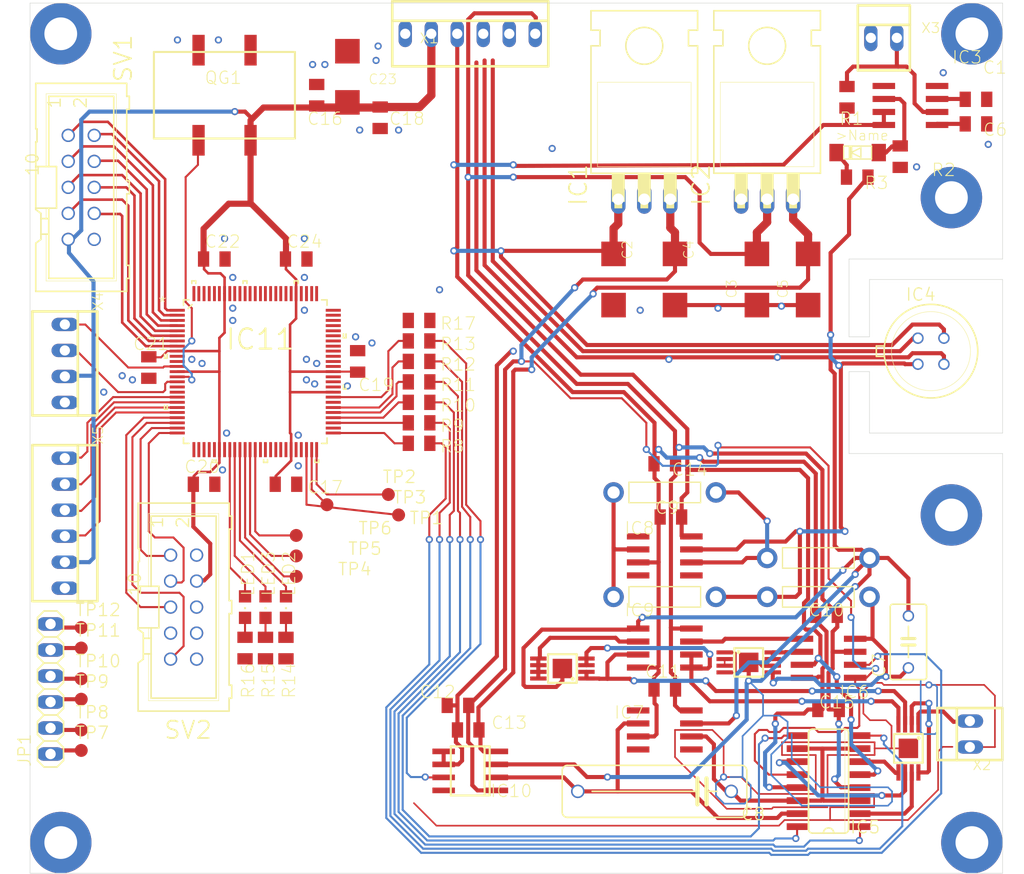
<source format=kicad_pcb>
(kicad_pcb (version 20171130) (host pcbnew 5.1.5)
  (layers (0 Top signal) (31 Bottom signal) (34 B.Paste user) (35 F.Paste user) (36 B.SilkS user) (37 F.SilkS user) (38 B.Mask user) (39 F.Mask user) (44 Edge.Cuts user))
  (net 0 "")
  (net 1 N$1)
  (net 2 N$2)
  (net 3 N$3)
  (net 4 N$4)
  (net 5 GND)
  (net 6 +5V)
  (net 7 +12V)
  (net 8 -12V)
  (net 9 -5V)
  (net 10 +3V3)
  (net 11 DGND)
  (net 12 N$30)
  (net 13 N$68)
  (net 14 /SW_IR-)
  (net 15 /SW_IR+)
  (net 16 "Net-(C8-Pad1)")
  (net 17 "Net-(IC5-Pad11)")
  (net 18 "Net-(IC5-Pad6)")
  (net 19 "Net-(C8-Pad2)")
  (net 20 "Net-(IC5-Pad2)")
  (net 21 /SW_ID)
  (net 22 /SW_IIN)
  (net 23 "Net-(IC7-Pad5)")
  (net 24 "Net-(IC7-Pad8)")
  (net 25 "Net-(IC7-Pad1)")
  (net 26 "Net-(IC4-Pad1)")
  (net 27 "Net-(IC8-Pad2)")
  (net 28 "Net-(IC8-Pad6)")
  (net 29 "Net-(IC9-Pad6)")
  (net 30 "Net-(IC6-Pad1)")
  (net 31 /VREF+)
  (net 32 /VREF-)
  (net 33 "Net-(IC8-Pad5)")
  (net 34 "Net-(IC8-Pad8)")
  (net 35 "Net-(IC8-Pad1)")
  (net 36 "Net-(IC10-Pad8)")
  (net 37 /COMP)
  (net 38 "Net-(IC11-Pad100)")
  (net 39 "Net-(IC11-Pad99)")
  (net 40 "Net-(IC11-Pad98)")
  (net 41 "Net-(IC11-Pad97)")
  (net 42 "Net-(IC11-Pad96)")
  (net 43 "Net-(IC11-Pad95)")
  (net 44 "Net-(IC11-Pad92)")
  (net 45 "Net-(IC11-Pad91)")
  (net 46 "Net-(IC11-Pad90)")
  (net 47 "Net-(IC11-Pad89)")
  (net 48 "Net-(IC11-Pad88)")
  (net 49 "Net-(IC11-Pad87)")
  (net 50 "Net-(IC11-Pad86)")
  (net 51 "Net-(IC11-Pad85)")
  (net 52 "Net-(IC11-Pad84)")
  (net 53 "Net-(IC11-Pad83)")
  (net 54 "Net-(IC11-Pad82)")
  (net 55 "Net-(IC11-Pad81)")
  (net 56 "Net-(IC11-Pad78)")
  (net 57 "Net-(IC11-Pad77)")
  (net 58 "Net-(IC11-Pad76)")
  (net 59 "Net-(IC11-Pad75)")
  (net 60 "Net-(IC11-Pad74)")
  (net 61 "Net-(IC11-Pad73)")
  (net 62 "Net-(IC11-Pad72)")
  (net 63 "Net-(IC11-Pad71)")
  (net 64 "Net-(IC11-Pad70)")
  (net 65 "Net-(IC11-Pad69)")
  (net 66 "Net-(IC11-Pad68)")
  (net 67 "Net-(IC11-Pad67)")
  (net 68 "Net-(IC11-Pad66)")
  (net 69 "Net-(IC11-Pad64)")
  (net 70 "Net-(IC11-Pad62)")
  (net 71 "Net-(IC11-Pad61)")
  (net 72 "Net-(IC11-Pad58)")
  (net 73 "Net-(IC11-Pad57)")
  (net 74 "Net-(IC11-Pad56)")
  (net 75 "Net-(IC11-Pad55)")
  (net 76 "Net-(IC11-Pad54)")
  (net 77 "Net-(IC11-Pad53)")
  (net 78 "Net-(IC11-Pad52)")
  (net 79 "Net-(IC11-Pad51)")
  (net 80 "Net-(IC11-Pad50)")
  (net 81 "Net-(IC11-Pad49)")
  (net 82 "Net-(IC11-Pad48)")
  (net 83 "Net-(IC11-Pad47)")
  (net 84 "Net-(IC11-Pad44)")
  (net 85 "Net-(IC11-Pad43)")
  (net 86 "Net-(IC11-Pad42)")
  (net 87 "Net-(IC11-Pad41)")
  (net 88 "Net-(IC11-Pad40)")
  (net 89 "Net-(IC11-Pad39)")
  (net 90 "Net-(IC11-Pad38)")
  (net 91 "Net-(IC11-Pad37)")
  (net 92 "Net-(IC11-Pad36)")
  (net 93 "Net-(IC11-Pad35)")
  (net 94 "Net-(IC11-Pad34)")
  (net 95 "Net-(IC11-Pad33)")
  (net 96 "Net-(IC11-Pad30)")
  (net 97 "Net-(IC11-Pad29)")
  (net 98 "Net-(IC11-Pad28)")
  (net 99 "Net-(IC11-Pad27)")
  (net 100 "Net-(IC11-Pad26)")
  (net 101 "Net-(IC11-Pad25)")
  (net 102 "Net-(IC11-Pad24)")
  (net 103 "Net-(IC11-Pad23)")
  (net 104 "Net-(IC11-Pad22)")
  (net 105 "Net-(IC11-Pad21)")
  (net 106 "Net-(IC11-Pad20)")
  (net 107 "Net-(IC11-Pad19)")
  (net 108 "Net-(IC11-Pad18)")
  (net 109 "Net-(IC11-Pad17)")
  (net 110 "Net-(IC11-Pad16)")
  (net 111 "Net-(IC11-Pad15)")
  (net 112 "Net-(IC11-Pad14)")
  (net 113 "Net-(IC11-Pad12)")
  (net 114 "Net-(IC11-Pad8)")
  (net 115 "Net-(IC11-Pad7)")
  (net 116 "Net-(IC11-Pad6)")
  (net 117 "Net-(IC11-Pad5)")
  (net 118 "Net-(IC11-Pad4)")
  (net 119 "Net-(IC11-Pad3)")
  (net 120 "Net-(IC11-Pad2)")
  (net 121 "Net-(IC11-Pad1)")
  (net 122 "Net-(QG1-Pad1)")
  (net 123 "Net-(SV2-Pad8)")
  (net 124 "Net-(SV2-Pad7)")
  (net 125 "Net-(SV2-Pad6)")
  (net 126 "Net-(LED2-PadC)")
  (net 127 "Net-(LED3-PadC)")
  (net 128 "Net-(LED1-PadC)")
  (net 129 "Net-(JP1-Pad6)")
  (net 130 "Net-(JP1-Pad5)")
  (net 131 "Net-(JP1-Pad4)")
  (net 132 "Net-(JP1-Pad3)")
  (net 133 "Net-(JP1-Pad2)")
  (net 134 "Net-(JP1-Pad1)")
  (net 135 "Net-(C7-Pad1)")
  (net 136 "Net-(IC3-Pad5)")
  (net 137 "Net-(D1-PadA)")
  (net 138 "Net-(C1-Pad2)")
  (net 139 "Net-(C6-Pad2)")
  (net 140 "Net-(IC3-Pad2)")
  (net 141 "Net-(D1-PadK)")
  (net 142 "Net-(U$1-Pad2)")
  (net 143 /ADC_IN)
  (net 144 /SW_VRH)
  (net 145 "Net-(IC6-Pad2)")
  (net 146 "Net-(U$2-Pad1)")
  (net 147 "Net-(U$2-Pad2)")
  (module 2_adc:SO16 (layer Top) (at 179.0011 138.5036 90)
    (fp_text reference IC5 (at -5.207 2.032) (layer F.SilkS) (effects (font (size 1.2065 1.2065) (thickness 0.12065)) (justify left bottom)))
    (fp_text value DG211CJD)
    (pad 9 smd rect (at 4.445 -3.0734 90) (size 0.6604 2.032) (layers Top F.Paste F.Mask) (net 14 /SW_IR-))
    (pad 8 smd rect (at 4.445 3.0734 90) (size 0.6604 2.032) (layers Top F.Paste F.Mask) (net 15 /SW_IR+))
    (pad 10 smd rect (at 3.175 -3.0734 90) (size 0.6604 2.032) (layers Top F.Paste F.Mask) (net 16 "Net-(C8-Pad1)"))
    (pad 11 smd rect (at 1.905 -3.0734 90) (size 0.6604 2.032) (layers Top F.Paste F.Mask) (net 17 "Net-(IC5-Pad11)"))
    (pad 7 smd rect (at 3.175 3.0734 90) (size 0.6604 2.032) (layers Top F.Paste F.Mask) (net 16 "Net-(C8-Pad1)"))
    (pad 6 smd rect (at 1.905 3.0734 90) (size 0.6604 2.032) (layers Top F.Paste F.Mask) (net 18 "Net-(IC5-Pad6)"))
    (pad 12 smd rect (at 0.635 -3.0734 90) (size 0.6604 2.032) (layers Top F.Paste F.Mask) (net 6 +5V))
    (pad 5 smd rect (at 0.635 3.0734 90) (size 0.6604 2.032) (layers Top F.Paste F.Mask) (net 5 GND))
    (pad 13 smd rect (at -0.635 -3.0734 90) (size 0.6604 2.032) (layers Top F.Paste F.Mask) (net 7 +12V))
    (pad 4 smd rect (at -0.635 3.0734 90) (size 0.6604 2.032) (layers Top F.Paste F.Mask) (net 8 -12V))
    (pad 14 smd rect (at -1.905 -3.0734 90) (size 0.6604 2.032) (layers Top F.Paste F.Mask) (net 16 "Net-(C8-Pad1)"))
    (pad 15 smd rect (at -3.175 -3.0734 90) (size 0.6604 2.032) (layers Top F.Paste F.Mask) (net 19 "Net-(C8-Pad2)"))
    (pad 3 smd rect (at -1.905 3.0734 90) (size 0.6604 2.032) (layers Top F.Paste F.Mask) (net 16 "Net-(C8-Pad1)"))
    (pad 2 smd rect (at -3.175 3.0734 90) (size 0.6604 2.032) (layers Top F.Paste F.Mask) (net 20 "Net-(IC5-Pad2)"))
    (pad 16 smd rect (at -4.445 -3.0734 90) (size 0.6604 2.032) (layers Top F.Paste F.Mask) (net 21 /SW_ID))
    (pad 1 smd rect (at -4.445 3.0734 90) (size 0.6604 2.032) (layers Top F.Paste F.Mask) (net 22 /SW_IIN))
  )
  (module 2_adc:SMC_C (layer Top) (at 158.0011 89.5036 270)
    (fp_text reference C2 (at -1.905 -1.905 90) (layer F.SilkS) (effects (font (size 0.9652 0.9652) (thickness 0.077216)) (justify left bottom)))
    (fp_text value 47u)
    (pad - smd rect (at 2.5 0 90) (size 2.4 2.4) (layers Top F.Paste F.Mask) (net 5 GND))
    (pad + smd rect (at -2.5 0 270) (size 2.4 2.4) (layers Top F.Paste F.Mask) (net 7 +12V))
  )
  (module 2_adc:SMC_C (layer Top) (at 164.0011 89.5036 270)
    (fp_text reference C4 (at -1.905 -1.905 90) (layer F.SilkS) (effects (font (size 0.9652 0.9652) (thickness 0.077216)) (justify left bottom)))
    (fp_text value 47u)
    (pad - smd rect (at 2.5 0 90) (size 2.4 2.4) (layers Top F.Paste F.Mask) (net 5 GND))
    (pad + smd rect (at -2.5 0 270) (size 2.4 2.4) (layers Top F.Paste F.Mask) (net 6 +5V))
  )
  (module 2_adc:SO08 (layer Top) (at 163.0011 133.5036 90)
    (fp_text reference IC7 (at 1 -5) (layer F.SilkS) (effects (font (size 1.2065 1.2065) (thickness 0.09652)) (justify left bottom)))
    (fp_text value OPA140)
    (pad 5 smd rect (at 1.905 -2.6 90) (size 0.6 2.2) (layers Top F.Paste F.Mask) (net 23 "Net-(IC7-Pad5)"))
    (pad 6 smd rect (at 0.635 -2.6 90) (size 0.6 2.2) (layers Top F.Paste F.Mask) (net 19 "Net-(C8-Pad2)"))
    (pad 8 smd rect (at -1.905 -2.6 90) (size 0.6 2.2) (layers Top F.Paste F.Mask) (net 24 "Net-(IC7-Pad8)"))
    (pad 4 smd rect (at 1.905 2.6 90) (size 0.6 2.2) (layers Top F.Paste F.Mask) (net 8 -12V))
    (pad 3 smd rect (at 0.635 2.6 90) (size 0.6 2.2) (layers Top F.Paste F.Mask) (net 5 GND))
    (pad 1 smd rect (at -1.905 2.6 90) (size 0.6 2.2) (layers Top F.Paste F.Mask) (net 25 "Net-(IC7-Pad1)"))
    (pad 7 smd rect (at -0.635 -2.6 90) (size 0.6 2.2) (layers Top F.Paste F.Mask) (net 7 +12V))
    (pad 2 smd rect (at -0.635 2.6 90) (size 0.6 2.2) (layers Top F.Paste F.Mask) (net 16 "Net-(C8-Pad1)"))
  )
  (module 2_adc:C150-054X183 (layer Top) (at 162.0011 139.5036 180)
    (fp_text reference C8 (at -8.382 -2.921) (layer F.SilkS) (effects (font (size 1.2065 1.2065) (thickness 0.12065)) (justify left bottom)))
    (fp_text value 2n2)
    (pad 2 thru_hole circle (at 7.493 0 180) (size 1.316 1.316) (drill 1.016) (layers *.Cu *.Mask) (net 19 "Net-(C8-Pad2)"))
    (pad 1 thru_hole circle (at -7.493 0 180) (size 1.316 1.316) (drill 1.016) (layers *.Cu *.Mask) (net 16 "Net-(C8-Pad1)"))
  )
  (module 2_adc:TO39_4 (layer Top) (at 189.0011 96.5036)
    (fp_text reference IC4 (at -2.54 -4.826) (layer F.SilkS) (effects (font (size 1.2065 1.2065) (thickness 0.12065)) (justify left bottom)))
    (fp_text value LM399H)
    (pad 4 thru_hole circle (at -1.27 -1.27) (size 1.1128 1.1128) (drill 0.8128) (layers *.Cu *.Mask) (net 5 GND))
    (pad 3 thru_hole circle (at 1.27 -1.27) (size 1.1128 1.1128) (drill 0.8128) (layers *.Cu *.Mask) (net 7 +12V))
    (pad 2 thru_hole circle (at 1.27 1.27) (size 1.1128 1.1128) (drill 0.8128) (layers *.Cu *.Mask) (net 5 GND))
    (pad 1 thru_hole circle (at -1.27 1.27) (size 1.1128 1.1128) (drill 0.8128) (layers *.Cu *.Mask) (net 26 "Net-(IC4-Pad1)"))
  )
  (module 2_adc:R_TR191 (layer Top) (at 178.0011 116.7036)
    (fp_text reference R5 hide)
    (fp_text value 6k95 hide)
    (pad P$2 thru_hole circle (at -5 0) (size 2 2) (drill 1.2) (layers *.Cu *.Mask) (net 27 "Net-(IC8-Pad2)"))
    (pad P$1 thru_hole circle (at 5 0) (size 2 2) (drill 1.2) (layers *.Cu *.Mask) (net 5 GND))
  )
  (module 2_adc:R_TR191 (layer Top) (at 163.0011 110.3036 180)
    (fp_text reference R7 hide)
    (fp_text value 3k01 hide)
    (pad P$2 thru_hole circle (at -5 0 180) (size 2 2) (drill 1.2) (layers *.Cu *.Mask) (net 27 "Net-(IC8-Pad2)"))
    (pad P$1 thru_hole circle (at 5 0 180) (size 2 2) (drill 1.2) (layers *.Cu *.Mask) (net 28 "Net-(IC8-Pad6)"))
  )
  (module 2_adc:R_TR191 (layer Top) (at 163.0011 120.5036 180)
    (fp_text reference R6 hide)
    (fp_text value 1k96 hide)
    (pad P$2 thru_hole circle (at -5 0 180) (size 2 2) (drill 1.2) (layers *.Cu *.Mask) (net 26 "Net-(IC4-Pad1)"))
    (pad P$1 thru_hole circle (at 5 0 180) (size 2 2) (drill 1.2) (layers *.Cu *.Mask) (net 28 "Net-(IC8-Pad6)"))
  )
  (module 2_adc:SO08 (layer Top) (at 163.0011 125.5036 90)
    (fp_text reference IC9 (at 3 -4) (layer F.SilkS) (effects (font (size 1.2065 1.2065) (thickness 0.09652)) (justify left bottom)))
    (fp_text value AD8676)
    (pad 5 smd rect (at 1.905 -2.6 90) (size 0.6 2.2) (layers Top F.Paste F.Mask) (net 5 GND))
    (pad 6 smd rect (at 0.635 -2.6 90) (size 0.6 2.2) (layers Top F.Paste F.Mask) (net 29 "Net-(IC9-Pad6)"))
    (pad 8 smd rect (at -1.905 -2.6 90) (size 0.6 2.2) (layers Top F.Paste F.Mask) (net 7 +12V))
    (pad 4 smd rect (at 1.905 2.6 90) (size 0.6 2.2) (layers Top F.Paste F.Mask) (net 8 -12V))
    (pad 3 smd rect (at 0.635 2.6 90) (size 0.6 2.2) (layers Top F.Paste F.Mask) (net 30 "Net-(IC6-Pad1)"))
    (pad 1 smd rect (at -1.905 2.6 90) (size 0.6 2.2) (layers Top F.Paste F.Mask) (net 31 /VREF+))
    (pad 7 smd rect (at -0.635 -2.6 90) (size 0.6 2.2) (layers Top F.Paste F.Mask) (net 32 /VREF-))
    (pad 2 smd rect (at -0.635 2.6 90) (size 0.6 2.2) (layers Top F.Paste F.Mask) (net 31 /VREF+))
  )
  (module 2_adc:SO08 (layer Top) (at 163.0011 116.5036 90)
    (fp_text reference IC8 (at 2 -4) (layer F.SilkS) (effects (font (size 1.2065 1.2065) (thickness 0.09652)) (justify left bottom)))
    (fp_text value TL071D)
    (pad 5 smd rect (at 1.905 -2.6 90) (size 0.6 2.2) (layers Top F.Paste F.Mask) (net 33 "Net-(IC8-Pad5)"))
    (pad 6 smd rect (at 0.635 -2.6 90) (size 0.6 2.2) (layers Top F.Paste F.Mask) (net 28 "Net-(IC8-Pad6)"))
    (pad 8 smd rect (at -1.905 -2.6 90) (size 0.6 2.2) (layers Top F.Paste F.Mask) (net 34 "Net-(IC8-Pad8)"))
    (pad 4 smd rect (at 1.905 2.6 90) (size 0.6 2.2) (layers Top F.Paste F.Mask) (net 5 GND))
    (pad 3 smd rect (at 0.635 2.6 90) (size 0.6 2.2) (layers Top F.Paste F.Mask) (net 26 "Net-(IC4-Pad1)"))
    (pad 1 smd rect (at -1.905 2.6 90) (size 0.6 2.2) (layers Top F.Paste F.Mask) (net 35 "Net-(IC8-Pad1)"))
    (pad 7 smd rect (at -0.635 -2.6 90) (size 0.6 2.2) (layers Top F.Paste F.Mask) (net 7 +12V))
    (pad 2 smd rect (at -0.635 2.6 90) (size 0.6 2.2) (layers Top F.Paste F.Mask) (net 27 "Net-(IC8-Pad2)"))
  )
  (module 2_adc:TO220H (layer Top) (at 173.0011 71.5036)
    (fp_text reference IC2 (at -5.461 10.922 90) (layer F.SilkS) (effects (font (size 1.6891 1.6891) (thickness 0.16891)) (justify left bottom)))
    (fp_text value 7905)
    (pad "" np_thru_hole circle (at 0 -4.826) (size 3.302 3.302) (drill 3.302) (layers *.Cu *.Mask))
    (pad 3 thru_hole oval (at 2.54 10.16 90) (size 2.8352 1.4176) (drill 1.1176) (layers *.Cu *.Mask) (net 9 -5V))
    (pad 2 thru_hole oval (at 0 10.16 90) (size 2.8352 1.4176) (drill 1.1176) (layers *.Cu *.Mask) (net 8 -12V))
    (pad 1 thru_hole oval (at -2.54 10.16 90) (size 2.8352 1.4176) (drill 1.1176) (layers *.Cu *.Mask) (net 5 GND))
  )
  (module 2_adc:TO220H (layer Top) (at 161.0011 71.5036)
    (fp_text reference IC1 (at -5.461 10.922 90) (layer F.SilkS) (effects (font (size 1.6891 1.6891) (thickness 0.16891)) (justify left bottom)))
    (fp_text value 78T)
    (pad "" np_thru_hole circle (at 0 -4.826) (size 3.302 3.302) (drill 3.302) (layers *.Cu *.Mask))
    (pad 3 thru_hole oval (at 2.54 10.16 90) (size 2.8352 1.4176) (drill 1.1176) (layers *.Cu *.Mask) (net 6 +5V))
    (pad 2 thru_hole oval (at 0 10.16 90) (size 2.8352 1.4176) (drill 1.1176) (layers *.Cu *.Mask) (net 5 GND))
    (pad 1 thru_hole oval (at -2.54 10.16 90) (size 2.8352 1.4176) (drill 1.1176) (layers *.Cu *.Mask) (net 7 +12V))
  )
  (module 2_adc:SMC_C (layer Top) (at 172.0011 89.5036 90)
    (fp_text reference C3 (at -1.905 -1.905 90) (layer F.SilkS) (effects (font (size 0.9652 0.9652) (thickness 0.077216)) (justify left bottom)))
    (fp_text value 47u)
    (pad - smd rect (at 2.5 0 270) (size 2.4 2.4) (layers Top F.Paste F.Mask) (net 8 -12V))
    (pad + smd rect (at -2.5 0 90) (size 2.4 2.4) (layers Top F.Paste F.Mask) (net 5 GND))
  )
  (module 2_adc:SMC_C (layer Top) (at 177.0011 89.5036 90)
    (fp_text reference C5 (at -1.905 -1.905 90) (layer F.SilkS) (effects (font (size 0.9652 0.9652) (thickness 0.077216)) (justify left bottom)))
    (fp_text value 47u)
    (pad - smd rect (at 2.5 0 270) (size 2.4 2.4) (layers Top F.Paste F.Mask) (net 9 -5V))
    (pad + smd rect (at -2.5 0 90) (size 2.4 2.4) (layers Top F.Paste F.Mask) (net 5 GND))
  )
  (module 2_adc:SO-08 (layer Top) (at 144.0011 137.5036 90)
    (fp_text reference IC10 (at -2.667 1.905) (layer F.SilkS) (effects (font (size 1.2065 1.2065) (thickness 0.09652)) (justify left bottom)))
    (fp_text value LT1116)
    (pad 5 smd rect (at 1.905 -2.6 90) (size 0.55 2.2) (layers Top F.Paste F.Mask) (net 5 GND))
    (pad 6 smd rect (at 0.635 -2.6 90) (size 0.55 2.2) (layers Top F.Paste F.Mask) (net 5 GND))
    (pad 8 smd rect (at -1.905 -2.6 90) (size 0.55 2.2) (layers Top F.Paste F.Mask) (net 36 "Net-(IC10-Pad8)"))
    (pad 4 smd rect (at 1.905 2.6 90) (size 0.55 2.2) (layers Top F.Paste F.Mask) (net 9 -5V))
    (pad 3 smd rect (at 0.635 2.6 90) (size 0.55 2.2) (layers Top F.Paste F.Mask) (net 5 GND))
    (pad 1 smd rect (at -1.905 2.6 90) (size 0.55 2.2) (layers Top F.Paste F.Mask) (net 6 +5V))
    (pad 7 smd rect (at -0.635 -2.6 90) (size 0.55 2.2) (layers Top F.Paste F.Mask) (net 37 /COMP))
    (pad 2 smd rect (at -0.635 2.6 90) (size 0.55 2.2) (layers Top F.Paste F.Mask) (net 19 "Net-(C8-Pad2)"))
  )
  (module 2_adc:QFP50P1600X1600X120-100N (layer Top) (at 123.0011 98.5036)
    (fp_text reference IC11 (at -3 -2) (layer F.SilkS) (effects (font (size 1.97866 1.97866) (thickness 0.197866)) (justify left bottom)))
    (fp_text value EPM240T100C5N)
    (fp_text user * (at -9.5758 -5.9944) (layer F.SilkS) (effects (font (size 1.2065 1.2065) (thickness 0.0762)) (justify left bottom)))
    (pad 100 smd rect (at -5.9944 -7.62 180) (size 0.2794 1.4732) (layers Top F.Paste F.Mask) (net 38 "Net-(IC11-Pad100)"))
    (pad 99 smd rect (at -5.5118 -7.62 180) (size 0.2794 1.4732) (layers Top F.Paste F.Mask) (net 39 "Net-(IC11-Pad99)"))
    (pad 98 smd rect (at -5.0038 -7.62 180) (size 0.2794 1.4732) (layers Top F.Paste F.Mask) (net 40 "Net-(IC11-Pad98)"))
    (pad 97 smd rect (at -4.4958 -7.62 180) (size 0.2794 1.4732) (layers Top F.Paste F.Mask) (net 41 "Net-(IC11-Pad97)"))
    (pad 96 smd rect (at -3.9878 -7.62 180) (size 0.2794 1.4732) (layers Top F.Paste F.Mask) (net 42 "Net-(IC11-Pad96)"))
    (pad 95 smd rect (at -3.5052 -7.62 180) (size 0.2794 1.4732) (layers Top F.Paste F.Mask) (net 43 "Net-(IC11-Pad95)"))
    (pad 94 smd rect (at -2.9972 -7.62 180) (size 0.2794 1.4732) (layers Top F.Paste F.Mask) (net 10 +3V3))
    (pad 93 smd rect (at -2.4892 -7.62 180) (size 0.2794 1.4732) (layers Top F.Paste F.Mask) (net 11 DGND))
    (pad 92 smd rect (at -2.0066 -7.62 180) (size 0.2794 1.4732) (layers Top F.Paste F.Mask) (net 44 "Net-(IC11-Pad92)"))
    (pad 91 smd rect (at -1.4986 -7.62 180) (size 0.2794 1.4732) (layers Top F.Paste F.Mask) (net 45 "Net-(IC11-Pad91)"))
    (pad 90 smd rect (at -0.9906 -7.62 180) (size 0.2794 1.4732) (layers Top F.Paste F.Mask) (net 46 "Net-(IC11-Pad90)"))
    (pad 89 smd rect (at -0.508 -7.62 180) (size 0.2794 1.4732) (layers Top F.Paste F.Mask) (net 47 "Net-(IC11-Pad89)"))
    (pad 88 smd rect (at 0 -7.62 180) (size 0.2794 1.4732) (layers Top F.Paste F.Mask) (net 48 "Net-(IC11-Pad88)"))
    (pad 87 smd rect (at 0.508 -7.62 180) (size 0.2794 1.4732) (layers Top F.Paste F.Mask) (net 49 "Net-(IC11-Pad87)"))
    (pad 86 smd rect (at 0.9906 -7.62 180) (size 0.2794 1.4732) (layers Top F.Paste F.Mask) (net 50 "Net-(IC11-Pad86)"))
    (pad 85 smd rect (at 1.4986 -7.62 180) (size 0.2794 1.4732) (layers Top F.Paste F.Mask) (net 51 "Net-(IC11-Pad85)"))
    (pad 84 smd rect (at 2.0066 -7.62 180) (size 0.2794 1.4732) (layers Top F.Paste F.Mask) (net 52 "Net-(IC11-Pad84)"))
    (pad 83 smd rect (at 2.4892 -7.62 180) (size 0.2794 1.4732) (layers Top F.Paste F.Mask) (net 53 "Net-(IC11-Pad83)"))
    (pad 82 smd rect (at 2.9972 -7.62 180) (size 0.2794 1.4732) (layers Top F.Paste F.Mask) (net 54 "Net-(IC11-Pad82)"))
    (pad 81 smd rect (at 3.5052 -7.62 180) (size 0.2794 1.4732) (layers Top F.Paste F.Mask) (net 55 "Net-(IC11-Pad81)"))
    (pad 80 smd rect (at 3.9878 -7.62 180) (size 0.2794 1.4732) (layers Top F.Paste F.Mask) (net 10 +3V3))
    (pad 79 smd rect (at 4.4958 -7.62 180) (size 0.2794 1.4732) (layers Top F.Paste F.Mask) (net 11 DGND))
    (pad 78 smd rect (at 5.0038 -7.62 180) (size 0.2794 1.4732) (layers Top F.Paste F.Mask) (net 56 "Net-(IC11-Pad78)"))
    (pad 77 smd rect (at 5.5118 -7.62 180) (size 0.2794 1.4732) (layers Top F.Paste F.Mask) (net 57 "Net-(IC11-Pad77)"))
    (pad 76 smd rect (at 5.9944 -7.62 180) (size 0.2794 1.4732) (layers Top F.Paste F.Mask) (net 58 "Net-(IC11-Pad76)"))
    (pad 75 smd rect (at 7.62 -5.9944 270) (size 0.2794 1.4732) (layers Top F.Paste F.Mask) (net 59 "Net-(IC11-Pad75)"))
    (pad 74 smd rect (at 7.62 -5.5118 270) (size 0.2794 1.4732) (layers Top F.Paste F.Mask) (net 60 "Net-(IC11-Pad74)"))
    (pad 73 smd rect (at 7.62 -5.0038 270) (size 0.2794 1.4732) (layers Top F.Paste F.Mask) (net 61 "Net-(IC11-Pad73)"))
    (pad 72 smd rect (at 7.62 -4.4958 270) (size 0.2794 1.4732) (layers Top F.Paste F.Mask) (net 62 "Net-(IC11-Pad72)"))
    (pad 71 smd rect (at 7.62 -3.9878 270) (size 0.2794 1.4732) (layers Top F.Paste F.Mask) (net 63 "Net-(IC11-Pad71)"))
    (pad 70 smd rect (at 7.62 -3.5052 270) (size 0.2794 1.4732) (layers Top F.Paste F.Mask) (net 64 "Net-(IC11-Pad70)"))
    (pad 69 smd rect (at 7.62 -2.9972 270) (size 0.2794 1.4732) (layers Top F.Paste F.Mask) (net 65 "Net-(IC11-Pad69)"))
    (pad 68 smd rect (at 7.62 -2.4892 270) (size 0.2794 1.4732) (layers Top F.Paste F.Mask) (net 66 "Net-(IC11-Pad68)"))
    (pad 67 smd rect (at 7.62 -2.0066 270) (size 0.2794 1.4732) (layers Top F.Paste F.Mask) (net 67 "Net-(IC11-Pad67)"))
    (pad 66 smd rect (at 7.62 -1.4986 270) (size 0.2794 1.4732) (layers Top F.Paste F.Mask) (net 68 "Net-(IC11-Pad66)"))
    (pad 65 smd rect (at 7.62 -0.9906 270) (size 0.2794 1.4732) (layers Top F.Paste F.Mask) (net 11 DGND))
    (pad 64 smd rect (at 7.62 -0.508 270) (size 0.2794 1.4732) (layers Top F.Paste F.Mask) (net 69 "Net-(IC11-Pad64)"))
    (pad 63 smd rect (at 7.62 0 270) (size 0.2794 1.4732) (layers Top F.Paste F.Mask) (net 10 +3V3))
    (pad 62 smd rect (at 7.62 0.508 270) (size 0.2794 1.4732) (layers Top F.Paste F.Mask) (net 70 "Net-(IC11-Pad62)"))
    (pad 61 smd rect (at 7.62 0.9906 270) (size 0.2794 1.4732) (layers Top F.Paste F.Mask) (net 71 "Net-(IC11-Pad61)"))
    (pad 60 smd rect (at 7.62 1.4986 270) (size 0.2794 1.4732) (layers Top F.Paste F.Mask) (net 11 DGND))
    (pad 59 smd rect (at 7.62 2.0066 270) (size 0.2794 1.4732) (layers Top F.Paste F.Mask) (net 10 +3V3))
    (pad 58 smd rect (at 7.62 2.4892 270) (size 0.2794 1.4732) (layers Top F.Paste F.Mask) (net 72 "Net-(IC11-Pad58)"))
    (pad 57 smd rect (at 7.62 2.9972 270) (size 0.2794 1.4732) (layers Top F.Paste F.Mask) (net 73 "Net-(IC11-Pad57)"))
    (pad 56 smd rect (at 7.62 3.5052 270) (size 0.2794 1.4732) (layers Top F.Paste F.Mask) (net 74 "Net-(IC11-Pad56)"))
    (pad 55 smd rect (at 7.62 3.9878 270) (size 0.2794 1.4732) (layers Top F.Paste F.Mask) (net 75 "Net-(IC11-Pad55)"))
    (pad 54 smd rect (at 7.62 4.4958 270) (size 0.2794 1.4732) (layers Top F.Paste F.Mask) (net 76 "Net-(IC11-Pad54)"))
    (pad 53 smd rect (at 7.62 5.0038 270) (size 0.2794 1.4732) (layers Top F.Paste F.Mask) (net 77 "Net-(IC11-Pad53)"))
    (pad 52 smd rect (at 7.62 5.5118 270) (size 0.2794 1.4732) (layers Top F.Paste F.Mask) (net 78 "Net-(IC11-Pad52)"))
    (pad 51 smd rect (at 7.62 5.9944 270) (size 0.2794 1.4732) (layers Top F.Paste F.Mask) (net 79 "Net-(IC11-Pad51)"))
    (pad 50 smd rect (at 5.9944 7.62 180) (size 0.2794 1.4732) (layers Top F.Paste F.Mask) (net 80 "Net-(IC11-Pad50)"))
    (pad 49 smd rect (at 5.5118 7.62 180) (size 0.2794 1.4732) (layers Top F.Paste F.Mask) (net 81 "Net-(IC11-Pad49)"))
    (pad 48 smd rect (at 5.0038 7.62 180) (size 0.2794 1.4732) (layers Top F.Paste F.Mask) (net 82 "Net-(IC11-Pad48)"))
    (pad 47 smd rect (at 4.4958 7.62 180) (size 0.2794 1.4732) (layers Top F.Paste F.Mask) (net 83 "Net-(IC11-Pad47)"))
    (pad 46 smd rect (at 3.9878 7.62 180) (size 0.2794 1.4732) (layers Top F.Paste F.Mask) (net 11 DGND))
    (pad 45 smd rect (at 3.5052 7.62 180) (size 0.2794 1.4732) (layers Top F.Paste F.Mask) (net 10 +3V3))
    (pad 44 smd rect (at 2.9972 7.62 180) (size 0.2794 1.4732) (layers Top F.Paste F.Mask) (net 84 "Net-(IC11-Pad44)"))
    (pad 43 smd rect (at 2.4892 7.62 180) (size 0.2794 1.4732) (layers Top F.Paste F.Mask) (net 85 "Net-(IC11-Pad43)"))
    (pad 42 smd rect (at 2.0066 7.62 180) (size 0.2794 1.4732) (layers Top F.Paste F.Mask) (net 86 "Net-(IC11-Pad42)"))
    (pad 41 smd rect (at 1.4986 7.62 180) (size 0.2794 1.4732) (layers Top F.Paste F.Mask) (net 87 "Net-(IC11-Pad41)"))
    (pad 40 smd rect (at 0.9906 7.62 180) (size 0.2794 1.4732) (layers Top F.Paste F.Mask) (net 88 "Net-(IC11-Pad40)"))
    (pad 39 smd rect (at 0.508 7.62 180) (size 0.2794 1.4732) (layers Top F.Paste F.Mask) (net 89 "Net-(IC11-Pad39)"))
    (pad 38 smd rect (at 0 7.62 180) (size 0.2794 1.4732) (layers Top F.Paste F.Mask) (net 90 "Net-(IC11-Pad38)"))
    (pad 37 smd rect (at -0.508 7.62 180) (size 0.2794 1.4732) (layers Top F.Paste F.Mask) (net 91 "Net-(IC11-Pad37)"))
    (pad 36 smd rect (at -0.9906 7.62 180) (size 0.2794 1.4732) (layers Top F.Paste F.Mask) (net 92 "Net-(IC11-Pad36)"))
    (pad 35 smd rect (at -1.4986 7.62 180) (size 0.2794 1.4732) (layers Top F.Paste F.Mask) (net 93 "Net-(IC11-Pad35)"))
    (pad 34 smd rect (at -2.0066 7.62 180) (size 0.2794 1.4732) (layers Top F.Paste F.Mask) (net 94 "Net-(IC11-Pad34)"))
    (pad 33 smd rect (at -2.4892 7.62 180) (size 0.2794 1.4732) (layers Top F.Paste F.Mask) (net 95 "Net-(IC11-Pad33)"))
    (pad 32 smd rect (at -2.9972 7.62 180) (size 0.2794 1.4732) (layers Top F.Paste F.Mask) (net 11 DGND))
    (pad 31 smd rect (at -3.5052 7.62 180) (size 0.2794 1.4732) (layers Top F.Paste F.Mask) (net 10 +3V3))
    (pad 30 smd rect (at -3.9878 7.62 180) (size 0.2794 1.4732) (layers Top F.Paste F.Mask) (net 96 "Net-(IC11-Pad30)"))
    (pad 29 smd rect (at -4.4958 7.62 180) (size 0.2794 1.4732) (layers Top F.Paste F.Mask) (net 97 "Net-(IC11-Pad29)"))
    (pad 28 smd rect (at -5.0038 7.62 180) (size 0.2794 1.4732) (layers Top F.Paste F.Mask) (net 98 "Net-(IC11-Pad28)"))
    (pad 27 smd rect (at -5.5118 7.62 180) (size 0.2794 1.4732) (layers Top F.Paste F.Mask) (net 99 "Net-(IC11-Pad27)"))
    (pad 26 smd rect (at -5.9944 7.62 180) (size 0.2794 1.4732) (layers Top F.Paste F.Mask) (net 100 "Net-(IC11-Pad26)"))
    (pad 25 smd rect (at -7.62 5.9944 270) (size 0.2794 1.4732) (layers Top F.Paste F.Mask) (net 101 "Net-(IC11-Pad25)"))
    (pad 24 smd rect (at -7.62 5.5118 270) (size 0.2794 1.4732) (layers Top F.Paste F.Mask) (net 102 "Net-(IC11-Pad24)"))
    (pad 23 smd rect (at -7.62 5.0038 270) (size 0.2794 1.4732) (layers Top F.Paste F.Mask) (net 103 "Net-(IC11-Pad23)"))
    (pad 22 smd rect (at -7.62 4.4958 270) (size 0.2794 1.4732) (layers Top F.Paste F.Mask) (net 104 "Net-(IC11-Pad22)"))
    (pad 21 smd rect (at -7.62 3.9878 270) (size 0.2794 1.4732) (layers Top F.Paste F.Mask) (net 105 "Net-(IC11-Pad21)"))
    (pad 20 smd rect (at -7.62 3.5052 270) (size 0.2794 1.4732) (layers Top F.Paste F.Mask) (net 106 "Net-(IC11-Pad20)"))
    (pad 19 smd rect (at -7.62 2.9972 270) (size 0.2794 1.4732) (layers Top F.Paste F.Mask) (net 107 "Net-(IC11-Pad19)"))
    (pad 18 smd rect (at -7.62 2.4892 270) (size 0.2794 1.4732) (layers Top F.Paste F.Mask) (net 108 "Net-(IC11-Pad18)"))
    (pad 17 smd rect (at -7.62 2.0066 270) (size 0.2794 1.4732) (layers Top F.Paste F.Mask) (net 109 "Net-(IC11-Pad17)"))
    (pad 16 smd rect (at -7.62 1.4986 270) (size 0.2794 1.4732) (layers Top F.Paste F.Mask) (net 110 "Net-(IC11-Pad16)"))
    (pad 15 smd rect (at -7.62 0.9906 270) (size 0.2794 1.4732) (layers Top F.Paste F.Mask) (net 111 "Net-(IC11-Pad15)"))
    (pad 14 smd rect (at -7.62 0.508 270) (size 0.2794 1.4732) (layers Top F.Paste F.Mask) (net 112 "Net-(IC11-Pad14)"))
    (pad 13 smd rect (at -7.62 0 270) (size 0.2794 1.4732) (layers Top F.Paste F.Mask) (net 10 +3V3))
    (pad 12 smd rect (at -7.62 -0.508 270) (size 0.2794 1.4732) (layers Top F.Paste F.Mask) (net 113 "Net-(IC11-Pad12)"))
    (pad 11 smd rect (at -7.62 -0.9906 270) (size 0.2794 1.4732) (layers Top F.Paste F.Mask) (net 11 DGND))
    (pad 10 smd rect (at -7.62 -1.4986 270) (size 0.2794 1.4732) (layers Top F.Paste F.Mask) (net 11 DGND))
    (pad 9 smd rect (at -7.62 -2.0066 270) (size 0.2794 1.4732) (layers Top F.Paste F.Mask) (net 10 +3V3))
    (pad 8 smd rect (at -7.62 -2.4892 270) (size 0.2794 1.4732) (layers Top F.Paste F.Mask) (net 114 "Net-(IC11-Pad8)"))
    (pad 7 smd rect (at -7.62 -2.9972 270) (size 0.2794 1.4732) (layers Top F.Paste F.Mask) (net 115 "Net-(IC11-Pad7)"))
    (pad 6 smd rect (at -7.62 -3.5052 270) (size 0.2794 1.4732) (layers Top F.Paste F.Mask) (net 116 "Net-(IC11-Pad6)"))
    (pad 5 smd rect (at -7.62 -3.9878 270) (size 0.2794 1.4732) (layers Top F.Paste F.Mask) (net 117 "Net-(IC11-Pad5)"))
    (pad 4 smd rect (at -7.62 -4.4958 270) (size 0.2794 1.4732) (layers Top F.Paste F.Mask) (net 118 "Net-(IC11-Pad4)"))
    (pad 3 smd rect (at -7.62 -5.0038 270) (size 0.2794 1.4732) (layers Top F.Paste F.Mask) (net 119 "Net-(IC11-Pad3)"))
    (pad 2 smd rect (at -7.62 -5.5118 270) (size 0.2794 1.4732) (layers Top F.Paste F.Mask) (net 120 "Net-(IC11-Pad2)"))
    (pad 1 smd rect (at -7.62 -5.9944 270) (size 0.2794 1.4732) (layers Top F.Paste F.Mask) (net 121 "Net-(IC11-Pad1)"))
  )
  (module 2_adc:SG-615 (layer Top) (at 120.0011 71.5036 180)
    (fp_text reference QG1 (at 2 1) (layer F.SilkS) (effects (font (size 1.2065 1.2065) (thickness 0.09652)) (justify left bottom)))
    (fp_text value SG-615)
    (pad 4 smd rect (at -2.54 -4.4 270) (size 3 1.2) (layers Top F.Paste F.Mask) (net 10 +3V3))
    (pad 3 smd rect (at 2.54 -4.4 90) (size 3 1.2) (layers Top F.Paste F.Mask) (net 112 "Net-(IC11-Pad14)"))
    (pad 2 smd rect (at 2.54 4.4 90) (size 3 1.2) (layers Top F.Paste F.Mask) (net 11 DGND))
    (pad 1 smd rect (at -2.54 4.4 270) (size 3 1.2) (layers Top F.Paste F.Mask) (net 122 "Net-(QG1-Pad1)"))
  )
  (module 2_adc:ML10 (layer Top) (at 116.0011 121.5036 270)
    (fp_text reference SV2 (at 13 2) (layer F.SilkS) (effects (font (size 1.6891 1.6891) (thickness 0.16891)) (justify left bottom)))
    (fp_text value ML10)
    (fp_text user 2 (at -7.62 -0.635 270) (layer F.SilkS) (effects (font (size 1.2065 1.2065) (thickness 0.127)) (justify left bottom)))
    (fp_text user 1 (at -7.62 1.905 270) (layer F.SilkS) (effects (font (size 1.2065 1.2065) (thickness 0.127)) (justify left bottom)))
    (fp_text user 10 (at -1.016 4.064 270) (layer F.SilkS) (effects (font (size 1.2065 1.2065) (thickness 0.127)) (justify left bottom)))
    (pad 10 thru_hole circle (at 5.08 -1.27 270) (size 1.3 1.3) (drill 1) (layers *.Cu *.Mask) (net 11 DGND))
    (pad 9 thru_hole circle (at 5.08 1.27 270) (size 1.3 1.3) (drill 1) (layers *.Cu *.Mask) (net 103 "Net-(IC11-Pad23)"))
    (pad 8 thru_hole circle (at 2.54 -1.27 270) (size 1.3 1.3) (drill 1) (layers *.Cu *.Mask) (net 123 "Net-(SV2-Pad8)"))
    (pad 7 thru_hole circle (at 2.54 1.27 270) (size 1.3 1.3) (drill 1) (layers *.Cu *.Mask) (net 124 "Net-(SV2-Pad7)"))
    (pad 6 thru_hole circle (at 0 -1.27 270) (size 1.3 1.3) (drill 1) (layers *.Cu *.Mask) (net 125 "Net-(SV2-Pad6)"))
    (pad 5 thru_hole circle (at 0 1.27 270) (size 1.3 1.3) (drill 1) (layers *.Cu *.Mask) (net 104 "Net-(IC11-Pad22)"))
    (pad 4 thru_hole circle (at -2.54 -1.27 270) (size 1.3 1.3) (drill 1) (layers *.Cu *.Mask) (net 10 +3V3))
    (pad 3 thru_hole circle (at -2.54 1.27 270) (size 1.3 1.3) (drill 1) (layers *.Cu *.Mask) (net 101 "Net-(IC11-Pad25)"))
    (pad 2 thru_hole circle (at -5.08 -1.27 270) (size 1.3 1.3) (drill 1) (layers *.Cu *.Mask) (net 11 DGND))
    (pad 1 thru_hole circle (at -5.08 1.27 270) (size 1.3 1.3) (drill 1) (layers *.Cu *.Mask) (net 102 "Net-(IC11-Pad24)"))
  )
  (module 2_adc:R0805 (layer Top) (at 163.6011 112.7036 180)
    (fp_text reference C9 (at 1.6 0.2) (layer F.SilkS) (effects (font (size 1.2065 1.2065) (thickness 0.09652)) (justify left bottom)))
    (fp_text value 100n)
    (pad 2 smd rect (at 1.05 0 180) (size 1.1 1.5) (layers Top F.Paste F.Mask) (net 7 +12V))
    (pad 1 smd rect (at -1.05 0 180) (size 1.1 1.5) (layers Top F.Paste F.Mask) (net 5 GND))
  )
  (module 2_adc:R0805 (layer Top) (at 163.0011 107.5036 180)
    (fp_text reference C14 (at -0.635 -1.27) (layer F.SilkS) (effects (font (size 1.2065 1.2065) (thickness 0.09652)) (justify left bottom)))
    (fp_text value 100n)
    (pad 2 smd rect (at 1.05 0 180) (size 1.1 1.5) (layers Top F.Paste F.Mask) (net 7 +12V))
    (pad 1 smd rect (at -1.05 0 180) (size 1.1 1.5) (layers Top F.Paste F.Mask) (net 8 -12V))
  )
  (module 2_adc:SMC_C (layer Top) (at 132.0011 69.7036 90)
    (fp_text reference C23 (at -0.8 2) (layer F.SilkS) (effects (font (size 0.9652 0.9652) (thickness 0.077216)) (justify left bottom)))
    (fp_text value 47u)
    (pad - smd rect (at 2.5 0 270) (size 2.4 2.4) (layers Top F.Paste F.Mask) (net 11 DGND))
    (pad + smd rect (at -2.5 0 90) (size 2.4 2.4) (layers Top F.Paste F.Mask) (net 10 +3V3))
  )
  (module 2_adc:R0805 (layer Top) (at 129.0011 71.5036 270)
    (fp_text reference C16 (at 3 1) (layer F.SilkS) (effects (font (size 1.2065 1.2065) (thickness 0.09652)) (justify left bottom)))
    (fp_text value 100n)
    (pad 2 smd rect (at 1.05 0 270) (size 1.1 1.5) (layers Top F.Paste F.Mask) (net 10 +3V3))
    (pad 1 smd rect (at -1.05 0 270) (size 1.1 1.5) (layers Top F.Paste F.Mask) (net 11 DGND))
  )
  (module 2_adc:R0805 (layer Top) (at 139.0011 93.5036 180)
    (fp_text reference R17 (at -2 -1) (layer F.SilkS) (effects (font (size 1.2065 1.2065) (thickness 0.09652)) (justify left bottom)))
    (fp_text value 0)
    (pad 2 smd rect (at 1.05 0 180) (size 1.1 1.5) (layers Top F.Paste F.Mask) (net 11 DGND))
    (pad 1 smd rect (at -1.05 0 180) (size 1.1 1.5) (layers Top F.Paste F.Mask) (net 5 GND))
  )
  (module 2_adc:R0805 (layer Top) (at 135.2011 73.7036 90)
    (fp_text reference C18 (at -0.8 0.8) (layer F.SilkS) (effects (font (size 1.2065 1.2065) (thickness 0.09652)) (justify left bottom)))
    (fp_text value 100n)
    (pad 2 smd rect (at 1.05 0 90) (size 1.1 1.5) (layers Top F.Paste F.Mask) (net 10 +3V3))
    (pad 1 smd rect (at -1.05 0 90) (size 1.1 1.5) (layers Top F.Paste F.Mask) (net 11 DGND))
  )
  (module 2_adc:R0805 (layer Top) (at 118.0011 109.5036 180)
    (fp_text reference C20 (at 2 1) (layer F.SilkS) (effects (font (size 1.2065 1.2065) (thickness 0.09652)) (justify left bottom)))
    (fp_text value 100n)
    (pad 2 smd rect (at 1.05 0 180) (size 1.1 1.5) (layers Top F.Paste F.Mask) (net 10 +3V3))
    (pad 1 smd rect (at -1.05 0 180) (size 1.1 1.5) (layers Top F.Paste F.Mask) (net 11 DGND))
  )
  (module 2_adc:R0805 (layer Top) (at 126.0011 109.5036 180)
    (fp_text reference C17 (at -2 -1) (layer F.SilkS) (effects (font (size 1.2065 1.2065) (thickness 0.09652)) (justify left bottom)))
    (fp_text value 100n)
    (pad 2 smd rect (at 1.05 0 180) (size 1.1 1.5) (layers Top F.Paste F.Mask) (net 10 +3V3))
    (pad 1 smd rect (at -1.05 0 180) (size 1.1 1.5) (layers Top F.Paste F.Mask) (net 11 DGND))
  )
  (module 2_adc:R0805 (layer Top) (at 133.0011 97.5036 270)
    (fp_text reference C19 (at 3 0) (layer F.SilkS) (effects (font (size 1.2065 1.2065) (thickness 0.09652)) (justify left bottom)))
    (fp_text value 100n)
    (pad 2 smd rect (at 1.05 0 270) (size 1.1 1.5) (layers Top F.Paste F.Mask) (net 10 +3V3))
    (pad 1 smd rect (at -1.05 0 270) (size 1.1 1.5) (layers Top F.Paste F.Mask) (net 11 DGND))
  )
  (module 2_adc:R0805 (layer Top) (at 112.6011 98.1036 90)
    (fp_text reference C21 (at 1.6 -1.6) (layer F.SilkS) (effects (font (size 1.2065 1.2065) (thickness 0.09652)) (justify left bottom)))
    (fp_text value 100n)
    (pad 2 smd rect (at 1.05 0 90) (size 1.1 1.5) (layers Top F.Paste F.Mask) (net 10 +3V3))
    (pad 1 smd rect (at -1.05 0 90) (size 1.1 1.5) (layers Top F.Paste F.Mask) (net 11 DGND))
  )
  (module 2_adc:R0805 (layer Top) (at 119.0011 87.5036 180)
    (fp_text reference C22 (at 1 1) (layer F.SilkS) (effects (font (size 1.2065 1.2065) (thickness 0.09652)) (justify left bottom)))
    (fp_text value 100n)
    (pad 2 smd rect (at 1.05 0 180) (size 1.1 1.5) (layers Top F.Paste F.Mask) (net 10 +3V3))
    (pad 1 smd rect (at -1.05 0 180) (size 1.1 1.5) (layers Top F.Paste F.Mask) (net 11 DGND))
  )
  (module 2_adc:R0805 (layer Top) (at 127.0011 87.5036 180)
    (fp_text reference C24 (at 1 1) (layer F.SilkS) (effects (font (size 1.2065 1.2065) (thickness 0.09652)) (justify left bottom)))
    (fp_text value 100n)
    (pad 2 smd rect (at 1.05 0 180) (size 1.1 1.5) (layers Top F.Paste F.Mask) (net 10 +3V3))
    (pad 1 smd rect (at -1.05 0 180) (size 1.1 1.5) (layers Top F.Paste F.Mask) (net 11 DGND))
  )
  (module 2_adc:R0805 (layer Top) (at 139.0011 95.5036)
    (fp_text reference R13 (at 2 1) (layer F.SilkS) (effects (font (size 1.2065 1.2065) (thickness 0.09652)) (justify left bottom)))
    (fp_text value R_0805)
    (pad 2 smd rect (at 1.05 0) (size 1.1 1.5) (layers Top F.Paste F.Mask) (net 37 /COMP))
    (pad 1 smd rect (at -1.05 0) (size 1.1 1.5) (layers Top F.Paste F.Mask) (net 72 "Net-(IC11-Pad58)"))
  )
  (module 2_adc:R0805 (layer Top) (at 142.8011 131.1036)
    (fp_text reference C12 (at -3.8 -0.6) (layer F.SilkS) (effects (font (size 1.2065 1.2065) (thickness 0.09652)) (justify left bottom)))
    (fp_text value 100n)
    (pad 2 smd rect (at 1.05 0) (size 1.1 1.5) (layers Top F.Paste F.Mask) (net 6 +5V))
    (pad 1 smd rect (at -1.05 0) (size 1.1 1.5) (layers Top F.Paste F.Mask) (net 5 GND))
  )
  (module 2_adc:R0805 (layer Top) (at 143.8011 133.5036)
    (fp_text reference C13 (at 2.2 0) (layer F.SilkS) (effects (font (size 1.2065 1.2065) (thickness 0.09652)) (justify left bottom)))
    (fp_text value 100n)
    (pad 2 smd rect (at 1.05 0) (size 1.1 1.5) (layers Top F.Paste F.Mask) (net 9 -5V))
    (pad 1 smd rect (at -1.05 0) (size 1.1 1.5) (layers Top F.Paste F.Mask) (net 5 GND))
  )
  (module 2_adc:R0805 (layer Top) (at 178.8011 122.3036 180)
    (fp_text reference C10 (at 1.8 -0.2) (layer F.SilkS) (effects (font (size 1.2065 1.2065) (thickness 0.09652)) (justify left bottom)))
    (fp_text value 100n)
    (pad 2 smd rect (at 1.05 0 180) (size 1.1 1.5) (layers Top F.Paste F.Mask) (net 7 +12V))
    (pad 1 smd rect (at -1.05 0 180) (size 1.1 1.5) (layers Top F.Paste F.Mask) (net 8 -12V))
  )
  (module 2_adc:R0805 (layer Top) (at 163.0011 129.5036 180)
    (fp_text reference C11 (at 2 1) (layer F.SilkS) (effects (font (size 1.2065 1.2065) (thickness 0.09652)) (justify left bottom)))
    (fp_text value 100n)
    (pad 2 smd rect (at 1.05 0 180) (size 1.1 1.5) (layers Top F.Paste F.Mask) (net 7 +12V))
    (pad 1 smd rect (at -1.05 0 180) (size 1.1 1.5) (layers Top F.Paste F.Mask) (net 8 -12V))
  )
  (module 2_adc:CHIPLED_0805 (layer Top) (at 126.0011 121.5036 180)
    (fp_text reference LED2 (at -1 1 90) (layer F.SilkS) (effects (font (size 1.2065 1.2065) (thickness 0.09652)) (justify left bottom)))
    (fp_text value LEDCHIPLED_0805)
    (pad A smd rect (at 0 1.05 180) (size 1.2 1.2) (layers Top F.Paste F.Mask) (net 93 "Net-(IC11-Pad35)"))
    (pad C smd rect (at 0 -1.05 180) (size 1.2 1.2) (layers Top F.Paste F.Mask) (net 126 "Net-(LED2-PadC)"))
  )
  (module 2_adc:CHIPLED_0805 (layer Top) (at 124.0011 121.5036 180)
    (fp_text reference LED3 (at -1 1 90) (layer F.SilkS) (effects (font (size 1.2065 1.2065) (thickness 0.09652)) (justify left bottom)))
    (fp_text value LEDCHIPLED_0805)
    (pad A smd rect (at 0 1.05 180) (size 1.2 1.2) (layers Top F.Paste F.Mask) (net 94 "Net-(IC11-Pad34)"))
    (pad C smd rect (at 0 -1.05 180) (size 1.2 1.2) (layers Top F.Paste F.Mask) (net 127 "Net-(LED3-PadC)"))
  )
  (module 2_adc:CHIPLED_0805 (layer Top) (at 122.0011 121.5036 180)
    (fp_text reference LED1 (at -1 1 90) (layer F.SilkS) (effects (font (size 1.2065 1.2065) (thickness 0.09652)) (justify left bottom)))
    (fp_text value LEDCHIPLED_0805)
    (pad A smd rect (at 0 1.05 180) (size 1.2 1.2) (layers Top F.Paste F.Mask) (net 95 "Net-(IC11-Pad33)"))
    (pad C smd rect (at 0 -1.05 180) (size 1.2 1.2) (layers Top F.Paste F.Mask) (net 128 "Net-(LED1-PadC)"))
  )
  (module 2_adc:R0805 (layer Top) (at 124.0011 125.5036 270)
    (fp_text reference R15 (at 5 -1 90) (layer F.SilkS) (effects (font (size 1.2065 1.2065) (thickness 0.09652)) (justify left bottom)))
    (fp_text value 470)
    (pad 2 smd rect (at 1.05 0 270) (size 1.1 1.5) (layers Top F.Paste F.Mask) (net 11 DGND))
    (pad 1 smd rect (at -1.05 0 270) (size 1.1 1.5) (layers Top F.Paste F.Mask) (net 127 "Net-(LED3-PadC)"))
  )
  (module 2_adc:R0805 (layer Top) (at 126.0011 125.5036 270)
    (fp_text reference R14 (at 5 -1 90) (layer F.SilkS) (effects (font (size 1.2065 1.2065) (thickness 0.09652)) (justify left bottom)))
    (fp_text value 470)
    (pad 2 smd rect (at 1.05 0 270) (size 1.1 1.5) (layers Top F.Paste F.Mask) (net 11 DGND))
    (pad 1 smd rect (at -1.05 0 270) (size 1.1 1.5) (layers Top F.Paste F.Mask) (net 126 "Net-(LED2-PadC)"))
  )
  (module 2_adc:R0805 (layer Top) (at 122.0011 125.5036 270)
    (fp_text reference R16 (at 5 -1 90) (layer F.SilkS) (effects (font (size 1.2065 1.2065) (thickness 0.09652)) (justify left bottom)))
    (fp_text value 470)
    (pad 2 smd rect (at 1.05 0 270) (size 1.1 1.5) (layers Top F.Paste F.Mask) (net 11 DGND))
    (pad 1 smd rect (at -1.05 0 270) (size 1.1 1.5) (layers Top F.Paste F.Mask) (net 128 "Net-(LED1-PadC)"))
  )
  (module 2_adc:B1,27 (layer Top) (at 130.0011 111.5036)
    (fp_text reference TP1 (at 8 2) (layer F.SilkS) (effects (font (size 1.2065 1.2065) (thickness 0.12065)) (justify left bottom)))
    (fp_text value TPB1,27)
    (pad TP smd roundrect (at 0 0) (size 1.27 1.27) (layers Top F.Mask) (roundrect_rratio 0.5) (net 81 "Net-(IC11-Pad49)"))
  )
  (module 2_adc:B1,27 (layer Top) (at 136.0011 110.5036)
    (fp_text reference TP2 (at -0.635 -1.016) (layer F.SilkS) (effects (font (size 1.2065 1.2065) (thickness 0.12065)) (justify left bottom)))
    (fp_text value TPB1,27)
    (pad TP smd roundrect (at 0 0) (size 1.27 1.27) (layers Top F.Mask) (roundrect_rratio 0.5) (net 80 "Net-(IC11-Pad50)"))
  )
  (module 2_adc:B1,27 (layer Top) (at 137.0011 112.5036)
    (fp_text reference TP3 (at -0.635 -1.016) (layer F.SilkS) (effects (font (size 1.2065 1.2065) (thickness 0.12065)) (justify left bottom)))
    (fp_text value TPB1,27)
    (pad TP smd roundrect (at 0 0) (size 1.27 1.27) (layers Top F.Mask) (roundrect_rratio 0.5) (net 82 "Net-(IC11-Pad48)"))
  )
  (module 2_adc:1X06 (layer Top) (at 103.0011 129.5036 90)
    (fp_text reference JP1 (at -7.6962 -1.8288 90) (layer F.SilkS) (effects (font (size 1.2065 1.2065) (thickness 0.12065)) (justify left bottom)))
    (fp_text value PINHD-1X06_2.54)
    (pad 6 thru_hole oval (at 6.35 0 180) (size 2.632 1.316) (drill 1.016) (layers *.Cu *.Mask) (net 129 "Net-(JP1-Pad6)"))
    (pad 5 thru_hole oval (at 3.81 0 180) (size 2.632 1.316) (drill 1.016) (layers *.Cu *.Mask) (net 130 "Net-(JP1-Pad5)"))
    (pad 4 thru_hole oval (at 1.27 0 180) (size 2.632 1.316) (drill 1.016) (layers *.Cu *.Mask) (net 131 "Net-(JP1-Pad4)"))
    (pad 3 thru_hole oval (at -1.27 0 180) (size 2.632 1.316) (drill 1.016) (layers *.Cu *.Mask) (net 132 "Net-(JP1-Pad3)"))
    (pad 2 thru_hole oval (at -3.81 0 180) (size 2.632 1.316) (drill 1.016) (layers *.Cu *.Mask) (net 133 "Net-(JP1-Pad2)"))
    (pad 1 thru_hole oval (at -6.35 0 180) (size 2.632 1.316) (drill 1.016) (layers *.Cu *.Mask) (net 134 "Net-(JP1-Pad1)"))
  )
  (module 2_adc:B1,27 (layer Top) (at 106.0011 135.5036)
    (fp_text reference TP7 (at -0.635 -1.016) (layer F.SilkS) (effects (font (size 1.2065 1.2065) (thickness 0.12065)) (justify left bottom)))
    (fp_text value TPB1,27)
    (pad TP smd roundrect (at 0 0) (size 1.27 1.27) (layers Top F.Mask) (roundrect_rratio 0.5) (net 134 "Net-(JP1-Pad1)"))
  )
  (module 2_adc:B1,27 (layer Top) (at 106.0011 133.5036)
    (fp_text reference TP8 (at -0.635 -1.016) (layer F.SilkS) (effects (font (size 1.2065 1.2065) (thickness 0.12065)) (justify left bottom)))
    (fp_text value TPB1,27)
    (pad TP smd roundrect (at 0 0) (size 1.27 1.27) (layers Top F.Mask) (roundrect_rratio 0.5) (net 133 "Net-(JP1-Pad2)"))
  )
  (module 2_adc:B1,27 (layer Top) (at 106.0011 130.5036)
    (fp_text reference TP9 (at -0.635 -1.016) (layer F.SilkS) (effects (font (size 1.2065 1.2065) (thickness 0.12065)) (justify left bottom)))
    (fp_text value TPB1,27)
    (pad TP smd roundrect (at 0 0) (size 1.27 1.27) (layers Top F.Mask) (roundrect_rratio 0.5) (net 132 "Net-(JP1-Pad3)"))
  )
  (module 2_adc:B1,27 (layer Top) (at 106.0011 128.5036)
    (fp_text reference TP10 (at -0.635 -1.016) (layer F.SilkS) (effects (font (size 1.2065 1.2065) (thickness 0.12065)) (justify left bottom)))
    (fp_text value TPB1,27)
    (pad TP smd roundrect (at 0 0) (size 1.27 1.27) (layers Top F.Mask) (roundrect_rratio 0.5) (net 131 "Net-(JP1-Pad4)"))
  )
  (module 2_adc:B1,27 (layer Top) (at 106.0011 125.5036)
    (fp_text reference TP11 (at -0.635 -1.016) (layer F.SilkS) (effects (font (size 1.2065 1.2065) (thickness 0.12065)) (justify left bottom)))
    (fp_text value TPB1,27)
    (pad TP smd roundrect (at 0 0) (size 1.27 1.27) (layers Top F.Mask) (roundrect_rratio 0.5) (net 130 "Net-(JP1-Pad5)"))
  )
  (module 2_adc:B1,27 (layer Top) (at 106.0011 123.5036)
    (fp_text reference TP12 (at -0.635 -1.016) (layer F.SilkS) (effects (font (size 1.2065 1.2065) (thickness 0.12065)) (justify left bottom)))
    (fp_text value TPB1,27)
    (pad TP smd roundrect (at 0 0) (size 1.27 1.27) (layers Top F.Mask) (roundrect_rratio 0.5) (net 129 "Net-(JP1-Pad6)"))
  )
  (module 2_adc:R_TR191 (layer Top) (at 178.0011 120.5036)
    (fp_text reference R4 hide)
    (fp_text value 0 hide)
    (pad P$2 thru_hole circle (at -5 0) (size 2 2) (drill 1.2) (layers *.Cu *.Mask) (net 26 "Net-(IC4-Pad1)"))
    (pad P$1 thru_hole circle (at 5 0) (size 2 2) (drill 1.2) (layers *.Cu *.Mask) (net 135 "Net-(C7-Pad1)"))
  )
  (module 2_adc:C050-035X075 (layer Top) (at 186.8011 124.9036 90)
    (fp_text reference C7 (at -3.556 -2.159 90) (layer F.SilkS) (effects (font (size 1.2065 1.2065) (thickness 0.12065)) (justify left bottom)))
    (fp_text value 100n)
    (pad 2 thru_hole circle (at 2.54 0 90) (size 1.1128 1.1128) (drill 0.8128) (layers *.Cu *.Mask) (net 5 GND))
    (pad 1 thru_hole circle (at -2.54 0 90) (size 1.1128 1.1128) (drill 0.8128) (layers *.Cu *.Mask) (net 135 "Net-(C7-Pad1)"))
  )
  (module 2_adc:ML10 (layer Top) (at 106.0011 80.5036 270)
    (fp_text reference SV1 (at -10.16 -5.08 90) (layer F.SilkS) (effects (font (size 1.6891 1.6891) (thickness 0.16891)) (justify left bottom)))
    (fp_text value ML10)
    (fp_text user 2 (at -7.62 -0.635 270) (layer F.SilkS) (effects (font (size 1.2065 1.2065) (thickness 0.127)) (justify left bottom)))
    (fp_text user 1 (at -7.62 1.905 270) (layer F.SilkS) (effects (font (size 1.2065 1.2065) (thickness 0.127)) (justify left bottom)))
    (fp_text user 10 (at -1.016 4.064 270) (layer F.SilkS) (effects (font (size 1.2065 1.2065) (thickness 0.127)) (justify left bottom)))
    (pad 10 thru_hole circle (at 5.08 -1.27 270) (size 1.3 1.3) (drill 1) (layers *.Cu *.Mask) (net 11 DGND))
    (pad 9 thru_hole circle (at 5.08 1.27 270) (size 1.3 1.3) (drill 1) (layers *.Cu *.Mask) (net 10 +3V3))
    (pad 8 thru_hole circle (at 2.54 -1.27 270) (size 1.3 1.3) (drill 1) (layers *.Cu *.Mask) (net 114 "Net-(IC11-Pad8)"))
    (pad 7 thru_hole circle (at 2.54 1.27 270) (size 1.3 1.3) (drill 1) (layers *.Cu *.Mask) (net 115 "Net-(IC11-Pad7)"))
    (pad 6 thru_hole circle (at 0 -1.27 270) (size 1.3 1.3) (drill 1) (layers *.Cu *.Mask) (net 116 "Net-(IC11-Pad6)"))
    (pad 5 thru_hole circle (at 0 1.27 270) (size 1.3 1.3) (drill 1) (layers *.Cu *.Mask) (net 117 "Net-(IC11-Pad5)"))
    (pad 4 thru_hole circle (at -2.54 -1.27 270) (size 1.3 1.3) (drill 1) (layers *.Cu *.Mask) (net 118 "Net-(IC11-Pad4)"))
    (pad 3 thru_hole circle (at -2.54 1.27 270) (size 1.3 1.3) (drill 1) (layers *.Cu *.Mask) (net 119 "Net-(IC11-Pad3)"))
    (pad 2 thru_hole circle (at -5.08 -1.27 270) (size 1.3 1.3) (drill 1) (layers *.Cu *.Mask) (net 120 "Net-(IC11-Pad2)"))
    (pad 1 thru_hole circle (at -5.08 1.27 270) (size 1.3 1.3) (drill 1) (layers *.Cu *.Mask) (net 121 "Net-(IC11-Pad1)"))
  )
  (module 2_adc:SO08 (layer Top) (at 187.0011 72.5036 90)
    (fp_text reference IC3 (at 4 4) (layer F.SilkS) (effects (font (size 1.2065 1.2065) (thickness 0.09652)) (justify left bottom)))
    (fp_text value TL7712)
    (pad 5 smd rect (at 1.905 -2.6 90) (size 0.6 2.2) (layers Top F.Paste F.Mask) (net 136 "Net-(IC3-Pad5)"))
    (pad 6 smd rect (at 0.635 -2.6 90) (size 0.6 2.2) (layers Top F.Paste F.Mask) (net 137 "Net-(D1-PadA)"))
    (pad 8 smd rect (at -1.905 -2.6 90) (size 0.6 2.2) (layers Top F.Paste F.Mask) (net 7 +12V))
    (pad 4 smd rect (at 1.905 2.6 90) (size 0.6 2.2) (layers Top F.Paste F.Mask) (net 5 GND))
    (pad 3 smd rect (at 0.635 2.6 90) (size 0.6 2.2) (layers Top F.Paste F.Mask) (net 138 "Net-(C1-Pad2)"))
    (pad 1 smd rect (at -1.905 2.6 90) (size 0.6 2.2) (layers Top F.Paste F.Mask) (net 139 "Net-(C6-Pad2)"))
    (pad 7 smd rect (at -0.635 -2.6 90) (size 0.6 2.2) (layers Top F.Paste F.Mask) (net 7 +12V))
    (pad 2 smd rect (at -0.635 2.6 90) (size 0.6 2.2) (layers Top F.Paste F.Mask) (net 140 "Net-(IC3-Pad2)"))
  )
  (module 2_adc:R0805 (layer Top) (at 193.4011 74.3036 180)
    (fp_text reference C6 (at -0.635 -1.27) (layer F.SilkS) (effects (font (size 1.2065 1.2065) (thickness 0.09652)) (justify left bottom)))
    (fp_text value 1u)
    (pad 2 smd rect (at 1.05 0 180) (size 1.1 1.5) (layers Top F.Paste F.Mask) (net 139 "Net-(C6-Pad2)"))
    (pad 1 smd rect (at -1.05 0 180) (size 1.1 1.5) (layers Top F.Paste F.Mask) (net 5 GND))
  )
  (module 2_adc:R0805 (layer Top) (at 193.4011 71.9036 180)
    (fp_text reference C1 (at -0.6 2.4) (layer F.SilkS) (effects (font (size 1.2065 1.2065) (thickness 0.09652)) (justify left bottom)))
    (fp_text value 1u)
    (pad 2 smd rect (at 1.05 0 180) (size 1.1 1.5) (layers Top F.Paste F.Mask) (net 138 "Net-(C1-Pad2)"))
    (pad 1 smd rect (at -1.05 0 180) (size 1.1 1.5) (layers Top F.Paste F.Mask) (net 5 GND))
  )
  (module 2_adc:SOD-80 (layer Top) (at 182.0011 77.1036)
    (fp_text reference D1 hide)
    (fp_text value 1N4148 hide)
    (fp_text user >Name (at -2.3812 -1.1114) (layer F.SilkS) (effects (font (size 0.9652 0.9652) (thickness 0.08128)) (justify left bottom)))
    (pad K smd rect (at -2.2225 0) (size 1.397 1.7018) (layers Top F.Paste F.Mask) (net 141 "Net-(D1-PadK)"))
    (pad A smd rect (at 1.905 0) (size 1.397 1.7018) (layers Top F.Paste F.Mask) (net 137 "Net-(D1-PadA)"))
  )
  (module 2_adc:R0805 (layer Top) (at 186.0011 77.5036 90)
    (fp_text reference R2 (at -2 3) (layer F.SilkS) (effects (font (size 1.2065 1.2065) (thickness 0.09652)) (justify left bottom)))
    (fp_text value 10k)
    (pad 2 smd rect (at 1.05 0 90) (size 1.1 1.5) (layers Top F.Paste F.Mask) (net 137 "Net-(D1-PadA)"))
    (pad 1 smd rect (at -1.05 0 90) (size 1.1 1.5) (layers Top F.Paste F.Mask) (net 5 GND))
  )
  (module 2_adc:R0805 (layer Top) (at 181.8011 79.5036 180)
    (fp_text reference R3 (at -0.635 -1.27) (layer F.SilkS) (effects (font (size 1.2065 1.2065) (thickness 0.09652)) (justify left bottom)))
    (fp_text value 10k)
    (pad 2 smd rect (at 1.05 0 180) (size 1.1 1.5) (layers Top F.Paste F.Mask) (net 141 "Net-(D1-PadK)"))
    (pad 1 smd rect (at -1.05 0 180) (size 1.1 1.5) (layers Top F.Paste F.Mask) (net 26 "Net-(IC4-Pad1)"))
  )
  (module 2_adc:MSOP8-EP (layer Top) (at 186.8011 135.3036 180)
    (fp_text reference U$1 hide)
    (fp_text value LT5400-100k-100k hide)
    (pad EP smd rect (at 0 0 180) (size 1.9 1.9) (layers Top F.Paste F.Mask) (net 5 GND))
    (pad 8 smd rect (at -0.975 -2.35 180) (size 0.4 1.6) (layers Top F.Paste F.Mask) (net 142 "Net-(U$1-Pad2)"))
    (pad 7 smd rect (at -0.325 -2.35 180) (size 0.4 1.6) (layers Top F.Paste F.Mask) (net 20 "Net-(IC5-Pad2)"))
    (pad 6 smd rect (at 0.325 -2.35 180) (size 0.4 1.6) (layers Top F.Paste F.Mask) (net 17 "Net-(IC5-Pad11)"))
    (pad 5 smd rect (at 0.975 -2.35 180) (size 0.4 1.6) (layers Top F.Paste F.Mask) (net 18 "Net-(IC5-Pad6)"))
    (pad 4 smd rect (at 0.975 2.35 180) (size 0.4 1.6) (layers Top F.Paste F.Mask) (net 31 /VREF+))
    (pad 3 smd rect (at 0.325 2.35 180) (size 0.4 1.6) (layers Top F.Paste F.Mask) (net 32 /VREF-))
    (pad 2 smd rect (at -0.325 2.35 180) (size 0.4 1.6) (layers Top F.Paste F.Mask) (net 142 "Net-(U$1-Pad2)"))
    (pad 1 smd rect (at -0.975 2.35 180) (size 0.4 1.6) (layers Top F.Paste F.Mask) (net 143 /ADC_IN))
  )
  (module 2_adc:MSOP8-EP (layer Top) (at 153.0011 127.5036 90)
    (fp_text reference U$3 hide)
    (fp_text value LT5400-10k+10k hide)
    (pad EP smd rect (at 0 0 90) (size 1.9 1.9) (layers Top F.Paste F.Mask) (net 5 GND))
    (pad 8 smd rect (at -0.975 -2.35 90) (size 0.4 1.6) (layers Top F.Paste F.Mask) (net 29 "Net-(IC9-Pad6)"))
    (pad 7 smd rect (at -0.325 -2.35 90) (size 0.4 1.6) (layers Top F.Paste F.Mask) (net 29 "Net-(IC9-Pad6)"))
    (pad 6 smd rect (at 0.325 -2.35 90) (size 0.4 1.6) (layers Top F.Paste F.Mask) (net 29 "Net-(IC9-Pad6)"))
    (pad 5 smd rect (at 0.975 -2.35 90) (size 0.4 1.6) (layers Top F.Paste F.Mask) (net 29 "Net-(IC9-Pad6)"))
    (pad 4 smd rect (at 0.975 2.35 90) (size 0.4 1.6) (layers Top F.Paste F.Mask) (net 31 /VREF+))
    (pad 3 smd rect (at 0.325 2.35 90) (size 0.4 1.6) (layers Top F.Paste F.Mask) (net 31 /VREF+))
    (pad 2 smd rect (at -0.325 2.35 90) (size 0.4 1.6) (layers Top F.Paste F.Mask) (net 32 /VREF-))
    (pad 1 smd rect (at -0.975 2.35 90) (size 0.4 1.6) (layers Top F.Paste F.Mask) (net 32 /VREF-))
  )
  (module 2_adc:SO08 (layer Top) (at 179.0011 126.5036 270)
    (fp_text reference IC6 (at 4 -1) (layer F.SilkS) (effects (font (size 1.2065 1.2065) (thickness 0.09652)) (justify left bottom)))
    (fp_text value DG419DJD)
    (pad 5 smd rect (at 1.905 -2.6 270) (size 0.6 2.2) (layers Top F.Paste F.Mask) (net 6 +5V))
    (pad 6 smd rect (at 0.635 -2.6 270) (size 0.6 2.2) (layers Top F.Paste F.Mask) (net 144 /SW_VRH))
    (pad 8 smd rect (at -1.905 -2.6 270) (size 0.6 2.2) (layers Top F.Paste F.Mask) (net 135 "Net-(C7-Pad1)"))
    (pad 4 smd rect (at 1.905 2.6 270) (size 0.6 2.2) (layers Top F.Paste F.Mask) (net 7 +12V))
    (pad 3 smd rect (at 0.635 2.6 270) (size 0.6 2.2) (layers Top F.Paste F.Mask) (net 5 GND))
    (pad 1 smd rect (at -1.905 2.6 270) (size 0.6 2.2) (layers Top F.Paste F.Mask) (net 30 "Net-(IC6-Pad1)"))
    (pad 7 smd rect (at -0.635 -2.6 270) (size 0.6 2.2) (layers Top F.Paste F.Mask) (net 8 -12V))
    (pad 2 smd rect (at -0.635 2.6 270) (size 0.6 2.2) (layers Top F.Paste F.Mask) (net 145 "Net-(IC6-Pad2)"))
  )
  (module 2_adc:MSOP8-EP (layer Top) (at 171.2011 126.9036 270)
    (fp_text reference U$2 hide)
    (fp_text value LT5400-5k-1k hide)
    (pad EP smd rect (at 0 0 270) (size 1.9 1.9) (layers Top F.Paste F.Mask) (net 5 GND))
    (pad 8 smd rect (at -0.975 -2.35 270) (size 0.4 1.6) (layers Top F.Paste F.Mask) (net 145 "Net-(IC6-Pad2)"))
    (pad 7 smd rect (at -0.325 -2.35 270) (size 0.4 1.6) (layers Top F.Paste F.Mask) (net 145 "Net-(IC6-Pad2)"))
    (pad 6 smd rect (at 0.325 -2.35 270) (size 0.4 1.6) (layers Top F.Paste F.Mask) (net 5 GND))
    (pad 5 smd rect (at 0.975 -2.35 270) (size 0.4 1.6) (layers Top F.Paste F.Mask) (net 135 "Net-(C7-Pad1)"))
    (pad 4 smd rect (at 0.975 2.35 270) (size 0.4 1.6) (layers Top F.Paste F.Mask) (net 146 "Net-(U$2-Pad1)"))
    (pad 3 smd rect (at 0.325 2.35 270) (size 0.4 1.6) (layers Top F.Paste F.Mask) (net 147 "Net-(U$2-Pad2)"))
    (pad 2 smd rect (at -0.325 2.35 270) (size 0.4 1.6) (layers Top F.Paste F.Mask) (net 147 "Net-(U$2-Pad2)"))
    (pad 1 smd rect (at -0.975 2.35 270) (size 0.4 1.6) (layers Top F.Paste F.Mask) (net 146 "Net-(U$2-Pad1)"))
  )
  (module 2_adc:R0805 (layer Top) (at 139.0011 103.5036)
    (fp_text reference R9 (at 2 1) (layer F.SilkS) (effects (font (size 1.2065 1.2065) (thickness 0.09652)) (justify left bottom)))
    (fp_text value R_0805)
    (pad 2 smd rect (at 1.05 0) (size 1.1 1.5) (layers Top F.Paste F.Mask) (net 15 /SW_IR+))
    (pad 1 smd rect (at -1.05 0) (size 1.1 1.5) (layers Top F.Paste F.Mask) (net 77 "Net-(IC11-Pad53)"))
  )
  (module 2_adc:R0805 (layer Top) (at 139.0011 101.5036)
    (fp_text reference R10 (at 2 1) (layer F.SilkS) (effects (font (size 1.2065 1.2065) (thickness 0.09652)) (justify left bottom)))
    (fp_text value R_0805)
    (pad 2 smd rect (at 1.05 0) (size 1.1 1.5) (layers Top F.Paste F.Mask) (net 22 /SW_IIN))
    (pad 1 smd rect (at -1.05 0) (size 1.1 1.5) (layers Top F.Paste F.Mask) (net 76 "Net-(IC11-Pad54)"))
  )
  (module 2_adc:R0805 (layer Top) (at 139.0011 99.5036)
    (fp_text reference R11 (at 2 1) (layer F.SilkS) (effects (font (size 1.2065 1.2065) (thickness 0.09652)) (justify left bottom)))
    (fp_text value R_0805)
    (pad 2 smd rect (at 1.05 0) (size 1.1 1.5) (layers Top F.Paste F.Mask) (net 21 /SW_ID))
    (pad 1 smd rect (at -1.05 0) (size 1.1 1.5) (layers Top F.Paste F.Mask) (net 75 "Net-(IC11-Pad55)"))
  )
  (module 2_adc:R0805 (layer Top) (at 139.0011 97.5036)
    (fp_text reference R12 (at 2 1) (layer F.SilkS) (effects (font (size 1.2065 1.2065) (thickness 0.09652)) (justify left bottom)))
    (fp_text value R_0805)
    (pad 2 smd rect (at 1.05 0) (size 1.1 1.5) (layers Top F.Paste F.Mask) (net 14 /SW_IR-))
    (pad 1 smd rect (at -1.05 0) (size 1.1 1.5) (layers Top F.Paste F.Mask) (net 74 "Net-(IC11-Pad56)"))
  )
  (module 2_adc:R0805 (layer Top) (at 139.0011 105.5036)
    (fp_text reference R8 (at 2 1) (layer F.SilkS) (effects (font (size 1.2065 1.2065) (thickness 0.09652)) (justify left bottom)))
    (fp_text value R_0805)
    (pad 2 smd rect (at 1.05 0) (size 1.1 1.5) (layers Top F.Paste F.Mask) (net 144 /SW_VRH))
    (pad 1 smd rect (at -1.05 0) (size 1.1 1.5) (layers Top F.Paste F.Mask) (net 79 "Net-(IC11-Pad51)"))
  )
  (module 2_adc:R0805 (layer Top) (at 179.0011 131.5036 180)
    (fp_text reference C15 (at 1 0) (layer F.SilkS) (effects (font (size 1.2065 1.2065) (thickness 0.09652)) (justify left bottom)))
    (fp_text value 100n)
    (pad 2 smd rect (at 1.05 0 180) (size 1.1 1.5) (layers Top F.Paste F.Mask) (net 7 +12V))
    (pad 1 smd rect (at -1.05 0 180) (size 1.1 1.5) (layers Top F.Paste F.Mask) (net 8 -12V))
  )
  (module 2_adc:R0805 (layer Top) (at 180.8011 71.7036 270)
    (fp_text reference R1 (at 2.8 0.8) (layer F.SilkS) (effects (font (size 1.2065 1.2065) (thickness 0.09652)) (justify left bottom)))
    (fp_text value 10k)
    (pad 2 smd rect (at 1.05 0 270) (size 1.1 1.5) (layers Top F.Paste F.Mask) (net 7 +12V))
    (pad 1 smd rect (at -1.05 0 270) (size 1.1 1.5) (layers Top F.Paste F.Mask) (net 140 "Net-(IC3-Pad2)"))
  )
  (module 2_adc:B1,27 (layer Top) (at 127.0011 118.5036)
    (fp_text reference TP4 (at 4 0) (layer F.SilkS) (effects (font (size 1.2065 1.2065) (thickness 0.12065)) (justify left bottom)))
    (fp_text value TPB1,27)
    (pad TP smd roundrect (at 0 0) (size 1.27 1.27) (layers Top F.Mask) (roundrect_rratio 0.5) (net 92 "Net-(IC11-Pad36)"))
  )
  (module 2_adc:B1,27 (layer Top) (at 127.0011 116.5036)
    (fp_text reference TP5 (at 5 0) (layer F.SilkS) (effects (font (size 1.2065 1.2065) (thickness 0.12065)) (justify left bottom)))
    (fp_text value TPB1,27)
    (pad TP smd roundrect (at 0 0) (size 1.27 1.27) (layers Top F.Mask) (roundrect_rratio 0.5) (net 91 "Net-(IC11-Pad37)"))
  )
  (module 2_adc:B1,27 (layer Top) (at 127.0011 114.5036)
    (fp_text reference TP6 (at 6 0) (layer F.SilkS) (effects (font (size 1.2065 1.2065) (thickness 0.12065)) (justify left bottom)))
    (fp_text value TPB1,27)
    (pad TP smd roundrect (at 0 0) (size 1.27 1.27) (layers Top F.Mask) (roundrect_rratio 0.5) (net 90 "Net-(IC11-Pad38)"))
  )
  (module 2_adc:22-23-2061 (layer Top) (at 144.0011 65.5036)
    (fp_text reference X1 (at -5 1) (layer F.SilkS) (effects (font (size 0.9652 0.9652) (thickness 0.09652)) (justify left bottom)))
    (fp_text value 22-23-2061)
    (pad 6 thru_hole oval (at 6.35 0 90) (size 2.6 1.3) (drill 1) (layers *.Cu *.Mask) (net 8 -12V))
    (pad 5 thru_hole oval (at 3.81 0 90) (size 2.6 1.3) (drill 1) (layers *.Cu *.Mask) (net 5 GND))
    (pad 4 thru_hole oval (at 1.27 0 90) (size 2.6 1.3) (drill 1) (layers *.Cu *.Mask) (net 5 GND))
    (pad 3 thru_hole oval (at -1.27 0 90) (size 2.6 1.3) (drill 1) (layers *.Cu *.Mask) (net 7 +12V))
    (pad 2 thru_hole oval (at -3.81 0 90) (size 2.6 1.3) (drill 1) (layers *.Cu *.Mask) (net 10 +3V3))
    (pad 1 thru_hole oval (at -6.35 0 90) (size 2.6 1.3) (drill 1) (layers *.Cu *.Mask) (net 11 DGND))
  )
  (module 2_adc:22-23-2021 (layer Top) (at 192.8011 133.9036 90)
    (fp_text reference X2 (at -3.6 0.2) (layer F.SilkS) (effects (font (size 0.9652 0.9652) (thickness 0.09652)) (justify left bottom)))
    (fp_text value 22-23-2021)
    (pad 2 thru_hole oval (at 1.27 0 180) (size 2.6 1.3) (drill 1) (layers *.Cu *.Mask) (net 143 /ADC_IN))
    (pad 1 thru_hole oval (at -1.27 0 180) (size 2.6 1.3) (drill 1) (layers *.Cu *.Mask) (net 5 GND))
  )
  (module 2_adc:22-23-2061 (layer Top) (at 104.4011 113.3036 270)
    (fp_text reference X5 (at -7.62 -3.81 90) (layer F.SilkS) (effects (font (size 0.9652 0.9652) (thickness 0.09652)) (justify left bottom)))
    (fp_text value 22-23-2061)
    (pad 6 thru_hole oval (at 6.35 0) (size 2.6 1.3) (drill 1) (layers *.Cu *.Mask) (net 11 DGND))
    (pad 5 thru_hole oval (at 3.81 0) (size 2.6 1.3) (drill 1) (layers *.Cu *.Mask) (net 10 +3V3))
    (pad 4 thru_hole oval (at 1.27 0) (size 2.6 1.3) (drill 1) (layers *.Cu *.Mask) (net 105 "Net-(IC11-Pad21)"))
    (pad 3 thru_hole oval (at -1.27 0) (size 2.6 1.3) (drill 1) (layers *.Cu *.Mask) (net 106 "Net-(IC11-Pad20)"))
    (pad 2 thru_hole oval (at -3.81 0) (size 2.6 1.3) (drill 1) (layers *.Cu *.Mask) (net 107 "Net-(IC11-Pad19)"))
    (pad 1 thru_hole oval (at -6.35 0) (size 2.6 1.3) (drill 1) (layers *.Cu *.Mask) (net 108 "Net-(IC11-Pad18)"))
  )
  (module 2_adc:22-23-2041 (layer Top) (at 104.4011 97.7036 270)
    (fp_text reference X4 (at -5.08 -3.81 90) (layer F.SilkS) (effects (font (size 0.9652 0.9652) (thickness 0.09652)) (justify left bottom)))
    (fp_text value 22-23-2041)
    (pad 4 thru_hole oval (at 3.81 0) (size 2.6 1.3) (drill 1) (layers *.Cu *.Mask) (net 11 DGND))
    (pad 3 thru_hole oval (at 1.27 0) (size 2.6 1.3) (drill 1) (layers *.Cu *.Mask) (net 10 +3V3))
    (pad 2 thru_hole oval (at -1.27 0) (size 2.6 1.3) (drill 1) (layers *.Cu *.Mask) (net 111 "Net-(IC11-Pad15)"))
    (pad 1 thru_hole oval (at -3.81 0) (size 2.6 1.3) (drill 1) (layers *.Cu *.Mask) (net 113 "Net-(IC11-Pad12)"))
  )
  (module 2_adc:22-23-2021 (layer Top) (at 184.4011 65.9036)
    (fp_text reference X3 (at 3.6 -0.4) (layer F.SilkS) (effects (font (size 0.9652 0.9652) (thickness 0.09652)) (justify left bottom)))
    (fp_text value 22-23-2021)
    (pad 2 thru_hole oval (at 1.27 0 90) (size 2.6 1.3) (drill 1) (layers *.Cu *.Mask) (net 140 "Net-(IC3-Pad2)"))
    (pad 1 thru_hole oval (at -1.27 0 90) (size 2.6 1.3) (drill 1) (layers *.Cu *.Mask) (net 5 GND))
  )
  (gr_line (start 101.0011 147.5036) (end 196.0011 147.5036) (layer Edge.Cuts) (width 0.05))
  (gr_line (start 196.0011 147.5036) (end 196.0011 106.5036) (layer Edge.Cuts) (width 0.05))
  (gr_line (start 196.0011 106.5036) (end 181.0011 106.5036) (layer Edge.Cuts) (width 0.05))
  (gr_line (start 181.0011 106.5036) (end 181.0011 98.5036) (layer Edge.Cuts) (width 0.05))
  (gr_line (start 181.0011 98.5036) (end 183.0011 98.5036) (layer Edge.Cuts) (width 0.05))
  (gr_line (start 183.0011 98.5036) (end 183.0011 104.5036) (layer Edge.Cuts) (width 0.05))
  (gr_line (start 183.0011 104.5036) (end 196.0011 104.5036) (layer Edge.Cuts) (width 0.05))
  (gr_line (start 196.0011 104.5036) (end 196.0011 89.5036) (layer Edge.Cuts) (width 0.05))
  (gr_line (start 196.0011 89.5036) (end 183.0011 89.5036) (layer Edge.Cuts) (width 0.05))
  (gr_line (start 183.0011 89.5036) (end 183.0011 95.1036) (layer Edge.Cuts) (width 0.05))
  (gr_line (start 183.0011 95.1036) (end 181.0011 95.1036) (layer Edge.Cuts) (width 0.05))
  (gr_line (start 181.0011 95.1036) (end 181.0011 87.5036) (layer Edge.Cuts) (width 0.05))
  (gr_line (start 181.0011 87.5036) (end 196.0011 87.5036) (layer Edge.Cuts) (width 0.05))
  (gr_line (start 196.0011 87.5036) (end 196.0011 62.5036) (layer Edge.Cuts) (width 0.05))
  (gr_line (start 196.0011 62.5036) (end 101.0011 62.5036) (layer Edge.Cuts) (width 0.05))
  (gr_line (start 101.0011 62.5036) (end 101.0011 147.5036) (layer Edge.Cuts) (width 0.05))
  (via (at 104.0011 65.5036) (size 6) (drill 3.2) (layers Top Bottom) (net 1))
  (via (at 193.0011 65.5036) (size 6) (drill 3.2) (layers Top Bottom) (net 2))
  (via (at 104.0011 144.5036) (size 6) (drill 3.2) (layers Top Bottom) (net 3))
  (via (at 193.0011 144.5036) (size 6) (drill 3.2) (layers Top Bottom) (net 4))
  (segment (start 176.3661 127.1036) (end 176.4011 127.1386) (width 0.4) (layer Top) (net 5))
  (segment (start 171.5261 127.2286) (end 171.2011 126.9036) (width 0.4) (layer Top) (net 5))
  (segment (start 173.5511 127.2286) (end 172.5261 127.2286) (width 0.4) (layer Top) (net 5))
  (segment (start 172.5261 127.2286) (end 172.2011 126.9036) (width 0.4) (layer Top) (net 5))
  (segment (start 172.2011 126.9036) (end 171.2011 126.9036) (width 0.4) (layer Top) (net 5))
  (segment (start 171.2011 126.9036) (end 171.2011 128.7036) (width 0.4) (layer Top) (net 5))
  (via (at 171.2011 128.7036) (size 0.7) (drill 0.4) (layers Top Bottom) (net 5))
  (segment (start 186.8011 122.3636) (end 186.8011 118.7036) (width 0.4) (layer Top) (net 5))
  (segment (start 186.8011 118.7036) (end 184.8011 116.7036) (width 0.4) (layer Top) (net 5))
  (segment (start 184.8011 116.7036) (end 183.0011 116.7036) (width 0.4) (layer Top) (net 5))
  (segment (start 190.2711 97.7736) (end 190.2711 96.9736) (width 0.4) (layer Top) (net 5))
  (segment (start 190.2711 96.9736) (end 190.0011 96.7036) (width 0.4) (layer Top) (net 5))
  (segment (start 190.0011 96.7036) (end 187.2011 96.7036) (width 0.4) (layer Top) (net 5))
  (segment (start 187.2011 96.7036) (end 186.8011 97.1036) (width 0.4) (layer Top) (net 5))
  (segment (start 179.2011 97.1036) (end 179.2011 98.3036) (width 0.4) (layer Top) (net 5))
  (segment (start 179.2011 98.3036) (end 179.6011 98.7036) (width 0.4) (layer Top) (net 5))
  (segment (start 179.6011 98.7036) (end 179.6011 115.5036) (width 0.4) (layer Top) (net 5))
  (segment (start 179.6011 115.5036) (end 180.0011 115.9036) (width 0.4) (layer Top) (net 5))
  (segment (start 180.0011 115.9036) (end 182.2011 115.9036) (width 0.4) (layer Top) (net 5))
  (segment (start 182.2011 115.9036) (end 183.0011 116.7036) (width 0.4) (layer Top) (net 5))
  (segment (start 164.6511 112.7036) (end 164.6511 110.8536) (width 0.4) (layer Top) (net 5))
  (segment (start 164.6511 110.8536) (end 165.2011 110.3036) (width 0.4) (layer Top) (net 5))
  (segment (start 165.2011 110.3036) (end 165.2011 108.1036) (width 0.4) (layer Top) (net 5))
  (segment (start 165.2011 108.1036) (end 165.2011 104.1036) (width 0.4) (layer Top) (net 5))
  (segment (start 165.2011 104.1036) (end 159.9011 98.8036) (width 0.4) (layer Top) (net 5))
  (segment (start 159.9011 98.8036) (end 154.8011 98.8036) (width 0.4) (layer Top) (net 5))
  (segment (start 154.8011 98.8036) (end 144.6011 88.6036) (width 0.4) (layer Top) (net 5))
  (segment (start 187.7311 95.2336) (end 187.2711 95.2336) (width 0.4) (layer Top) (net 5))
  (segment (start 187.2711 95.2336) (end 186.0011 96.5036) (width 0.4) (layer Top) (net 5))
  (segment (start 186.0011 96.5036) (end 155.0011 96.5036) (width 0.4) (layer Top) (net 5))
  (segment (start 155.0011 96.5036) (end 146.2011 87.7036) (width 0.4) (layer Top) (net 5))
  (segment (start 146.2011 87.7036) (end 146.2011 68.1036) (width 0.4) (layer Top) (net 5))
  (segment (start 144.6011 88.6036) (end 144.6011 68.3036) (width 0.4) (layer Top) (net 5))
  (segment (start 186.8011 97.1036) (end 179.2011 97.1036) (width 0.4) (layer Top) (net 5))
  (segment (start 179.2011 97.1036) (end 154.4011 97.1036) (width 0.4) (layer Top) (net 5))
  (segment (start 154.4011 97.1036) (end 145.4011 88.1036) (width 0.4) (layer Top) (net 5))
  (segment (start 164.6511 112.7036) (end 164.6511 114.5536) (width 0.4) (layer Top) (net 5))
  (segment (start 164.6511 114.5536) (end 164.8011 114.7036) (width 0.4) (layer Top) (net 5))
  (segment (start 164.8011 114.7036) (end 165.4961 114.7036) (width 0.4) (layer Top) (net 5))
  (segment (start 165.4961 114.7036) (end 165.6011 114.5986) (width 0.4) (layer Top) (net 5))
  (segment (start 160.4011 123.5986) (end 160.4011 122.9036) (width 0.4) (layer Top) (net 5))
  (segment (start 160.4011 122.9036) (end 160.8011 122.5036) (width 0.4) (layer Top) (net 5))
  (via (at 160.8011 122.5036) (size 0.7) (drill 0.4) (layers Top Bottom) (net 5))
  (segment (start 160.8011 122.5036) (end 175.8011 122.5036) (width 0.4) (layer Bottom) (net 5))
  (segment (start 153.0011 127.5036) (end 153.0011 128.7036) (width 0.4) (layer Top) (net 5))
  (segment (start 153.0011 128.7036) (end 152.4011 129.3036) (width 0.4) (layer Top) (net 5))
  (segment (start 152.4011 129.3036) (end 149.4011 129.3036) (width 0.4) (layer Top) (net 5))
  (segment (start 149.4011 129.3036) (end 149.2011 129.1036) (width 0.4) (layer Top) (net 5))
  (segment (start 149.2011 129.1036) (end 149.2011 125.5036) (width 0.4) (layer Top) (net 5))
  (segment (start 149.2011 125.5036) (end 151.0011 123.7036) (width 0.4) (layer Top) (net 5))
  (segment (start 160.4011 123.5986) (end 159.6011 123.7036) (width 0.4) (layer Top) (net 5))
  (segment (start 159.6011 123.7036) (end 151.0011 123.7036) (width 0.4) (layer Top) (net 5))
  (segment (start 178.9011 139.7536) (end 178.9011 135.9536) (width 0.16) (layer Top) (net 5))
  (segment (start 178.9011 135.9536) (end 183.5011 135.9536) (width 0.16) (layer Top) (net 5))
  (segment (start 183.5011 135.9536) (end 183.5011 135.3036) (width 0.16) (layer Top) (net 5))
  (segment (start 183.5011 135.3036) (end 183.5011 134.7036) (width 0.16) (layer Top) (net 5))
  (segment (start 183.5011 134.7036) (end 174.4511 134.7036) (width 0.16) (layer Top) (net 5))
  (segment (start 174.4511 134.7036) (end 174.4511 135.9536) (width 0.16) (layer Top) (net 5))
  (segment (start 174.4511 135.9536) (end 177.7511 135.9536) (width 0.16) (layer Top) (net 5))
  (segment (start 177.7511 135.9536) (end 177.7511 139.7536) (width 0.16) (layer Top) (net 5))
  (segment (start 177.7511 139.7536) (end 172.1011 139.7536) (width 0.16) (layer Top) (net 5))
  (segment (start 172.1011 139.7536) (end 170.4511 138.1036) (width 0.16) (layer Top) (net 5))
  (segment (start 170.4511 138.1036) (end 168.7511 138.1036) (width 0.16) (layer Top) (net 5))
  (segment (start 168.7511 138.1036) (end 168.7511 134.6036) (width 0.16) (layer Top) (net 5))
  (segment (start 168.7511 134.6036) (end 167.6511 133.5036) (width 0.16) (layer Top) (net 5))
  (segment (start 167.6511 133.5036) (end 164.0011 133.5036) (width 0.16) (layer Top) (net 5))
  (segment (start 164.0011 133.5036) (end 164.0011 136.1536) (width 0.16) (layer Top) (net 5))
  (segment (start 164.0011 136.1536) (end 169.0511 141.2036) (width 0.16) (layer Top) (net 5))
  (segment (start 169.0511 141.2036) (end 173.4511 141.2036) (width 0.16) (layer Top) (net 5))
  (segment (start 183.4511 141.0536) (end 183.4511 139.7536) (width 0.16) (layer Top) (net 5))
  (segment (start 183.4511 139.7536) (end 178.9011 139.7536) (width 0.16) (layer Top) (net 5))
  (segment (start 186.8011 135.3036) (end 185.1511 135.3036) (width 0.16) (layer Top) (net 5))
  (segment (start 185.1511 135.3036) (end 183.5011 135.3036) (width 0.16) (layer Top) (net 5))
  (segment (start 195.2311 135.1736) (end 195.2511 135.1536) (width 0.16) (layer Top) (net 5))
  (segment (start 195.2511 135.1536) (end 195.2511 130.1536) (width 0.16) (layer Top) (net 5))
  (segment (start 195.2511 130.1536) (end 194.2011 129.1036) (width 0.16) (layer Top) (net 5))
  (segment (start 184.6011 132.5536) (end 185.1511 133.1036) (width 0.16) (layer Top) (net 5))
  (segment (start 185.1511 133.1036) (end 185.1511 135.3036) (width 0.16) (layer Top) (net 5))
  (segment (start 183.4511 141.0536) (end 179.1511 141.0536) (width 0.16) (layer Top) (net 5))
  (segment (start 174.7011 142.3036) (end 179.1511 142.3036) (width 0.16) (layer Top) (net 5))
  (segment (start 179.1511 142.3036) (end 186.7511 142.3036) (width 0.16) (layer Top) (net 5))
  (segment (start 186.7511 142.3036) (end 189.7011 139.3536) (width 0.16) (layer Top) (net 5))
  (segment (start 189.7011 139.3536) (end 189.7011 135.6036) (width 0.16) (layer Top) (net 5))
  (segment (start 189.7011 135.6036) (end 190.1511 135.1536) (width 0.16) (layer Top) (net 5))
  (segment (start 190.1511 135.1536) (end 191.1011 135.1536) (width 0.16) (layer Top) (net 5))
  (segment (start 174.7011 142.3036) (end 174.1511 142.8536) (width 0.16) (layer Top) (net 5))
  (segment (start 174.1511 142.8536) (end 140.7011 142.8536) (width 0.16) (layer Top) (net 5))
  (segment (start 140.7011 142.8536) (end 138.5011 140.6536) (width 0.16) (layer Top) (net 5))
  (segment (start 179.1511 141.0536) (end 179.1511 142.3036) (width 0.16) (layer Top) (net 5))
  (via (at 168.7511 138.1036) (size 0.7) (drill 0.4) (layers Top Bottom) (net 5))
  (segment (start 168.7511 138.1036) (end 168.0011 138.7036) (width 0.16) (layer Bottom) (net 5))
  (segment (start 168.0011 138.7036) (end 168.0011 139.9036) (width 0.16) (layer Bottom) (net 5))
  (segment (start 168.0011 139.9036) (end 168.8011 140.7036) (width 0.16) (layer Bottom) (net 5))
  (segment (start 168.8011 140.7036) (end 170.8011 140.7036) (width 0.16) (layer Bottom) (net 5))
  (segment (start 170.8011 140.7036) (end 171.4011 140.1036) (width 0.16) (layer Bottom) (net 5))
  (segment (start 170.6011 138.1036) (end 170.6011 134.1036) (width 0.16) (layer Bottom) (net 5))
  (segment (start 172.6011 132.1036) (end 174.2011 132.1036) (width 0.16) (layer Bottom) (net 5))
  (segment (start 174.2011 132.1036) (end 175.0011 132.7036) (width 0.16) (layer Bottom) (net 5))
  (segment (start 175.0011 132.7036) (end 175.0011 134.3036) (width 0.16) (layer Bottom) (net 5))
  (segment (start 175.0011 134.3036) (end 173.4011 135.9036) (width 0.16) (layer Bottom) (net 5))
  (segment (start 173.4011 135.9036) (end 173.4011 137.9036) (width 0.16) (layer Bottom) (net 5))
  (segment (start 173.4011 137.9036) (end 176.4011 140.9036) (width 0.16) (layer Bottom) (net 5))
  (segment (start 176.4011 140.9036) (end 184.8011 140.9036) (width 0.16) (layer Bottom) (net 5))
  (segment (start 184.8011 140.9036) (end 185.2011 140.5036) (width 0.16) (layer Bottom) (net 5))
  (segment (start 185.2011 140.5036) (end 185.2011 139.5036) (width 0.16) (layer Bottom) (net 5))
  (segment (start 185.2011 139.5036) (end 184.8011 139.1036) (width 0.16) (layer Bottom) (net 5))
  (segment (start 184.8011 139.1036) (end 178.2011 139.1036) (width 0.16) (layer Bottom) (net 5))
  (segment (start 178.2011 139.1036) (end 175.4011 136.3036) (width 0.16) (layer Bottom) (net 5))
  (segment (start 175.4011 136.3036) (end 175.4011 133.9036) (width 0.16) (layer Bottom) (net 5))
  (segment (start 170.6011 138.1036) (end 169.4011 138.1036) (width 0.16) (layer Bottom) (net 5))
  (segment (start 171.4011 140.1036) (end 171.4011 138.9036) (width 0.16) (layer Bottom) (net 5))
  (segment (start 171.4011 138.9036) (end 170.6011 138.1036) (width 0.16) (layer Bottom) (net 5))
  (segment (start 182.0745 137.8686) (end 183.4361 137.8686) (width 0.4) (layer Top) (net 5))
  (segment (start 183.4361 137.8686) (end 183.8011 137.5036) (width 0.4) (layer Top) (net 5))
  (via (at 183.8011 137.5036) (size 0.7) (drill 0.4) (layers Top Bottom) (net 5))
  (segment (start 176.3661 127.1036) (end 177.6011 127.1036) (width 0.4) (layer Top) (net 5))
  (segment (start 177.6011 127.1036) (end 178.0011 126.5036) (width 0.4) (layer Top) (net 5))
  (segment (start 178.0011 126.5036) (end 178.2011 126.5036) (width 0.4) (layer Top) (net 5))
  (segment (start 178.2011 126.5036) (end 178.2011 124.3036) (width 0.4) (layer Top) (net 5))
  (segment (start 178.2011 124.3036) (end 177.6011 123.7036) (width 0.4) (layer Top) (net 5))
  (segment (start 177.6011 123.7036) (end 176.8011 123.7036) (width 0.4) (layer Top) (net 5))
  (segment (start 176.8011 123.7036) (end 176.6011 123.5036) (width 0.4) (layer Top) (net 5))
  (segment (start 176.6011 123.5036) (end 176.6011 121.1036) (width 0.4) (layer Top) (net 5))
  (segment (start 176.6011 121.1036) (end 177.0011 120.7036) (width 0.4) (layer Top) (net 5))
  (segment (start 177.0011 120.7036) (end 177.0011 108.9036) (width 0.4) (layer Top) (net 5))
  (segment (start 177.0011 108.9036) (end 176.2011 108.1036) (width 0.4) (layer Top) (net 5))
  (via (at 181.2011 132.5036) (size 0.7) (drill 0.4) (layers Top Bottom) (net 5))
  (segment (start 181.2011 132.5036) (end 181.2011 130.7036) (width 0.4) (layer Top) (net 5))
  (segment (start 181.2011 130.7036) (end 179.8011 129.3036) (width 0.4) (layer Top) (net 5))
  (segment (start 179.8011 129.3036) (end 179.8011 128.3036) (width 0.4) (layer Top) (net 5))
  (via (at 179.8011 128.3036) (size 0.7) (drill 0.4) (layers Top Bottom) (net 5))
  (segment (start 179.8011 128.3036) (end 178.0011 126.5036) (width 0.4) (layer Bottom) (net 5))
  (via (at 178.0011 126.5036) (size 0.7) (drill 0.4) (layers Top Bottom) (net 5))
  (segment (start 176.2011 108.1036) (end 165.2011 108.1036) (width 0.4) (layer Top) (net 5))
  (segment (start 172.6011 132.1036) (end 172.6011 130.1036) (width 0.16) (layer Bottom) (net 5))
  (segment (start 172.6011 130.1036) (end 171.2011 128.7036) (width 0.16) (layer Bottom) (net 5))
  (segment (start 170.6011 134.1036) (end 172.6011 132.1036) (width 0.16) (layer Bottom) (net 5))
  (segment (start 165.6011 132.8686) (end 169.2361 132.8686) (width 0.4) (layer Top) (net 5))
  (segment (start 169.2361 132.8686) (end 170.0011 132.1036) (width 0.4) (layer Top) (net 5))
  (via (at 170.0011 132.1036) (size 0.7) (drill 0.4) (layers Top Bottom) (net 5))
  (segment (start 170.0011 132.1036) (end 170.0011 128.1036) (width 0.4) (layer Bottom) (net 5))
  (segment (start 170.0011 128.1036) (end 171.2011 126.9036) (width 0.4) (layer Bottom) (net 5))
  (segment (start 171.2011 126.9036) (end 173.0011 126.9036) (width 0.4) (layer Bottom) (net 5))
  (segment (start 175.8011 122.5036) (end 180.4011 117.9036) (width 0.4) (layer Bottom) (net 5))
  (via (at 180.4011 117.9036) (size 0.7) (drill 0.4) (layers Top Bottom) (net 5))
  (segment (start 180.4011 117.9036) (end 181.6011 116.7036) (width 0.4) (layer Top) (net 5))
  (segment (start 181.6011 116.7036) (end 183.0011 116.7036) (width 0.4) (layer Top) (net 5))
  (segment (start 173.0011 126.9036) (end 181.6011 118.3036) (width 0.4) (layer Bottom) (net 5))
  (via (at 181.6011 118.3036) (size 0.7) (drill 0.4) (layers Top Bottom) (net 5))
  (segment (start 181.6011 118.3036) (end 181.6011 118.1036) (width 0.4) (layer Top) (net 5))
  (segment (start 181.6011 118.1036) (end 183.0011 116.7036) (width 0.4) (layer Top) (net 5))
  (segment (start 171.2011 128.7036) (end 172.4011 128.7036) (width 0.4) (layer Bottom) (net 5))
  (segment (start 172.4011 128.7036) (end 181.6011 119.5036) (width 0.4) (layer Bottom) (net 5))
  (via (at 181.6011 119.5036) (size 0.7) (drill 0.4) (layers Top Bottom) (net 5))
  (segment (start 181.6011 119.5036) (end 181.8011 119.5036) (width 0.4) (layer Top) (net 5))
  (segment (start 181.8011 119.5036) (end 183.0011 118.3036) (width 0.4) (layer Top) (net 5))
  (segment (start 183.0011 118.3036) (end 183.0011 116.7036) (width 0.4) (layer Top) (net 5))
  (segment (start 173.4511 141.2036) (end 173.6011 141.0536) (width 0.16) (layer Top) (net 5))
  (segment (start 173.6011 141.0536) (end 178.9011 141.0536) (width 0.16) (layer Top) (net 5))
  (segment (start 142.7511 133.5036) (end 142.7511 131.1036) (width 0.4) (layer Top) (net 5))
  (segment (start 142.7511 131.1036) (end 142.7511 130.1536) (width 0.4) (layer Top) (net 5))
  (segment (start 142.7511 130.1536) (end 146.6011 126.3036) (width 0.4) (layer Top) (net 5))
  (segment (start 146.6011 97.9036) (end 148.0011 96.5036) (width 0.4) (layer Top) (net 5))
  (segment (start 148.0011 96.5036) (end 148.2011 96.5036) (width 0.4) (layer Top) (net 5))
  (segment (start 141.7511 131.1036) (end 142.7511 131.1036) (width 0.4) (layer Top) (net 5))
  (segment (start 146.6011 136.8686) (end 154.1661 136.8686) (width 0.4) (layer Top) (net 5))
  (segment (start 154.1661 136.8686) (end 155.4011 138.1036) (width 0.4) (layer Top) (net 5))
  (segment (start 155.4011 138.1036) (end 157.4011 138.1036) (width 0.4) (layer Top) (net 5))
  (via (at 157.4011 138.1036) (size 0.7) (drill 0.4) (layers Top Bottom) (net 5))
  (segment (start 157.4011 138.1036) (end 165.4011 138.1036) (width 0.4) (layer Bottom) (net 5))
  (segment (start 165.4011 138.1036) (end 171.0011 132.5036) (width 0.4) (layer Bottom) (net 5))
  (segment (start 171.0011 132.5036) (end 171.0011 128.9036) (width 0.4) (layer Bottom) (net 5))
  (segment (start 171.0011 128.9036) (end 171.2011 128.7036) (width 0.4) (layer Bottom) (net 5))
  (segment (start 141.4011 136.8686) (end 142.8361 136.8686) (width 0.4) (layer Top) (net 5))
  (segment (start 142.8361 136.8686) (end 143.2011 136.5036) (width 0.4) (layer Top) (net 5))
  (segment (start 143.2011 136.5036) (end 143.2011 135.3036) (width 0.4) (layer Top) (net 5))
  (segment (start 143.2011 135.3036) (end 142.6011 134.7036) (width 0.4) (layer Top) (net 5))
  (segment (start 142.6011 134.7036) (end 142.6011 133.6536) (width 0.4) (layer Top) (net 5))
  (segment (start 142.6011 133.6536) (end 142.7511 133.5036) (width 0.4) (layer Top) (net 5))
  (segment (start 141.4011 135.5986) (end 141.4011 136.8686) (width 0.4) (layer Top) (net 5))
  (via (at 148.2011 96.5036) (size 0.7) (drill 0.4) (layers Top Bottom) (net 5))
  (segment (start 157.9011 91.9036) (end 158.0011 92.0036) (width 0.4) (layer Top) (net 5))
  (segment (start 164.0011 92.0036) (end 172.0011 92.0036) (width 0.4) (layer Top) (net 5))
  (segment (start 172.0011 92.0036) (end 177.0011 92.0036) (width 0.4) (layer Top) (net 5))
  (via (at 188.8011 129.1036) (size 0.7) (drill 0.4) (layers Top Bottom) (net 5))
  (segment (start 188.8011 129.1036) (end 189.4011 129.1036) (width 0.16) (layer Bottom) (net 5))
  (segment (start 189.4011 129.1036) (end 189.6011 129.3036) (width 0.16) (layer Bottom) (net 5))
  (segment (start 189.6011 129.3036) (end 189.6011 133.7036) (width 0.16) (layer Bottom) (net 5))
  (segment (start 189.6011 133.7036) (end 189.4011 133.9036) (width 0.16) (layer Bottom) (net 5))
  (segment (start 189.4011 133.9036) (end 188.2011 133.9036) (width 0.16) (layer Bottom) (net 5))
  (segment (start 188.2011 133.9036) (end 188.0011 133.7036) (width 0.16) (layer Bottom) (net 5))
  (segment (start 188.0011 133.7036) (end 188.0011 128.7036) (width 0.16) (layer Bottom) (net 5))
  (segment (start 194.2011 129.1036) (end 188.8011 129.1036) (width 0.16) (layer Top) (net 5))
  (segment (start 184.6011 132.5536) (end 183.0511 132.5536) (width 0.16) (layer Top) (net 5))
  (segment (start 183.0511 132.5536) (end 182.4011 131.9036) (width 0.16) (layer Top) (net 5))
  (segment (start 182.4011 131.9036) (end 182.4011 129.7036) (width 0.16) (layer Top) (net 5))
  (segment (start 182.4011 129.7036) (end 183.2011 128.9036) (width 0.16) (layer Top) (net 5))
  (segment (start 183.2011 128.9036) (end 184.2011 128.9036) (width 0.16) (layer Top) (net 5))
  (segment (start 184.2011 128.9036) (end 184.4011 129.1036) (width 0.16) (layer Top) (net 5))
  (segment (start 184.4011 129.1036) (end 188.8011 129.1036) (width 0.16) (layer Top) (net 5))
  (segment (start 146.6011 126.3036) (end 146.6011 97.9036) (width 0.4) (layer Top) (net 5))
  (segment (start 145.4011 88.1036) (end 145.4011 68.1036) (width 0.4) (layer Top) (net 5))
  (via (at 141.0011 90.5036) (size 0.7) (drill 0.4) (layers Top Bottom) (net 5))
  (via (at 160.6011 92.5036) (size 0.7) (drill 0.4) (layers Top Bottom) (net 5))
  (via (at 168.2011 92.3036) (size 0.7) (drill 0.4) (layers Top Bottom) (net 5))
  (via (at 174.4011 92.1036) (size 0.7) (drill 0.4) (layers Top Bottom) (net 5))
  (via (at 163.4011 97.3036) (size 0.7) (drill 0.4) (layers Top Bottom) (net 5))
  (via (at 174.0011 97.1036) (size 0.7) (drill 0.4) (layers Top Bottom) (net 5))
  (via (at 187.6011 78.5036) (size 0.7) (drill 0.4) (layers Top Bottom) (net 5))
  (via (at 194.6011 76.3036) (size 0.7) (drill 0.4) (layers Top Bottom) (net 5))
  (via (at 190.2011 69.3036) (size 0.7) (drill 0.4) (layers Top Bottom) (net 5))
  (via (at 152.0011 76.7036) (size 0.7) (drill 0.4) (layers Top Bottom) (net 5))
  (segment (start 181.2011 132.5036) (end 181.2011 134.9036) (width 0.4) (layer Bottom) (net 5))
  (segment (start 181.2011 134.9036) (end 183.8011 137.5036) (width 0.4) (layer Bottom) (net 5))
  (segment (start 192.8011 135.1736) (end 195.2511 135.1736) (width 0.16) (layer Top) (net 5))
  (segment (start 195.2511 135.1736) (end 195.2511 135.1536) (width 0.16) (layer Top) (net 5))
  (segment (start 181.6011 128.4086) (end 182.6961 128.4086) (width 0.2) (layer Top) (net 6))
  (segment (start 182.6961 128.4086) (end 183.6011 127.5036) (width 0.2) (layer Top) (net 6))
  (via (at 183.6011 127.5036) (size 0.7) (drill 0.4) (layers Top Bottom) (net 6))
  (segment (start 183.6011 127.5036) (end 182.2011 127.5036) (width 0.2) (layer Bottom) (net 6))
  (segment (start 182.2011 127.5036) (end 181.4011 126.7036) (width 0.2) (layer Bottom) (net 6))
  (segment (start 181.4011 126.7036) (end 181.4011 122.7036) (width 0.2) (layer Bottom) (net 6))
  (segment (start 181.4011 122.7036) (end 181.2011 122.5036) (width 0.2) (layer Bottom) (net 6))
  (via (at 181.2011 122.5036) (size 0.7) (drill 0.4) (layers Top Bottom) (net 6))
  (segment (start 181.2011 122.5036) (end 181.2011 120.9036) (width 0.2) (layer Top) (net 6))
  (segment (start 181.2011 120.9036) (end 179.0011 118.7036) (width 0.2) (layer Top) (net 6))
  (segment (start 179.0011 118.7036) (end 179.0011 107.7036) (width 0.2) (layer Top) (net 6))
  (segment (start 179.0011 107.7036) (end 177.2011 105.9036) (width 0.2) (layer Top) (net 6))
  (segment (start 177.2011 105.9036) (end 168.4011 105.9036) (width 0.2) (layer Top) (net 6))
  (segment (start 147.4011 127.5536) (end 147.4011 98.3036) (width 0.4) (layer Top) (net 6))
  (segment (start 147.4011 98.3036) (end 148.2011 97.5036) (width 0.4) (layer Top) (net 6))
  (segment (start 146.6011 139.4086) (end 144.7061 139.4086) (width 0.4) (layer Top) (net 6))
  (segment (start 144.7061 139.4086) (end 144.2011 138.9036) (width 0.4) (layer Top) (net 6))
  (segment (start 144.2011 138.9036) (end 144.2011 135.1036) (width 0.4) (layer Top) (net 6))
  (segment (start 144.2011 135.1036) (end 143.8011 134.7036) (width 0.4) (layer Top) (net 6))
  (segment (start 143.8011 134.7036) (end 143.8011 131.1536) (width 0.4) (layer Top) (net 6))
  (segment (start 143.8011 131.1536) (end 143.8511 131.1036) (width 0.4) (layer Top) (net 6))
  (segment (start 148.2011 97.5036) (end 149.0011 97.5036) (width 0.4) (layer Top) (net 6))
  (via (at 149.0011 97.5036) (size 0.7) (drill 0.4) (layers Top Bottom) (net 6))
  (segment (start 149.0011 97.5036) (end 149.0011 95.9036) (width 0.4) (layer Bottom) (net 6))
  (segment (start 149.0011 95.9036) (end 154.2011 90.3036) (width 0.4) (layer Bottom) (net 6))
  (via (at 154.2011 90.3036) (size 0.7) (drill 0.4) (layers Top Bottom) (net 6))
  (segment (start 154.2011 90.3036) (end 155.0011 89.5036) (width 0.4) (layer Top) (net 6))
  (segment (start 155.0011 89.5036) (end 163.2011 89.5036) (width 0.4) (layer Top) (net 6))
  (segment (start 163.2011 89.5036) (end 164.0011 88.7036) (width 0.4) (layer Top) (net 6))
  (segment (start 164.0011 88.7036) (end 164.0011 87.0036) (width 0.4) (layer Top) (net 6))
  (segment (start 175.9277 137.8686) (end 173.1661 137.8686) (width 0.2) (layer Top) (net 6))
  (segment (start 173.1661 137.8686) (end 171.8011 136.5036) (width 0.2) (layer Top) (net 6))
  (segment (start 171.8011 136.5036) (end 171.8011 133.9036) (width 0.2) (layer Top) (net 6))
  (segment (start 171.8011 133.9036) (end 172.2011 133.5036) (width 0.2) (layer Top) (net 6))
  (segment (start 172.2011 133.5036) (end 173.0011 133.5036) (width 0.2) (layer Top) (net 6))
  (segment (start 173.0011 133.5036) (end 173.2011 133.7036) (width 0.2) (layer Top) (net 6))
  (segment (start 173.2011 133.7036) (end 174.2011 133.7036) (width 0.2) (layer Top) (net 6))
  (segment (start 174.2011 133.7036) (end 174.6011 133.3036) (width 0.2) (layer Top) (net 6))
  (segment (start 174.6011 133.3036) (end 177.6011 133.3036) (width 0.2) (layer Top) (net 6))
  (segment (start 177.6011 133.3036) (end 178.0011 133.7036) (width 0.2) (layer Top) (net 6))
  (segment (start 178.0011 133.7036) (end 180.2011 133.7036) (width 0.2) (layer Top) (net 6))
  (segment (start 180.2011 133.7036) (end 180.6011 133.3036) (width 0.2) (layer Top) (net 6))
  (segment (start 180.6011 133.3036) (end 181.8011 133.3036) (width 0.2) (layer Top) (net 6))
  (segment (start 181.8011 133.3036) (end 182.0011 133.1036) (width 0.2) (layer Top) (net 6))
  (segment (start 182.0011 133.1036) (end 182.0011 129.5036) (width 0.2) (layer Top) (net 6))
  (segment (start 182.0011 129.5036) (end 181.6011 129.1036) (width 0.2) (layer Top) (net 6))
  (segment (start 181.6011 129.1036) (end 181.6011 128.4086) (width 0.2) (layer Top) (net 6))
  (segment (start 168.4011 105.9036) (end 168.2011 105.7036) (width 0.2) (layer Top) (net 6))
  (via (at 168.2011 105.7036) (size 0.7) (drill 0.4) (layers Top Bottom) (net 6))
  (segment (start 168.2011 105.7036) (end 168.2011 107.5036) (width 0.2) (layer Bottom) (net 6))
  (segment (start 168.2011 107.5036) (end 168.0011 107.7036) (width 0.2) (layer Bottom) (net 6))
  (segment (start 168.0011 107.7036) (end 162.8011 107.7036) (width 0.2) (layer Bottom) (net 6))
  (segment (start 162.8011 107.7036) (end 161.2011 106.1036) (width 0.2) (layer Bottom) (net 6))
  (via (at 161.2011 106.1036) (size 0.7) (drill 0.4) (layers Top Bottom) (net 6))
  (segment (start 161.2011 106.1036) (end 161.2011 103.5036) (width 0.2) (layer Top) (net 6))
  (segment (start 161.2011 103.5036) (end 158.8011 101.1036) (width 0.2) (layer Top) (net 6))
  (segment (start 158.8011 101.1036) (end 153.8011 101.1036) (width 0.2) (layer Top) (net 6))
  (segment (start 153.8011 101.1036) (end 150.2011 97.5036) (width 0.2) (layer Top) (net 6))
  (segment (start 150.2011 97.5036) (end 149.0011 97.5036) (width 0.2) (layer Top) (net 6))
  (segment (start 163.5411 81.6636) (end 163.5411 84.4436) (width 0.8) (layer Top) (net 6))
  (segment (start 163.5411 84.4436) (end 164.0011 84.9036) (width 0.8) (layer Top) (net 6))
  (segment (start 164.0011 84.9036) (end 164.0011 87.0036) (width 0.8) (layer Top) (net 6))
  (segment (start 147.4011 127.5536) (end 143.8511 131.1036) (width 0.4) (layer Top) (net 6))
  (segment (start 142.7311 86.7036) (end 142.7311 89.2336) (width 0.4) (layer Top) (net 7))
  (segment (start 142.7311 89.2336) (end 154.0011 100.5036) (width 0.4) (layer Top) (net 7))
  (segment (start 154.0011 100.5036) (end 159.0011 100.5036) (width 0.4) (layer Top) (net 7))
  (segment (start 159.0011 100.5036) (end 162.0011 103.5036) (width 0.4) (layer Top) (net 7))
  (segment (start 162.0011 103.5036) (end 162.0011 106.1036) (width 0.4) (layer Top) (net 7))
  (segment (start 162.0011 106.1036) (end 162.0011 107.4536) (width 0.4) (layer Top) (net 7))
  (segment (start 162.0011 107.4536) (end 161.9511 107.5036) (width 0.4) (layer Top) (net 7))
  (segment (start 160.4011 134.1386) (end 161.9661 134.1386) (width 0.4) (layer Top) (net 7))
  (segment (start 161.9661 134.1386) (end 162.2011 133.9036) (width 0.4) (layer Top) (net 7))
  (segment (start 162.2011 133.9036) (end 162.2011 131.1036) (width 0.4) (layer Top) (net 7))
  (segment (start 162.2011 131.1036) (end 162.0011 130.9036) (width 0.4) (layer Top) (net 7))
  (segment (start 162.0011 130.9036) (end 162.0011 129.5536) (width 0.4) (layer Top) (net 7))
  (segment (start 162.0011 129.5536) (end 161.9511 129.5036) (width 0.4) (layer Top) (net 7))
  (segment (start 161.9511 129.5036) (end 161.9511 128.3536) (width 0.4) (layer Top) (net 7))
  (segment (start 161.9511 128.3536) (end 162.4011 127.9036) (width 0.4) (layer Top) (net 7))
  (segment (start 162.4011 127.9036) (end 162.4011 127.3036) (width 0.4) (layer Top) (net 7))
  (segment (start 162.4011 127.3036) (end 162.4011 117.1036) (width 0.4) (layer Top) (net 7))
  (segment (start 162.4011 117.1036) (end 162.4011 112.7036) (width 0.4) (layer Top) (net 7))
  (segment (start 162.4011 112.7036) (end 162.4011 109.3036) (width 0.4) (layer Top) (net 7))
  (segment (start 162.4011 109.3036) (end 162.0011 108.9036) (width 0.4) (layer Top) (net 7))
  (segment (start 162.0011 108.9036) (end 162.0011 107.5536) (width 0.4) (layer Top) (net 7))
  (segment (start 162.0011 107.5536) (end 161.9511 107.5036) (width 0.4) (layer Top) (net 7))
  (segment (start 160.4011 117.1386) (end 162.3661 117.1386) (width 0.4) (layer Top) (net 7))
  (segment (start 162.3661 117.1386) (end 162.4011 117.1036) (width 0.4) (layer Top) (net 7))
  (segment (start 160.4011 127.4086) (end 162.2961 127.4086) (width 0.4) (layer Top) (net 7))
  (segment (start 162.2961 127.4086) (end 162.4011 127.3036) (width 0.4) (layer Top) (net 7))
  (segment (start 162.5511 112.7036) (end 162.4011 112.7036) (width 0.4) (layer Top) (net 7))
  (segment (start 177.7511 122.3036) (end 177.7511 108.4536) (width 0.4) (layer Top) (net 7))
  (segment (start 177.7511 108.4536) (end 176.6011 107.3036) (width 0.4) (layer Top) (net 7))
  (segment (start 176.6011 107.3036) (end 166.8011 107.3036) (width 0.4) (layer Top) (net 7))
  (segment (start 177.7511 122.3036) (end 177.7511 122.8536) (width 0.4) (layer Top) (net 7))
  (segment (start 177.7511 122.8536) (end 178.8011 123.9036) (width 0.4) (layer Top) (net 7))
  (segment (start 178.8011 123.9036) (end 178.8011 127.1036) (width 0.4) (layer Top) (net 7))
  (segment (start 178.8011 127.1036) (end 178.4011 127.5036) (width 0.4) (layer Top) (net 7))
  (segment (start 178.4011 127.5036) (end 178.4011 128.3036) (width 0.4) (layer Top) (net 7))
  (segment (start 178.4011 128.3036) (end 178.4011 131.5036) (width 0.4) (layer Top) (net 7))
  (segment (start 175.9627 139.1036) (end 175.9277 139.1386) (width 0.4) (layer Top) (net 7))
  (segment (start 176.4011 128.4086) (end 177.8961 128.4086) (width 0.4) (layer Top) (net 7))
  (segment (start 177.8961 128.4086) (end 178.0011 128.3036) (width 0.4) (layer Top) (net 7))
  (segment (start 178.0011 128.3036) (end 178.4011 128.3036) (width 0.4) (layer Top) (net 7))
  (segment (start 177.9511 131.5036) (end 178.4011 131.5036) (width 0.4) (layer Top) (net 7))
  (segment (start 190.2711 95.2336) (end 190.2711 94.3736) (width 0.4) (layer Top) (net 7))
  (segment (start 190.2711 94.3736) (end 189.8011 93.9036) (width 0.4) (layer Top) (net 7))
  (segment (start 189.8011 93.9036) (end 187.2011 93.9036) (width 0.4) (layer Top) (net 7))
  (segment (start 187.2011 93.9036) (end 185.2011 95.9036) (width 0.4) (layer Top) (net 7))
  (segment (start 185.2011 95.9036) (end 155.4011 95.9036) (width 0.4) (layer Top) (net 7))
  (segment (start 155.4011 95.9036) (end 147.0011 87.3036) (width 0.4) (layer Top) (net 7))
  (segment (start 175.9627 139.1036) (end 173.2011 139.1036) (width 0.4) (layer Top) (net 7))
  (via (at 173.2011 139.1036) (size 0.7) (drill 0.4) (layers Top Bottom) (net 7))
  (segment (start 173.2011 139.1036) (end 173.0011 139.1036) (width 0.4) (layer Bottom) (net 7))
  (segment (start 173.0011 139.1036) (end 172.8011 138.9036) (width 0.4) (layer Bottom) (net 7))
  (segment (start 172.8011 138.9036) (end 172.8011 135.7036) (width 0.4) (layer Bottom) (net 7))
  (segment (start 172.8011 135.7036) (end 173.8011 134.7036) (width 0.4) (layer Bottom) (net 7))
  (segment (start 173.8011 134.7036) (end 173.8011 132.9036) (width 0.4) (layer Bottom) (net 7))
  (via (at 173.8011 132.9036) (size 0.7) (drill 0.4) (layers Top Bottom) (net 7))
  (segment (start 173.8011 132.9036) (end 173.8011 132.1036) (width 0.4) (layer Top) (net 7))
  (segment (start 173.8011 132.1036) (end 174.0011 131.9036) (width 0.4) (layer Top) (net 7))
  (segment (start 174.0011 131.9036) (end 176.6011 131.9036) (width 0.4) (layer Top) (net 7))
  (segment (start 176.6011 131.9036) (end 177.0011 131.5036) (width 0.4) (layer Top) (net 7))
  (segment (start 177.0011 131.5036) (end 177.9511 131.5036) (width 0.4) (layer Top) (net 7))
  (segment (start 166.8011 107.3036) (end 166.4011 106.9036) (width 0.4) (layer Top) (net 7))
  (via (at 166.4011 106.9036) (size 0.7) (drill 0.4) (layers Top Bottom) (net 7))
  (segment (start 166.4011 106.9036) (end 163.2011 106.9036) (width 0.4) (layer Bottom) (net 7))
  (segment (start 163.2011 106.9036) (end 162.4011 106.1036) (width 0.4) (layer Bottom) (net 7))
  (via (at 162.4011 106.1036) (size 0.7) (drill 0.4) (layers Top Bottom) (net 7))
  (segment (start 162.4011 106.1036) (end 162.0011 106.1036) (width 0.4) (layer Top) (net 7))
  (via (at 147.0011 86.7036) (size 0.7) (drill 0.4) (layers Top Bottom) (net 7))
  (segment (start 147.0011 86.7036) (end 142.4011 86.7036) (width 0.4) (layer Bottom) (net 7))
  (via (at 142.4011 86.7036) (size 0.7) (drill 0.4) (layers Top Bottom) (net 7))
  (segment (start 142.4011 86.7036) (end 142.7311 86.7036) (width 0.4) (layer Top) (net 7))
  (segment (start 158.4611 81.6636) (end 158.4611 84.0436) (width 0.8) (layer Top) (net 7))
  (segment (start 158.4611 84.0436) (end 158.0011 84.5036) (width 0.8) (layer Top) (net 7))
  (segment (start 158.0011 84.5036) (end 158.0011 86.3036) (width 0.8) (layer Top) (net 7))
  (segment (start 158.0011 86.3036) (end 157.8011 86.5036) (width 0.8) (layer Top) (net 7))
  (segment (start 157.8011 86.5036) (end 157.8011 86.8036) (width 0.8) (layer Top) (net 7))
  (segment (start 157.8011 86.8036) (end 158.0011 87.0036) (width 0.8) (layer Top) (net 7))
  (segment (start 184.4011 74.4086) (end 184.4011 73.1386) (width 0.4) (layer Top) (net 7))
  (segment (start 142.7311 65.5036) (end 142.7311 78.3036) (width 0.4) (layer Top) (net 7))
  (segment (start 142.7311 78.3036) (end 142.7311 86.3736) (width 0.4) (layer Top) (net 7))
  (segment (start 142.7311 86.3736) (end 142.4011 86.7036) (width 0.4) (layer Top) (net 7))
  (segment (start 147.0011 87.3036) (end 147.0011 86.7036) (width 0.4) (layer Top) (net 7))
  (segment (start 147.0011 86.7036) (end 157.7011 86.7036) (width 0.4) (layer Top) (net 7))
  (segment (start 157.7011 86.7036) (end 158.0011 87.0036) (width 0.4) (layer Top) (net 7))
  (segment (start 184.4011 74.4086) (end 180.8011 74.4086) (width 0.4) (layer Top) (net 7))
  (segment (start 180.8011 74.4086) (end 178.4961 74.4086) (width 0.4) (layer Top) (net 7))
  (segment (start 178.4961 74.4086) (end 174.6011 78.3036) (width 0.4) (layer Top) (net 7))
  (segment (start 174.6011 78.3036) (end 148.3061 78.4086) (width 0.4) (layer Top) (net 7))
  (segment (start 148.3061 78.4086) (end 148.2011 78.3036) (width 0.4) (layer Top) (net 7))
  (via (at 148.2011 78.3036) (size 0.7) (drill 0.4) (layers Top Bottom) (net 7))
  (segment (start 148.2011 78.3036) (end 142.4011 78.3036) (width 0.4) (layer Bottom) (net 7))
  (via (at 142.4011 78.3036) (size 0.7) (drill 0.4) (layers Top Bottom) (net 7))
  (segment (start 142.4011 78.3036) (end 142.7311 78.3036) (width 0.4) (layer Top) (net 7))
  (segment (start 180.8011 72.7536) (end 180.8011 74.4086) (width 0.4) (layer Top) (net 7))
  (segment (start 143.8011 79.5036) (end 143.8011 89.1036) (width 0.4) (layer Top) (net 8))
  (segment (start 143.8011 89.1036) (end 154.4011 99.7036) (width 0.4) (layer Top) (net 8))
  (segment (start 154.4011 99.7036) (end 159.4011 99.7036) (width 0.4) (layer Top) (net 8))
  (segment (start 159.4011 99.7036) (end 164.0011 104.3036) (width 0.4) (layer Top) (net 8))
  (segment (start 164.0011 104.3036) (end 164.0011 105.9036) (width 0.4) (layer Top) (net 8))
  (segment (start 164.0011 105.9036) (end 164.0011 107.4536) (width 0.4) (layer Top) (net 8))
  (segment (start 164.0011 107.4536) (end 164.0511 107.5036) (width 0.4) (layer Top) (net 8))
  (segment (start 164.0511 107.5036) (end 164.0511 108.6536) (width 0.4) (layer Top) (net 8))
  (segment (start 164.0511 108.6536) (end 163.6011 109.1036) (width 0.4) (layer Top) (net 8))
  (segment (start 163.6011 109.1036) (end 163.6011 123.5036) (width 0.4) (layer Top) (net 8))
  (segment (start 163.6011 123.5036) (end 163.6011 127.9036) (width 0.4) (layer Top) (net 8))
  (segment (start 163.6011 127.9036) (end 164.0011 128.3036) (width 0.4) (layer Top) (net 8))
  (segment (start 164.0011 128.3036) (end 164.0011 129.4536) (width 0.4) (layer Top) (net 8))
  (segment (start 164.0011 129.4536) (end 164.0511 129.5036) (width 0.4) (layer Top) (net 8))
  (segment (start 165.6011 131.5986) (end 164.4961 131.5986) (width 0.4) (layer Top) (net 8))
  (segment (start 164.4961 131.5986) (end 164.0011 131.1036) (width 0.4) (layer Top) (net 8))
  (segment (start 164.0011 131.1036) (end 164.0011 129.5536) (width 0.4) (layer Top) (net 8))
  (segment (start 164.0011 129.5536) (end 164.0511 129.5036) (width 0.4) (layer Top) (net 8))
  (segment (start 179.8511 122.3036) (end 179.8511 122.1536) (width 0.4) (layer Top) (net 8))
  (segment (start 179.8511 122.1536) (end 178.4011 120.7036) (width 0.4) (layer Top) (net 8))
  (segment (start 178.4011 120.7036) (end 178.4011 108.1036) (width 0.4) (layer Top) (net 8))
  (segment (start 178.4011 108.1036) (end 176.8011 106.5036) (width 0.4) (layer Top) (net 8))
  (segment (start 176.8011 106.5036) (end 167.4011 106.5036) (width 0.4) (layer Top) (net 8))
  (segment (start 179.8511 122.3036) (end 179.8511 123.4536) (width 0.4) (layer Top) (net 8))
  (segment (start 179.8511 123.4536) (end 179.4011 123.9036) (width 0.4) (layer Top) (net 8))
  (segment (start 179.4011 123.9036) (end 179.4011 125.9036) (width 0.4) (layer Top) (net 8))
  (segment (start 179.4011 125.9036) (end 179.4011 127.5036) (width 0.4) (layer Top) (net 8))
  (segment (start 179.4011 127.5036) (end 179.0011 127.9036) (width 0.4) (layer Top) (net 8))
  (segment (start 179.0011 127.9036) (end 179.0011 131.5036) (width 0.4) (layer Top) (net 8))
  (segment (start 182.0395 139.1036) (end 182.0745 139.1386) (width 0.4) (layer Top) (net 8))
  (segment (start 181.6011 125.8686) (end 179.4361 125.8686) (width 0.4) (layer Top) (net 8))
  (segment (start 179.4361 125.8686) (end 179.4011 125.9036) (width 0.4) (layer Top) (net 8))
  (segment (start 180.0511 131.5036) (end 179.0011 131.5036) (width 0.4) (layer Top) (net 8))
  (segment (start 165.6011 123.5986) (end 163.6961 123.5986) (width 0.4) (layer Top) (net 8))
  (segment (start 163.6961 123.5986) (end 163.6011 123.5036) (width 0.4) (layer Top) (net 8))
  (segment (start 182.0395 139.1036) (end 180.2011 139.1036) (width 0.4) (layer Top) (net 8))
  (segment (start 180.2011 139.1036) (end 179.6011 138.5036) (width 0.4) (layer Top) (net 8))
  (segment (start 179.6011 138.5036) (end 179.6011 138.3036) (width 0.4) (layer Top) (net 8))
  (via (at 179.6011 138.3036) (size 0.7) (drill 0.4) (layers Top Bottom) (net 8))
  (segment (start 179.6011 138.3036) (end 180.0011 137.9036) (width 0.4) (layer Bottom) (net 8))
  (segment (start 180.0011 137.9036) (end 180.0011 132.9036) (width 0.4) (layer Bottom) (net 8))
  (via (at 180.0011 132.9036) (size 0.7) (drill 0.4) (layers Top Bottom) (net 8))
  (segment (start 180.0011 132.9036) (end 180.0011 131.5536) (width 0.4) (layer Top) (net 8))
  (segment (start 180.0011 131.5536) (end 180.0511 131.5036) (width 0.4) (layer Top) (net 8))
  (via (at 167.4011 106.5036) (size 0.7) (drill 0.4) (layers Top Bottom) (net 8))
  (segment (start 167.4011 106.5036) (end 166.8011 105.9036) (width 0.4) (layer Bottom) (net 8))
  (segment (start 166.8011 105.9036) (end 164.4011 105.9036) (width 0.4) (layer Bottom) (net 8))
  (via (at 164.4011 105.9036) (size 0.7) (drill 0.4) (layers Top Bottom) (net 8))
  (segment (start 164.4011 105.9036) (end 164.0011 105.9036) (width 0.4) (layer Top) (net 8))
  (segment (start 172.0011 87.0036) (end 167.5011 87.0036) (width 0.4) (layer Top) (net 8))
  (segment (start 167.5011 87.0036) (end 166.4011 85.9036) (width 0.4) (layer Top) (net 8))
  (segment (start 166.4011 85.9036) (end 166.4011 80.9036) (width 0.4) (layer Top) (net 8))
  (segment (start 166.4011 80.9036) (end 165.0011 79.5036) (width 0.4) (layer Top) (net 8))
  (segment (start 165.0011 79.5036) (end 148.2011 79.5036) (width 0.4) (layer Top) (net 8))
  (via (at 148.2011 79.5036) (size 0.7) (drill 0.4) (layers Top Bottom) (net 8))
  (segment (start 148.2011 79.5036) (end 143.8011 79.5036) (width 0.4) (layer Bottom) (net 8))
  (via (at 143.8011 79.5036) (size 0.7) (drill 0.4) (layers Top Bottom) (net 8))
  (segment (start 173.0011 81.6636) (end 173.0011 83.9036) (width 0.8) (layer Top) (net 8))
  (segment (start 173.0011 83.9036) (end 172.0011 84.9036) (width 0.8) (layer Top) (net 8))
  (segment (start 172.0011 84.9036) (end 172.0011 87.0036) (width 0.8) (layer Top) (net 8))
  (segment (start 143.8011 79.5036) (end 143.8011 64.1036) (width 0.4) (layer Top) (net 8))
  (segment (start 143.8011 64.1036) (end 144.4011 63.5036) (width 0.4) (layer Top) (net 8))
  (segment (start 144.4011 63.5036) (end 150.0011 63.5036) (width 0.4) (layer Top) (net 8))
  (segment (start 150.0011 63.5036) (end 150.4011 63.9036) (width 0.4) (layer Top) (net 8))
  (segment (start 150.4011 63.9036) (end 150.4011 65.4536) (width 0.4) (layer Top) (net 8))
  (segment (start 150.3511 65.5036) (end 150.4011 65.4536) (width 0.4) (layer Top) (net 8))
  (segment (start 182.0745 135.3286) (end 178.4011 135.3286) (width 0.4) (layer Top) (net 16))
  (segment (start 178.4011 135.3286) (end 175.9277 135.3286) (width 0.4) (layer Top) (net 16))
  (segment (start 175.9277 140.4086) (end 178.2961 140.4086) (width 0.4) (layer Top) (net 16))
  (segment (start 178.2961 140.4086) (end 178.4011 140.3036) (width 0.4) (layer Top) (net 16))
  (segment (start 178.4011 140.3036) (end 178.4011 135.3286) (width 0.4) (layer Top) (net 16))
  (segment (start 182.0745 140.4086) (end 178.5061 140.4086) (width 0.4) (layer Top) (net 16))
  (segment (start 178.5061 140.4086) (end 178.4011 140.3036) (width 0.4) (layer Top) (net 16))
  (segment (start 175.9277 140.4086) (end 170.3991 140.4086) (width 0.4) (layer Top) (net 16))
  (segment (start 170.3991 140.4086) (end 169.4941 139.5036) (width 0.4) (layer Top) (net 16))
  (segment (start 169.4941 139.5036) (end 169.0011 139.5036) (width 0.4) (layer Top) (net 16))
  (segment (start 169.0011 139.5036) (end 167.8011 138.3036) (width 0.4) (layer Top) (net 16))
  (segment (start 167.8011 138.3036) (end 167.8011 134.9036) (width 0.4) (layer Top) (net 16))
  (segment (start 165.6011 134.1386) (end 167.0361 134.1386) (width 0.4) (layer Top) (net 16))
  (segment (start 167.0361 134.1386) (end 167.8011 134.9036) (width 0.4) (layer Top) (net 16))
  (segment (start 182.0745 142.9486) (end 182.0745 144.2302) (width 0.2) (layer Top) (net 22))
  (segment (start 182.0745 144.2302) (end 182.0011 144.3036) (width 0.2) (layer Top) (net 22))
  (via (at 182.0011 144.3036) (size 0.7) (drill 0.4) (layers Top Bottom) (net 22))
  (segment (start 182.0011 144.3036) (end 177.2011 144.3036) (width 0.2) (layer Bottom) (net 22))
  (segment (start 177.2011 144.3036) (end 176.6011 144.9036) (width 0.2) (layer Bottom) (net 22))
  (segment (start 176.6011 144.9036) (end 173.8011 144.9036) (width 0.2) (layer Bottom) (net 22))
  (segment (start 173.8011 144.9036) (end 173.6011 144.7036) (width 0.2) (layer Bottom) (net 22))
  (segment (start 173.6011 144.7036) (end 139.6011 144.7036) (width 0.2) (layer Bottom) (net 22))
  (segment (start 139.6011 144.7036) (end 136.6011 141.7036) (width 0.2) (layer Bottom) (net 22))
  (segment (start 136.6011 141.7036) (end 136.6011 131.7036) (width 0.2) (layer Bottom) (net 22))
  (segment (start 136.6011 131.7036) (end 142.0011 126.3036) (width 0.2) (layer Bottom) (net 22))
  (segment (start 142.0011 126.3036) (end 142.0011 114.9036) (width 0.2) (layer Bottom) (net 22))
  (via (at 142.0011 114.9036) (size 0.7) (drill 0.4) (layers Top Bottom) (net 22))
  (segment (start 142.0011 114.9036) (end 142.0011 112.5036) (width 0.2) (layer Top) (net 22))
  (segment (start 142.0011 112.5036) (end 142.4011 112.1036) (width 0.2) (layer Top) (net 22))
  (segment (start 142.4011 112.1036) (end 142.4011 102.5036) (width 0.2) (layer Top) (net 22))
  (segment (start 142.4011 102.5036) (end 141.4011 101.5036) (width 0.2) (layer Top) (net 22))
  (segment (start 141.4011 101.5036) (end 140.0511 101.5036) (width 0.2) (layer Top) (net 22))
  (segment (start 175.9277 142.9486) (end 175.9277 143.977) (width 0.2) (layer Top) (net 21))
  (segment (start 175.9277 143.977) (end 175.8011 144.1036) (width 0.2) (layer Top) (net 21))
  (via (at 175.8011 144.1036) (size 0.7) (drill 0.4) (layers Top Bottom) (net 21))
  (segment (start 175.8011 144.1036) (end 173.8011 144.1036) (width 0.2) (layer Bottom) (net 21))
  (segment (start 173.8011 144.1036) (end 173.6011 144.3036) (width 0.2) (layer Bottom) (net 21))
  (segment (start 173.6011 144.3036) (end 139.8011 144.3036) (width 0.2) (layer Bottom) (net 21))
  (segment (start 139.8011 144.3036) (end 137.0011 141.5036) (width 0.2) (layer Bottom) (net 21))
  (segment (start 137.0011 141.5036) (end 137.0011 131.9036) (width 0.2) (layer Bottom) (net 21))
  (segment (start 137.0011 131.9036) (end 143.0011 125.9036) (width 0.2) (layer Bottom) (net 21))
  (segment (start 143.0011 125.9036) (end 143.0011 114.9036) (width 0.2) (layer Bottom) (net 21))
  (via (at 143.0011 114.9036) (size 0.7) (drill 0.4) (layers Top Bottom) (net 21))
  (segment (start 143.0011 114.9036) (end 143.0011 112.3036) (width 0.2) (layer Top) (net 21))
  (segment (start 143.0011 112.3036) (end 142.8011 112.1036) (width 0.2) (layer Top) (net 21))
  (segment (start 142.8011 112.1036) (end 142.8011 100.9036) (width 0.2) (layer Top) (net 21))
  (segment (start 142.8011 100.9036) (end 141.4011 99.5036) (width 0.2) (layer Top) (net 21))
  (segment (start 140.0511 99.5036) (end 141.4011 99.5036) (width 0.2) (layer Top) (net 21))
  (via (at 172.8011 134.3036) (size 0.7) (drill 0.4) (layers Top Bottom) (net 14))
  (segment (start 172.8011 134.3036) (end 172.2011 134.9036) (width 0.2) (layer Bottom) (net 14))
  (segment (start 172.2011 134.9036) (end 172.2011 143.1036) (width 0.2) (layer Bottom) (net 14))
  (segment (start 172.2011 143.1036) (end 171.4011 143.9036) (width 0.2) (layer Bottom) (net 14))
  (segment (start 171.4011 143.9036) (end 140.0011 143.9036) (width 0.2) (layer Bottom) (net 14))
  (segment (start 140.0011 143.9036) (end 137.4011 141.3036) (width 0.2) (layer Bottom) (net 14))
  (segment (start 137.4011 141.3036) (end 137.4011 132.1036) (width 0.2) (layer Bottom) (net 14))
  (segment (start 137.4011 132.1036) (end 144.0011 125.5036) (width 0.2) (layer Bottom) (net 14))
  (segment (start 144.0011 125.5036) (end 144.0011 114.9036) (width 0.2) (layer Bottom) (net 14))
  (segment (start 175.9277 134.0586) (end 174.6461 134.0586) (width 0.2) (layer Top) (net 14))
  (segment (start 174.6461 134.0586) (end 174.4011 134.3036) (width 0.2) (layer Top) (net 14))
  (segment (start 174.4011 134.3036) (end 172.8011 134.3036) (width 0.2) (layer Top) (net 14))
  (via (at 144.0011 114.9036) (size 0.7) (drill 0.4) (layers Top Bottom) (net 14))
  (segment (start 144.0011 114.9036) (end 144.0011 112.7036) (width 0.2) (layer Top) (net 14))
  (segment (start 144.0011 112.7036) (end 143.2011 111.7036) (width 0.2) (layer Top) (net 14))
  (segment (start 143.2011 111.7036) (end 143.2011 99.5036) (width 0.2) (layer Top) (net 14))
  (segment (start 143.2011 99.5036) (end 141.2011 97.5036) (width 0.2) (layer Top) (net 14))
  (segment (start 141.2011 97.5036) (end 140.0511 97.5036) (width 0.2) (layer Top) (net 14))
  (segment (start 182.0745 134.0586) (end 184.1561 134.0586) (width 0.2) (layer Top) (net 15))
  (segment (start 184.1561 134.0586) (end 184.4011 134.3036) (width 0.2) (layer Top) (net 15))
  (via (at 184.4011 134.3036) (size 0.7) (drill 0.4) (layers Top Bottom) (net 15))
  (segment (start 184.4011 134.3036) (end 184.4011 134.9036) (width 0.2) (layer Bottom) (net 15))
  (segment (start 184.4011 134.9036) (end 186.2011 136.7036) (width 0.2) (layer Bottom) (net 15))
  (segment (start 186.2011 136.7036) (end 186.2011 142.9036) (width 0.2) (layer Bottom) (net 15))
  (segment (start 186.2011 142.9036) (end 184.0011 145.1036) (width 0.2) (layer Bottom) (net 15))
  (segment (start 184.0011 145.1036) (end 177.0011 145.1036) (width 0.2) (layer Bottom) (net 15))
  (segment (start 177.0011 145.1036) (end 176.8011 145.3036) (width 0.2) (layer Bottom) (net 15))
  (segment (start 176.8011 145.3036) (end 173.6011 145.3036) (width 0.2) (layer Bottom) (net 15))
  (segment (start 173.6011 145.3036) (end 173.4011 145.1036) (width 0.2) (layer Bottom) (net 15))
  (segment (start 173.4011 145.1036) (end 139.4011 145.1036) (width 0.2) (layer Bottom) (net 15))
  (segment (start 139.4011 145.1036) (end 136.2011 141.9036) (width 0.2) (layer Bottom) (net 15))
  (segment (start 136.2011 141.9036) (end 136.2011 131.5036) (width 0.2) (layer Bottom) (net 15))
  (segment (start 136.2011 131.5036) (end 141.0011 126.7036) (width 0.2) (layer Bottom) (net 15))
  (segment (start 141.0011 126.7036) (end 141.0011 114.9036) (width 0.2) (layer Bottom) (net 15))
  (via (at 141.0011 114.9036) (size 0.7) (drill 0.4) (layers Top Bottom) (net 15))
  (segment (start 141.0011 114.9036) (end 141.0011 112.3036) (width 0.2) (layer Top) (net 15))
  (segment (start 141.0011 112.3036) (end 142.0011 111.3036) (width 0.2) (layer Top) (net 15))
  (segment (start 142.0011 111.3036) (end 142.0011 104.1036) (width 0.2) (layer Top) (net 15))
  (segment (start 142.0011 104.1036) (end 141.4011 103.5036) (width 0.2) (layer Top) (net 15))
  (segment (start 140.0511 103.5036) (end 141.4011 103.5036) (width 0.2) (layer Top) (net 15))
  (segment (start 155.3511 126.5286) (end 155.3511 125.9536) (width 0.4) (layer Top) (net 31))
  (segment (start 155.3511 125.9536) (end 155.8011 125.5036) (width 0.4) (layer Top) (net 31))
  (segment (start 155.8011 125.5036) (end 157.4011 125.5036) (width 0.4) (layer Top) (net 31))
  (via (at 157.4011 125.5036) (size 0.7) (drill 0.4) (layers Top Bottom) (net 31))
  (segment (start 157.4011 125.5036) (end 166.8011 125.5036) (width 0.4) (layer Bottom) (net 31))
  (segment (start 166.8011 125.5036) (end 167.4011 126.1036) (width 0.4) (layer Bottom) (net 31))
  (via (at 167.4011 126.1036) (size 0.7) (drill 0.4) (layers Top Bottom) (net 31))
  (segment (start 167.4011 126.1036) (end 167.4011 127.3036) (width 0.4) (layer Top) (net 31))
  (segment (start 167.4011 127.3036) (end 167.2011 127.5036) (width 0.4) (layer Top) (net 31))
  (segment (start 167.2011 127.5036) (end 165.6961 127.5036) (width 0.4) (layer Top) (net 31))
  (segment (start 165.6961 127.5036) (end 165.6011 127.4086) (width 0.4) (layer Top) (net 31))
  (segment (start 165.6011 126.1386) (end 165.6011 127.4086) (width 0.4) (layer Top) (net 31))
  (segment (start 155.3511 127.1786) (end 155.3511 126.5286) (width 0.4) (layer Top) (net 31))
  (segment (start 185.8261 132.9536) (end 185.8261 131.3286) (width 0.4) (layer Top) (net 31))
  (segment (start 185.8261 131.3286) (end 185.2011 130.7036) (width 0.4) (layer Top) (net 31))
  (segment (start 185.2011 130.7036) (end 183.1511 130.7036) (width 0.4) (layer Top) (net 31))
  (via (at 183.1511 130.7036) (size 0.7) (drill 0.4) (layers Top Bottom) (net 31))
  (segment (start 183.1511 130.7036) (end 176.4011 130.7036) (width 0.4) (layer Bottom) (net 31))
  (via (at 176.4011 130.7036) (size 0.7) (drill 0.4) (layers Top Bottom) (net 31))
  (segment (start 176.4011 130.7036) (end 167.4011 130.7036) (width 0.4) (layer Top) (net 31))
  (segment (start 167.4011 130.7036) (end 165.6011 128.9036) (width 0.4) (layer Top) (net 31))
  (segment (start 165.6011 128.9036) (end 165.6011 127.4086) (width 0.4) (layer Top) (net 31))
  (segment (start 186.4761 132.9536) (end 186.4761 130.7786) (width 0.4) (layer Top) (net 32))
  (segment (start 186.4761 130.7786) (end 185.4011 129.7036) (width 0.4) (layer Top) (net 32))
  (segment (start 185.4011 129.7036) (end 183.8511 129.7036) (width 0.4) (layer Top) (net 32))
  (via (at 183.8511 129.7036) (size 0.7) (drill 0.4) (layers Top Bottom) (net 32))
  (segment (start 183.8511 129.7036) (end 177.4011 129.7036) (width 0.4) (layer Bottom) (net 32))
  (via (at 177.4011 129.7036) (size 0.7) (drill 0.4) (layers Top Bottom) (net 32))
  (segment (start 177.4011 129.7036) (end 168.0011 129.7036) (width 0.4) (layer Top) (net 32))
  (segment (start 168.0011 129.7036) (end 167.0011 128.7036) (width 0.4) (layer Top) (net 32))
  (via (at 167.0011 128.7036) (size 0.7) (drill 0.4) (layers Top Bottom) (net 32))
  (segment (start 167.0011 128.7036) (end 160.0011 128.7036) (width 0.4) (layer Bottom) (net 32))
  (via (at 160.0011 128.7036) (size 0.7) (drill 0.4) (layers Top Bottom) (net 32))
  (segment (start 160.4011 126.1386) (end 158.1661 126.1386) (width 0.4) (layer Top) (net 32))
  (segment (start 158.1661 126.1386) (end 157.4011 126.9036) (width 0.4) (layer Top) (net 32))
  (segment (start 157.4011 126.9036) (end 157.4011 128.5036) (width 0.4) (layer Top) (net 32))
  (segment (start 155.3511 127.8286) (end 155.3511 128.4786) (width 0.4) (layer Top) (net 32))
  (segment (start 155.3511 128.4786) (end 156.5761 128.4786) (width 0.4) (layer Top) (net 32))
  (segment (start 156.5761 128.4786) (end 156.6011 128.5036) (width 0.4) (layer Top) (net 32))
  (segment (start 156.6011 128.5036) (end 157.4011 128.5036) (width 0.4) (layer Top) (net 32))
  (segment (start 160.0011 128.7036) (end 159.8011 128.7036) (width 0.4) (layer Top) (net 32))
  (segment (start 159.8011 128.7036) (end 159.6011 128.5036) (width 0.4) (layer Top) (net 32))
  (segment (start 159.6011 128.5036) (end 157.4011 128.5036) (width 0.4) (layer Top) (net 32))
  (segment (start 165.6011 117.1386) (end 170.5661 117.1386) (width 0.4) (layer Top) (net 27))
  (segment (start 170.5661 117.1386) (end 171.0011 116.7036) (width 0.4) (layer Top) (net 27))
  (segment (start 171.0011 116.7036) (end 173.0011 116.7036) (width 0.4) (layer Top) (net 27))
  (segment (start 168.0011 110.3036) (end 170.2011 110.3036) (width 0.4) (layer Top) (net 27))
  (segment (start 170.2011 110.3036) (end 173.0011 113.1036) (width 0.4) (layer Top) (net 27))
  (via (at 173.0011 113.1036) (size 0.7) (drill 0.4) (layers Top Bottom) (net 27))
  (segment (start 173.0011 113.1036) (end 173.0011 116.7036) (width 0.4) (layer Bottom) (net 27))
  (segment (start 158.0011 110.3036) (end 158.0011 115.7036) (width 0.4) (layer Top) (net 28))
  (segment (start 158.0011 115.7036) (end 158.0011 120.5036) (width 0.4) (layer Top) (net 28))
  (segment (start 160.4011 115.8686) (end 158.1661 115.8686) (width 0.4) (layer Top) (net 28))
  (segment (start 158.1661 115.8686) (end 158.0011 115.7036) (width 0.4) (layer Top) (net 28))
  (segment (start 187.1261 137.6536) (end 187.1261 140.9786) (width 0.4) (layer Top) (net 20))
  (segment (start 187.1261 140.9786) (end 186.4261 141.6786) (width 0.4) (layer Top) (net 20))
  (segment (start 182.0745 141.6786) (end 186.4261 141.6786) (width 0.4) (layer Top) (net 20))
  (segment (start 174.0011 142.1036) (end 168.2011 142.1036) (width 0.4) (layer Top) (net 19))
  (segment (start 168.2011 142.1036) (end 165.6011 139.5036) (width 0.4) (layer Top) (net 19))
  (segment (start 165.6011 139.5036) (end 158.4011 139.5036) (width 0.4) (layer Top) (net 19))
  (segment (start 158.4011 139.5036) (end 154.5081 139.5036) (width 0.4) (layer Top) (net 19))
  (segment (start 175.9277 141.6786) (end 174.4261 141.6786) (width 0.4) (layer Top) (net 19))
  (segment (start 174.4261 141.6786) (end 174.0011 142.1036) (width 0.4) (layer Top) (net 19))
  (segment (start 146.6011 138.1386) (end 153.1431 138.1386) (width 0.4) (layer Top) (net 19))
  (segment (start 153.1431 138.1386) (end 154.5081 139.5036) (width 0.4) (layer Top) (net 19))
  (segment (start 160.4011 132.8686) (end 159.0361 132.8686) (width 0.4) (layer Top) (net 19))
  (segment (start 159.0361 132.8686) (end 158.4011 133.5036) (width 0.4) (layer Top) (net 19))
  (segment (start 158.4011 133.5036) (end 158.4011 139.5036) (width 0.4) (layer Top) (net 19))
  (segment (start 181.6011 127.1386) (end 182.9661 127.1386) (width 0.2) (layer Top) (net 144))
  (segment (start 182.9661 127.1386) (end 183.8011 126.3036) (width 0.2) (layer Top) (net 144))
  (via (at 183.8011 126.3036) (size 0.7) (drill 0.4) (layers Top Bottom) (net 144))
  (segment (start 183.8011 126.3036) (end 184.0011 126.1036) (width 0.2) (layer Bottom) (net 144))
  (segment (start 184.0011 126.1036) (end 188.4011 126.1036) (width 0.2) (layer Bottom) (net 144))
  (segment (start 188.4011 126.1036) (end 190.0011 127.7036) (width 0.2) (layer Bottom) (net 144))
  (segment (start 190.0011 127.7036) (end 190.0011 139.7036) (width 0.2) (layer Bottom) (net 144))
  (segment (start 190.0011 139.7036) (end 184.2011 145.5036) (width 0.2) (layer Bottom) (net 144))
  (segment (start 184.2011 145.5036) (end 177.2011 145.5036) (width 0.2) (layer Bottom) (net 144))
  (segment (start 177.2011 145.5036) (end 177.0011 145.7036) (width 0.2) (layer Bottom) (net 144))
  (segment (start 177.0011 145.7036) (end 173.4011 145.7036) (width 0.2) (layer Bottom) (net 144))
  (segment (start 173.4011 145.7036) (end 173.2011 145.5036) (width 0.2) (layer Bottom) (net 144))
  (segment (start 173.2011 145.5036) (end 139.2011 145.5036) (width 0.2) (layer Bottom) (net 144))
  (segment (start 139.2011 145.5036) (end 135.8011 142.1036) (width 0.2) (layer Bottom) (net 144))
  (segment (start 135.8011 142.1036) (end 135.8011 131.3036) (width 0.2) (layer Bottom) (net 144))
  (segment (start 135.8011 131.3036) (end 140.0011 127.1036) (width 0.2) (layer Bottom) (net 144))
  (segment (start 140.0011 127.1036) (end 140.0011 114.9036) (width 0.2) (layer Bottom) (net 144))
  (via (at 140.0011 114.9036) (size 0.7) (drill 0.4) (layers Top Bottom) (net 144))
  (segment (start 140.0011 114.9036) (end 140.0011 112.5036) (width 0.2) (layer Top) (net 144))
  (segment (start 140.0011 112.5036) (end 141.6011 110.9036) (width 0.2) (layer Top) (net 144))
  (segment (start 141.6011 110.9036) (end 141.6011 105.9036) (width 0.2) (layer Top) (net 144))
  (segment (start 141.6011 105.9036) (end 141.2011 105.5036) (width 0.2) (layer Top) (net 144))
  (segment (start 141.2011 105.5036) (end 140.0511 105.5036) (width 0.2) (layer Top) (net 144))
  (segment (start 146.6011 135.5986) (end 145.2961 135.5986) (width 0.4) (layer Top) (net 9))
  (segment (start 145.2961 135.5986) (end 145.0011 135.3036) (width 0.4) (layer Top) (net 9))
  (segment (start 145.0011 135.3036) (end 145.0011 133.6536) (width 0.4) (layer Top) (net 9))
  (segment (start 145.0011 133.6536) (end 144.8511 133.5036) (width 0.4) (layer Top) (net 9))
  (segment (start 148.2011 127.9036) (end 148.2011 98.5036) (width 0.4) (layer Top) (net 9))
  (segment (start 148.2011 98.5036) (end 148.4011 98.3036) (width 0.4) (layer Top) (net 9))
  (segment (start 148.4011 98.3036) (end 150.0011 98.3036) (width 0.4) (layer Top) (net 9))
  (via (at 150.0011 98.3036) (size 0.7) (drill 0.4) (layers Top Bottom) (net 9))
  (segment (start 150.0011 98.3036) (end 150.0011 97.1036) (width 0.4) (layer Bottom) (net 9))
  (segment (start 150.0011 97.1036) (end 154.6011 92.3036) (width 0.4) (layer Bottom) (net 9))
  (segment (start 154.6011 92.3036) (end 156.0011 90.9036) (width 0.4) (layer Bottom) (net 9))
  (via (at 156.0011 90.9036) (size 0.7) (drill 0.4) (layers Top Bottom) (net 9))
  (segment (start 156.0011 90.9036) (end 156.0011 90.7036) (width 0.4) (layer Top) (net 9))
  (segment (start 156.0011 90.7036) (end 156.4011 90.3036) (width 0.4) (layer Top) (net 9))
  (segment (start 156.4011 90.3036) (end 176.2011 90.3036) (width 0.4) (layer Top) (net 9))
  (segment (start 176.2011 90.3036) (end 177.0011 89.5036) (width 0.4) (layer Top) (net 9))
  (segment (start 177.0011 89.5036) (end 177.0011 87.0036) (width 0.4) (layer Top) (net 9))
  (segment (start 175.5411 81.6636) (end 175.5411 83.6436) (width 0.8) (layer Top) (net 9))
  (segment (start 175.5411 83.6436) (end 177.0011 85.1036) (width 0.8) (layer Top) (net 9))
  (segment (start 177.0011 85.1036) (end 177.0011 87.0036) (width 0.8) (layer Top) (net 9))
  (segment (start 148.2011 127.9036) (end 144.8011 131.3036) (width 0.4) (layer Top) (net 9))
  (segment (start 144.8011 131.3036) (end 144.8011 133.4536) (width 0.4) (layer Top) (net 9))
  (segment (start 144.8011 133.4536) (end 144.8511 133.5036) (width 0.4) (layer Top) (net 9))
  (segment (start 141.4011 138.1386) (end 139.8361 138.1386) (width 0.2) (layer Top) (net 37))
  (segment (start 139.8361 138.1386) (end 139.6011 138.1036) (width 0.2) (layer Top) (net 37))
  (via (at 139.6011 138.1036) (size 0.7) (drill 0.4) (layers Top Bottom) (net 37))
  (segment (start 139.6011 138.1036) (end 138.2011 138.1036) (width 0.2) (layer Bottom) (net 37))
  (segment (start 138.2011 138.1036) (end 137.8011 137.7036) (width 0.2) (layer Bottom) (net 37))
  (segment (start 137.8011 137.7036) (end 137.8011 132.3036) (width 0.2) (layer Bottom) (net 37))
  (segment (start 137.8011 132.3036) (end 145.0011 125.1036) (width 0.2) (layer Bottom) (net 37))
  (segment (start 145.0011 125.1036) (end 145.0011 114.9036) (width 0.2) (layer Bottom) (net 37))
  (via (at 145.0011 114.9036) (size 0.7) (drill 0.4) (layers Top Bottom) (net 37))
  (segment (start 145.0011 114.9036) (end 145.0011 113.1036) (width 0.2) (layer Top) (net 37))
  (segment (start 145.0011 113.1036) (end 143.6011 111.5036) (width 0.2) (layer Top) (net 37))
  (segment (start 143.6011 111.5036) (end 143.6011 97.7036) (width 0.2) (layer Top) (net 37))
  (segment (start 143.6011 97.7036) (end 141.4011 95.5036) (width 0.2) (layer Top) (net 37))
  (segment (start 140.0511 95.5036) (end 141.4011 95.5036) (width 0.2) (layer Top) (net 37))
  (segment (start 115.3811 104.0154) (end 112.8893 104.0154) (width 0.2) (layer Top) (net 102))
  (segment (start 112.8893 104.0154) (end 111.8011 105.1036) (width 0.2) (layer Top) (net 102))
  (segment (start 111.8011 105.1036) (end 111.8011 115.9036) (width 0.2) (layer Top) (net 102))
  (segment (start 111.8011 115.9036) (end 112.4011 116.5036) (width 0.2) (layer Top) (net 102))
  (segment (start 112.4011 116.5036) (end 114.6511 116.5036) (width 0.2) (layer Top) (net 102))
  (segment (start 114.6511 116.5036) (end 114.7311 116.4236) (width 0.2) (layer Top) (net 102))
  (segment (start 115.3811 104.498) (end 113.6067 104.498) (width 0.2) (layer Top) (net 101))
  (segment (start 113.6067 104.498) (end 112.6011 105.5036) (width 0.2) (layer Top) (net 101))
  (segment (start 112.6011 105.5036) (end 112.6011 114.1036) (width 0.2) (layer Top) (net 101))
  (segment (start 112.6011 114.1036) (end 113.2011 114.7036) (width 0.2) (layer Top) (net 101))
  (segment (start 113.2011 114.7036) (end 115.0011 114.7036) (width 0.2) (layer Top) (net 101))
  (segment (start 115.0011 114.7036) (end 116.0011 115.7036) (width 0.2) (layer Top) (net 101))
  (segment (start 116.0011 115.7036) (end 116.0011 118.9036) (width 0.2) (layer Top) (net 101))
  (segment (start 116.0011 118.9036) (end 115.8011 119.1036) (width 0.2) (layer Top) (net 101))
  (segment (start 115.8011 119.1036) (end 114.8711 119.1036) (width 0.2) (layer Top) (net 101))
  (segment (start 114.8711 119.1036) (end 114.7311 118.9636) (width 0.2) (layer Top) (net 101))
  (segment (start 115.3811 102.9994) (end 112.1053 102.9994) (width 0.2) (layer Top) (net 104))
  (segment (start 112.1053 102.9994) (end 110.4011 104.7036) (width 0.2) (layer Top) (net 104))
  (segment (start 110.4011 104.7036) (end 110.4011 120.1036) (width 0.2) (layer Top) (net 104))
  (segment (start 110.4011 120.1036) (end 111.8011 121.5036) (width 0.2) (layer Top) (net 104))
  (segment (start 111.8011 121.5036) (end 114.7311 121.5036) (width 0.2) (layer Top) (net 104))
  (segment (start 115.3811 103.5074) (end 112.3973 103.5074) (width 0.2) (layer Top) (net 103))
  (segment (start 112.3973 103.5074) (end 111.0011 104.9036) (width 0.2) (layer Top) (net 103))
  (segment (start 111.0011 104.9036) (end 111.0011 119.3036) (width 0.2) (layer Top) (net 103))
  (segment (start 111.0011 119.3036) (end 111.8011 120.1036) (width 0.2) (layer Top) (net 103))
  (segment (start 111.8011 120.1036) (end 115.6011 120.1036) (width 0.2) (layer Top) (net 103))
  (segment (start 115.6011 120.1036) (end 116.0011 120.5036) (width 0.2) (layer Top) (net 103))
  (segment (start 116.0011 120.5036) (end 116.0011 125.3136) (width 0.2) (layer Top) (net 103))
  (segment (start 116.0011 125.3136) (end 114.7311 126.5836) (width 0.2) (layer Top) (net 103))
  (segment (start 129.1511 72.7036) (end 129.0011 72.5536) (width 0.6) (layer Top) (net 10))
  (segment (start 122.5411 75.9036) (end 122.5411 73.9636) (width 0.6) (layer Top) (net 10))
  (segment (start 122.5411 73.9636) (end 122.7011 73.8036) (width 0.6) (layer Top) (net 10))
  (segment (start 122.7011 73.8036) (end 123.8011 72.7036) (width 0.6) (layer Top) (net 10))
  (segment (start 123.8011 72.7036) (end 128.8511 72.7036) (width 0.6) (layer Top) (net 10))
  (segment (start 128.8511 72.7036) (end 129.0011 72.5536) (width 0.6) (layer Top) (net 10))
  (segment (start 122.5411 75.9036) (end 122.5411 82.0436) (width 0.6) (layer Top) (net 10))
  (segment (start 122.5411 82.0436) (end 126.0011 85.5036) (width 0.6) (layer Top) (net 10))
  (segment (start 126.0011 85.5036) (end 126.0011 87.4536) (width 0.6) (layer Top) (net 10))
  (segment (start 126.0011 87.4536) (end 125.9511 87.5036) (width 0.6) (layer Top) (net 10))
  (segment (start 117.9511 87.5036) (end 117.9511 84.5536) (width 0.6) (layer Top) (net 10))
  (segment (start 117.9511 84.5536) (end 120.4011 82.1036) (width 0.6) (layer Top) (net 10))
  (segment (start 120.4011 82.1036) (end 122.4811 82.1036) (width 0.6) (layer Top) (net 10))
  (segment (start 122.4811 82.1036) (end 122.5411 82.0436) (width 0.6) (layer Top) (net 10))
  (segment (start 120.0039 90.8836) (end 120.0039 89.3064) (width 0.25) (layer Top) (net 10))
  (segment (start 120.0039 89.3064) (end 119.6011 88.9036) (width 0.25) (layer Top) (net 10))
  (segment (start 119.6011 88.9036) (end 118.4011 88.9036) (width 0.25) (layer Top) (net 10))
  (segment (start 118.4011 88.9036) (end 118.0011 88.5036) (width 0.25) (layer Top) (net 10))
  (segment (start 118.0011 88.5036) (end 118.0011 87.5536) (width 0.25) (layer Top) (net 10))
  (segment (start 118.0011 87.5536) (end 117.9511 87.5036) (width 0.25) (layer Top) (net 10))
  (segment (start 126.9889 90.8836) (end 126.9889 89.4914) (width 0.25) (layer Top) (net 10))
  (segment (start 126.9889 89.4914) (end 126.0011 88.5036) (width 0.25) (layer Top) (net 10))
  (segment (start 126.0011 88.5036) (end 126.0011 87.5536) (width 0.25) (layer Top) (net 10))
  (segment (start 126.0011 87.5536) (end 125.9511 87.5036) (width 0.25) (layer Top) (net 10))
  (segment (start 119.4959 106.1236) (end 119.4959 107.4088) (width 0.25) (layer Top) (net 10))
  (segment (start 119.4959 107.4088) (end 118.6011 108.3036) (width 0.25) (layer Top) (net 10))
  (segment (start 118.6011 108.3036) (end 117.4011 108.3036) (width 0.25) (layer Top) (net 10))
  (segment (start 117.4011 108.3036) (end 117.0011 108.7036) (width 0.25) (layer Top) (net 10))
  (segment (start 117.0011 108.7036) (end 117.0011 109.4536) (width 0.25) (layer Top) (net 10))
  (segment (start 117.0011 109.4536) (end 116.9511 109.5036) (width 0.25) (layer Top) (net 10))
  (segment (start 126.5063 106.1236) (end 126.5063 107.1984) (width 0.25) (layer Top) (net 10))
  (segment (start 126.5063 107.1984) (end 125.0011 108.7036) (width 0.25) (layer Top) (net 10))
  (segment (start 125.0011 108.7036) (end 125.0011 109.4536) (width 0.25) (layer Top) (net 10))
  (segment (start 125.0011 109.4536) (end 124.9511 109.5036) (width 0.25) (layer Top) (net 10))
  (segment (start 119.4959 106.1236) (end 119.4959 98.5036) (width 0.25) (layer Top) (net 10))
  (segment (start 119.4959 98.5036) (end 119.4959 96.5036) (width 0.25) (layer Top) (net 10))
  (segment (start 119.4959 96.5036) (end 119.4959 95.2088) (width 0.25) (layer Top) (net 10))
  (segment (start 119.4959 95.2088) (end 120.0011 94.7036) (width 0.25) (layer Top) (net 10))
  (segment (start 120.0011 94.7036) (end 120.0011 90.8864) (width 0.25) (layer Top) (net 10))
  (segment (start 120.0011 90.8864) (end 120.0039 90.8836) (width 0.25) (layer Top) (net 10))
  (segment (start 115.3811 96.497) (end 119.4893 96.497) (width 0.25) (layer Top) (net 10))
  (segment (start 119.4893 96.497) (end 119.4959 96.5036) (width 0.25) (layer Top) (net 10))
  (segment (start 115.3811 98.5036) (end 119.4959 98.5036) (width 0.25) (layer Top) (net 10))
  (segment (start 126.5063 106.1236) (end 126.5063 104.6088) (width 0.25) (layer Top) (net 10))
  (segment (start 126.5063 104.6088) (end 126.4011 104.5036) (width 0.25) (layer Top) (net 10))
  (segment (start 126.4011 104.5036) (end 126.4011 100.5036) (width 0.25) (layer Top) (net 10))
  (segment (start 126.4011 100.5036) (end 126.4011 98.5036) (width 0.25) (layer Top) (net 10))
  (segment (start 126.4011 98.5036) (end 126.4011 93.9036) (width 0.25) (layer Top) (net 10))
  (segment (start 126.9889 90.8836) (end 126.9889 93.3158) (width 0.25) (layer Top) (net 10))
  (segment (start 126.9889 93.3158) (end 126.4011 93.9036) (width 0.25) (layer Top) (net 10))
  (segment (start 130.6211 98.5036) (end 126.4011 98.5036) (width 0.25) (layer Top) (net 10))
  (segment (start 130.6211 100.5102) (end 126.4077 100.5102) (width 0.25) (layer Top) (net 10))
  (segment (start 126.4077 100.5102) (end 126.4011 100.5036) (width 0.25) (layer Top) (net 10))
  (segment (start 115.3811 96.497) (end 114.4077 96.497) (width 0.2) (layer Top) (net 10))
  (segment (start 114.4077 96.497) (end 113.8011 97.1036) (width 0.2) (layer Top) (net 10))
  (segment (start 113.8011 97.1036) (end 112.6511 97.1036) (width 0.2) (layer Top) (net 10))
  (segment (start 112.6511 97.1036) (end 112.6011 97.0536) (width 0.2) (layer Top) (net 10))
  (segment (start 104.7311 85.5836) (end 105.1211 85.5836) (width 0.4) (layer Bottom) (net 10))
  (segment (start 105.1211 85.5836) (end 106.0011 84.7036) (width 0.4) (layer Bottom) (net 10))
  (segment (start 106.0011 84.7036) (end 106.0011 73.9036) (width 0.4) (layer Bottom) (net 10))
  (segment (start 106.0011 73.9036) (end 106.8011 73.1036) (width 0.4) (layer Bottom) (net 10))
  (segment (start 106.8011 73.1036) (end 121.0011 73.1036) (width 0.4) (layer Bottom) (net 10))
  (via (at 121.0011 73.1036) (size 0.7) (drill 0.4) (layers Top Bottom) (net 10))
  (segment (start 121.0011 73.1036) (end 122.0011 73.1036) (width 0.4) (layer Top) (net 10))
  (segment (start 122.0011 73.1036) (end 122.7011 73.8036) (width 0.4) (layer Top) (net 10))
  (segment (start 107.2011 89.7036) (end 104.8011 86.9036) (width 0.4) (layer Bottom) (net 10))
  (segment (start 104.8011 86.9036) (end 104.8011 85.6536) (width 0.4) (layer Bottom) (net 10))
  (segment (start 104.8011 85.6536) (end 104.7311 85.5836) (width 0.4) (layer Bottom) (net 10))
  (segment (start 107.2011 116.7036) (end 107.2011 98.9036) (width 0.4) (layer Bottom) (net 10))
  (segment (start 107.2011 98.9036) (end 107.2011 89.7036) (width 0.4) (layer Bottom) (net 10))
  (segment (start 116.9511 109.5036) (end 116.9511 113.6536) (width 0.4) (layer Top) (net 10))
  (segment (start 116.9511 113.6536) (end 118.6011 115.3036) (width 0.4) (layer Top) (net 10))
  (segment (start 118.6011 115.3036) (end 118.6011 118.3036) (width 0.4) (layer Top) (net 10))
  (segment (start 118.6011 118.3036) (end 118.0011 118.9036) (width 0.4) (layer Top) (net 10))
  (segment (start 118.0011 118.9036) (end 117.3311 118.9036) (width 0.4) (layer Top) (net 10))
  (segment (start 117.3311 118.9036) (end 117.2711 118.9636) (width 0.4) (layer Top) (net 10))
  (segment (start 130.6211 98.5036) (end 132.9511 98.5036) (width 0.2) (layer Top) (net 10))
  (segment (start 132.9511 98.5036) (end 133.0011 98.5536) (width 0.2) (layer Top) (net 10))
  (segment (start 129.1511 72.7036) (end 132.0011 72.7036) (width 0.8) (layer Top) (net 10))
  (segment (start 132.0011 72.7036) (end 135.1511 72.7036) (width 0.8) (layer Top) (net 10))
  (segment (start 135.1511 72.7036) (end 135.2011 72.6536) (width 0.8) (layer Top) (net 10))
  (segment (start 132.0011 72.2036) (end 132.0011 72.7036) (width 0.8) (layer Top) (net 10))
  (segment (start 135.2011 72.6536) (end 139.0511 72.6536) (width 0.8) (layer Top) (net 10))
  (segment (start 139.0511 72.6536) (end 140.2011 71.5036) (width 0.8) (layer Top) (net 10))
  (segment (start 140.2011 71.5036) (end 140.2011 65.5136) (width 0.8) (layer Top) (net 10))
  (segment (start 140.2011 65.5136) (end 140.1911 65.5036) (width 0.8) (layer Top) (net 10))
  (segment (start 104.4011 117.1136) (end 106.7911 117.1136) (width 0.4) (layer Bottom) (net 10))
  (segment (start 106.7911 117.1136) (end 107.2011 116.7036) (width 0.4) (layer Bottom) (net 10))
  (segment (start 104.4011 98.9736) (end 104.5311 98.9736) (width 0.4) (layer Bottom) (net 10))
  (segment (start 104.5311 98.9736) (end 104.6011 98.9036) (width 0.4) (layer Bottom) (net 10))
  (segment (start 104.6011 98.9036) (end 107.2011 98.9036) (width 0.4) (layer Bottom) (net 10))
  (via (at 120.8011 92.3036) (size 0.7) (drill 0.4) (layers Top Bottom) (net 11))
  (via (at 120.8011 89.3036) (size 0.7) (drill 0.4) (layers Top Bottom) (net 11))
  (via (at 127.8011 89.3036) (size 0.7) (drill 0.4) (layers Top Bottom) (net 11))
  (via (at 127.8011 92.5036) (size 0.7) (drill 0.4) (layers Top Bottom) (net 11))
  (via (at 116.8011 97.3036) (size 0.7) (drill 0.4) (layers Top Bottom) (net 11))
  (via (at 111.0011 99.3036) (size 0.7) (drill 0.4) (layers Top Bottom) (net 11))
  (via (at 108.2011 100.5036) (size 0.7) (drill 0.4) (layers Top Bottom) (net 11))
  (via (at 120.2011 104.5036) (size 0.7) (drill 0.4) (layers Top Bottom) (net 11))
  (via (at 119.8011 108.1036) (size 0.7) (drill 0.4) (layers Top Bottom) (net 11))
  (via (at 127.2011 107.7036) (size 0.7) (drill 0.4) (layers Top Bottom) (net 11))
  (via (at 127.2011 104.7036) (size 0.7) (drill 0.4) (layers Top Bottom) (net 11))
  (via (at 128.0011 99.3036) (size 0.7) (drill 0.4) (layers Top Bottom) (net 11))
  (via (at 128.8011 99.7036) (size 0.7) (drill 0.4) (layers Top Bottom) (net 11))
  (via (at 132.0011 99.9036) (size 0.7) (drill 0.4) (layers Top Bottom) (net 11))
  (via (at 128.0011 97.3036) (size 0.7) (drill 0.4) (layers Top Bottom) (net 11))
  (via (at 129.0011 97.7036) (size 0.7) (drill 0.4) (layers Top Bottom) (net 11))
  (via (at 134.4011 95.7036) (size 0.7) (drill 0.4) (layers Top Bottom) (net 11))
  (via (at 110.0011 98.9036) (size 0.7) (drill 0.4) (layers Top Bottom) (net 11))
  (via (at 117.8011 97.7036) (size 0.7) (drill 0.4) (layers Top Bottom) (net 11))
  (via (at 120.8011 93.5036) (size 0.7) (drill 0.4) (layers Top Bottom) (net 11))
  (via (at 120.0011 85.5036) (size 0.7) (drill 0.4) (layers Top Bottom) (net 11))
  (via (at 127.8011 85.5036) (size 0.7) (drill 0.4) (layers Top Bottom) (net 11))
  (via (at 132.8011 95.1036) (size 0.7) (drill 0.4) (layers Top Bottom) (net 11))
  (via (at 128.6011 68.5036) (size 0.7) (drill 0.4) (layers Top Bottom) (net 11))
  (via (at 129.8011 68.5036) (size 0.7) (drill 0.4) (layers Top Bottom) (net 11))
  (via (at 135.0011 66.7036) (size 0.7) (drill 0.4) (layers Top Bottom) (net 11))
  (via (at 134.8011 68.1036) (size 0.7) (drill 0.4) (layers Top Bottom) (net 11))
  (via (at 133.2011 74.9036) (size 0.7) (drill 0.4) (layers Top Bottom) (net 11))
  (via (at 137.0011 74.9036) (size 0.7) (drill 0.4) (layers Top Bottom) (net 11))
  (via (at 115.4011 66.1036) (size 0.7) (drill 0.4) (layers Top Bottom) (net 11))
  (via (at 119.4011 66.1036) (size 0.7) (drill 0.4) (layers Top Bottom) (net 11))
  (segment (start 115.3811 99.0116) (end 116.5091 99.0116) (width 0.2) (layer Top) (net 112))
  (segment (start 116.5091 99.0116) (end 116.8011 99.3036) (width 0.2) (layer Top) (net 112))
  (via (at 116.8011 99.3036) (size 0.7) (drill 0.4) (layers Top Bottom) (net 112))
  (segment (start 116.8011 99.3036) (end 116.8011 98.7036) (width 0.2) (layer Bottom) (net 112))
  (segment (start 116.8011 98.7036) (end 116.0011 97.9036) (width 0.2) (layer Bottom) (net 112))
  (segment (start 116.0011 97.9036) (end 116.0011 96.3036) (width 0.2) (layer Bottom) (net 112))
  (segment (start 116.0011 96.3036) (end 116.8011 95.5036) (width 0.2) (layer Bottom) (net 112))
  (via (at 116.8011 95.5036) (size 0.7) (drill 0.4) (layers Top Bottom) (net 112))
  (segment (start 116.8011 95.5036) (end 116.8011 92.3036) (width 0.2) (layer Top) (net 112))
  (segment (start 116.8011 92.3036) (end 116.2011 91.7036) (width 0.2) (layer Top) (net 112))
  (segment (start 116.2011 91.7036) (end 116.2011 79.5036) (width 0.2) (layer Top) (net 112))
  (segment (start 116.2011 79.5036) (end 117.4011 78.3036) (width 0.2) (layer Top) (net 112))
  (segment (start 117.4011 78.3036) (end 117.4011 75.9636) (width 0.2) (layer Top) (net 112))
  (segment (start 117.4011 75.9636) (end 117.4611 75.9036) (width 0.2) (layer Top) (net 112))
  (segment (start 187.7761 132.9536) (end 187.7761 131.9286) (width 0.4) (layer Top) (net 143))
  (segment (start 187.7761 131.9286) (end 188.0011 131.7036) (width 0.4) (layer Top) (net 143))
  (segment (start 188.0011 131.7036) (end 190.2011 131.7036) (width 0.4) (layer Top) (net 143))
  (segment (start 190.2011 131.7036) (end 191.2011 132.7036) (width 0.4) (layer Top) (net 143))
  (segment (start 191.2011 132.7036) (end 192.8011 132.7036) (width 0.4) (layer Top) (net 143))
  (segment (start 192.8011 132.7036) (end 192.8011 132.6336) (width 0.4) (layer Top) (net 143))
  (segment (start 186.4761 137.6536) (end 186.4761 139.4286) (width 0.4) (layer Top) (net 17))
  (segment (start 186.4761 139.4286) (end 186.0011 139.9036) (width 0.4) (layer Top) (net 17))
  (segment (start 186.0011 139.9036) (end 184.2011 139.9036) (width 0.4) (layer Top) (net 17))
  (via (at 184.2011 139.9036) (size 0.7) (drill 0.4) (layers Top Bottom) (net 17))
  (segment (start 184.2011 139.9036) (end 178.0011 139.9036) (width 0.4) (layer Bottom) (net 17))
  (segment (start 178.0011 139.9036) (end 174.8011 136.7036) (width 0.4) (layer Bottom) (net 17))
  (segment (start 174.8011 136.7036) (end 174.2011 136.7036) (width 0.4) (layer Bottom) (net 17))
  (segment (start 175.9277 136.5986) (end 174.1061 136.5986) (width 0.4) (layer Top) (net 17))
  (segment (start 174.1061 136.5986) (end 174.2011 136.7036) (width 0.4) (layer Top) (net 17))
  (via (at 174.2011 136.7036) (size 0.7) (drill 0.4) (layers Top Bottom) (net 17))
  (segment (start 182.0745 136.5986) (end 184.4461 136.5986) (width 0.4) (layer Top) (net 18))
  (segment (start 184.4461 136.5986) (end 185.5511 137.7036) (width 0.4) (layer Top) (net 18))
  (segment (start 185.5511 137.7036) (end 185.7761 137.7036) (width 0.4) (layer Top) (net 18))
  (segment (start 185.7761 137.7036) (end 185.8261 137.6536) (width 0.4) (layer Top) (net 18))
  (segment (start 126.0011 124.4536) (end 126.0011 122.5536) (width 0.2) (layer Top) (net 126))
  (segment (start 124.0011 122.5536) (end 124.0011 124.4536) (width 0.2) (layer Top) (net 127))
  (segment (start 122.0011 124.4536) (end 122.0011 122.5536) (width 0.2) (layer Top) (net 128))
  (segment (start 128.5129 106.1236) (end 128.5129 110.0154) (width 0.2) (layer Top) (net 81))
  (segment (start 128.5129 110.0154) (end 130.0011 111.5036) (width 0.2) (layer Top) (net 81))
  (segment (start 128.9955 106.1236) (end 128.9955 109.498) (width 0.2) (layer Top) (net 80))
  (segment (start 128.9955 109.498) (end 130.0011 110.5036) (width 0.2) (layer Top) (net 80))
  (segment (start 130.0011 110.5036) (end 136.0011 110.5036) (width 0.2) (layer Top) (net 80))
  (segment (start 128.0049 106.1236) (end 128.0049 111.4998) (width 0.2) (layer Top) (net 82))
  (segment (start 128.0049 111.4998) (end 137.0011 112.5036) (width 0.2) (layer Top) (net 82))
  (segment (start 106.0011 135.5036) (end 103.3511 135.5036) (width 0.4) (layer Top) (net 134))
  (segment (start 103.3511 135.5036) (end 103.0011 135.8536) (width 0.4) (layer Top) (net 134))
  (segment (start 106.0011 133.5036) (end 103.1911 133.5036) (width 0.4) (layer Top) (net 133))
  (segment (start 103.1911 133.5036) (end 103.0011 133.3136) (width 0.4) (layer Top) (net 133))
  (segment (start 106.0011 130.5036) (end 103.2711 130.5036) (width 0.4) (layer Top) (net 132))
  (segment (start 103.2711 130.5036) (end 103.0011 130.7736) (width 0.4) (layer Top) (net 132))
  (segment (start 106.0011 128.5036) (end 103.2711 128.5036) (width 0.4) (layer Top) (net 131))
  (segment (start 103.2711 128.5036) (end 103.0011 128.2336) (width 0.4) (layer Top) (net 131))
  (segment (start 106.0011 125.5036) (end 103.1911 125.5036) (width 0.4) (layer Top) (net 130))
  (segment (start 103.1911 125.5036) (end 103.0011 125.6936) (width 0.4) (layer Top) (net 130))
  (segment (start 106.0011 123.5036) (end 103.3511 123.5036) (width 0.4) (layer Top) (net 129))
  (segment (start 103.3511 123.5036) (end 103.0011 123.1536) (width 0.4) (layer Top) (net 129))
  (segment (start 173.5511 127.8786) (end 173.5511 128.8536) (width 0.4) (layer Top) (net 135))
  (segment (start 173.5511 128.8536) (end 173.6011 128.9036) (width 0.4) (layer Top) (net 135))
  (via (at 173.6011 128.9036) (size 0.7) (drill 0.4) (layers Top Bottom) (net 135))
  (segment (start 173.6011 128.9036) (end 174.0011 128.5036) (width 0.4) (layer Bottom) (net 135))
  (segment (start 174.0011 128.5036) (end 177.6011 128.5036) (width 0.4) (layer Bottom) (net 135))
  (segment (start 177.6011 128.5036) (end 178.2011 129.1036) (width 0.4) (layer Bottom) (net 135))
  (segment (start 178.2011 129.1036) (end 183.2011 129.1036) (width 0.4) (layer Bottom) (net 135))
  (segment (start 183.2011 129.1036) (end 184.0011 128.3036) (width 0.4) (layer Bottom) (net 135))
  (segment (start 184.0011 128.3036) (end 184.6011 128.3036) (width 0.4) (layer Bottom) (net 135))
  (via (at 184.6011 128.3036) (size 0.7) (drill 0.4) (layers Top Bottom) (net 135))
  (segment (start 184.6011 128.3036) (end 184.6011 125.9036) (width 0.4) (layer Top) (net 135))
  (segment (start 181.6011 124.5986) (end 183.2961 124.5986) (width 0.4) (layer Top) (net 135))
  (segment (start 183.2961 124.5986) (end 184.6011 125.9036) (width 0.4) (layer Top) (net 135))
  (segment (start 183.2961 124.5986) (end 183.2961 120.7986) (width 0.4) (layer Top) (net 135))
  (segment (start 183.2961 120.7986) (end 183.0011 120.5036) (width 0.4) (layer Top) (net 135))
  (segment (start 186.8011 127.4436) (end 186.8011 127.5036) (width 0.4) (layer Top) (net 135))
  (segment (start 186.8011 127.5036) (end 186.0011 128.3036) (width 0.4) (layer Top) (net 135))
  (segment (start 186.0011 128.3036) (end 184.6011 128.3036) (width 0.4) (layer Top) (net 135))
  (segment (start 187.7311 97.7736) (end 186.4711 97.7736) (width 0.4) (layer Top) (net 26))
  (segment (start 186.4711 97.7736) (end 186.4011 97.7036) (width 0.4) (layer Top) (net 26))
  (segment (start 186.4011 97.7036) (end 180.4011 97.7036) (width 0.4) (layer Top) (net 26))
  (segment (start 180.4011 97.7036) (end 180.2011 97.9036) (width 0.4) (layer Top) (net 26))
  (segment (start 180.2011 97.9036) (end 180.2011 113.7036) (width 0.4) (layer Top) (net 26))
  (segment (start 180.2011 113.7036) (end 180.6011 114.1036) (width 0.4) (layer Top) (net 26))
  (via (at 180.6011 114.1036) (size 0.7) (drill 0.4) (layers Top Bottom) (net 26))
  (segment (start 180.6011 114.1036) (end 176.2011 114.1036) (width 0.4) (layer Bottom) (net 26))
  (via (at 176.2011 114.1036) (size 0.7) (drill 0.4) (layers Top Bottom) (net 26))
  (segment (start 176.2011 114.1036) (end 176.2011 120.1036) (width 0.4) (layer Top) (net 26))
  (segment (start 176.2011 120.1036) (end 175.8011 120.5036) (width 0.4) (layer Top) (net 26))
  (segment (start 175.8011 120.5036) (end 173.0011 120.5036) (width 0.4) (layer Top) (net 26))
  (segment (start 173.0011 120.5036) (end 168.0011 120.5036) (width 0.4) (layer Top) (net 26))
  (segment (start 165.6011 115.8686) (end 170.0361 115.8686) (width 0.4) (layer Top) (net 26))
  (segment (start 170.0361 115.8686) (end 170.8011 115.1036) (width 0.4) (layer Top) (net 26))
  (segment (start 170.8011 115.1036) (end 174.8011 115.1036) (width 0.4) (layer Top) (net 26))
  (segment (start 174.8011 115.1036) (end 175.8011 114.1036) (width 0.4) (layer Top) (net 26))
  (segment (start 175.8011 114.1036) (end 176.2011 114.1036) (width 0.4) (layer Top) (net 26))
  (via (at 179.2011 94.9036) (size 0.7) (drill 0.4) (layers Top Bottom) (net 26))
  (segment (start 179.2011 94.9036) (end 179.2011 97.1036) (width 0.4) (layer Bottom) (net 26))
  (segment (start 179.2011 97.1036) (end 180.0011 97.9036) (width 0.4) (layer Bottom) (net 26))
  (via (at 180.0011 97.9036) (size 0.7) (drill 0.4) (layers Top Bottom) (net 26))
  (segment (start 180.0011 97.9036) (end 180.2011 97.9036) (width 0.4) (layer Top) (net 26))
  (segment (start 179.2011 94.9036) (end 179.2011 86.9036) (width 0.4) (layer Top) (net 26))
  (segment (start 179.2011 86.9036) (end 181.0011 85.1036) (width 0.4) (layer Top) (net 26))
  (segment (start 181.0011 85.1036) (end 181.0011 81.6536) (width 0.4) (layer Top) (net 26))
  (segment (start 181.0011 81.6536) (end 182.8511 79.5036) (width 0.4) (layer Top) (net 26))
  (segment (start 115.3811 97.9956) (end 114.1091 97.9956) (width 0.2) (layer Top) (net 113))
  (segment (start 114.1091 97.9956) (end 114.0011 98.1036) (width 0.2) (layer Top) (net 113))
  (segment (start 114.0011 98.1036) (end 110.6011 98.1036) (width 0.2) (layer Top) (net 113))
  (segment (start 110.6011 98.1036) (end 106.4011 93.9036) (width 0.2) (layer Top) (net 113))
  (segment (start 106.4011 93.9036) (end 104.4111 93.9036) (width 0.2) (layer Top) (net 113))
  (segment (start 104.4111 93.9036) (end 104.4011 93.8936) (width 0.2) (layer Top) (net 113))
  (segment (start 115.3811 99.4942) (end 114.4105 99.4942) (width 0.2) (layer Top) (net 111))
  (segment (start 114.4105 99.4942) (end 114.2011 99.7036) (width 0.2) (layer Top) (net 111))
  (segment (start 114.2011 99.7036) (end 114.2011 100.3036) (width 0.2) (layer Top) (net 111))
  (segment (start 114.2011 100.3036) (end 114.0011 100.5036) (width 0.2) (layer Top) (net 111))
  (segment (start 114.0011 100.5036) (end 109.6011 100.5036) (width 0.2) (layer Top) (net 111))
  (segment (start 109.6011 100.5036) (end 105.4011 96.3036) (width 0.2) (layer Top) (net 111))
  (segment (start 105.4011 96.3036) (end 104.5311 96.3036) (width 0.2) (layer Top) (net 111))
  (segment (start 104.5311 96.3036) (end 104.4011 96.4336) (width 0.2) (layer Top) (net 111))
  (segment (start 121.5025 106.1236) (end 121.5025 115.005) (width 0.2) (layer Top) (net 93))
  (segment (start 121.5025 115.005) (end 126.0011 119.5036) (width 0.2) (layer Top) (net 93))
  (segment (start 126.0011 119.5036) (end 126.0011 120.4536) (width 0.2) (layer Top) (net 93))
  (segment (start 120.9945 106.1236) (end 120.9945 116.497) (width 0.2) (layer Top) (net 94))
  (segment (start 120.9945 116.497) (end 124.0011 119.5036) (width 0.2) (layer Top) (net 94))
  (segment (start 124.0011 119.5036) (end 124.0011 120.4536) (width 0.2) (layer Top) (net 94))
  (segment (start 120.5119 106.1236) (end 120.5119 117.6144) (width 0.2) (layer Top) (net 95))
  (segment (start 120.5119 117.6144) (end 122.0011 119.1036) (width 0.2) (layer Top) (net 95))
  (segment (start 122.0011 119.1036) (end 122.0011 120.4536) (width 0.2) (layer Top) (net 95))
  (segment (start 192.3511 74.3036) (end 189.6011 74.3036) (width 0.4) (layer Top) (net 139))
  (segment (start 189.6011 74.3036) (end 189.6011 74.4086) (width 0.4) (layer Top) (net 139))
  (segment (start 189.6011 71.8686) (end 192.3511 71.8686) (width 0.4) (layer Top) (net 138))
  (segment (start 192.3511 71.8686) (end 192.3511 71.9036) (width 0.4) (layer Top) (net 138))
  (segment (start 184.4011 71.8686) (end 185.9661 71.8686) (width 0.4) (layer Top) (net 137))
  (segment (start 185.9661 71.8686) (end 186.4011 72.3036) (width 0.4) (layer Top) (net 137))
  (segment (start 186.4011 72.3036) (end 186.4011 76.1036) (width 0.4) (layer Top) (net 137))
  (segment (start 186.4011 76.1036) (end 186.0011 76.5036) (width 0.4) (layer Top) (net 137))
  (segment (start 186.0011 76.5036) (end 185.8511 76.5036) (width 0.4) (layer Top) (net 137))
  (segment (start 185.8511 76.5036) (end 185.7511 76.5036) (width 0.4) (layer Top) (net 137))
  (segment (start 185.8511 76.5036) (end 186.0011 76.4536) (width 0.4) (layer Top) (net 137))
  (segment (start 183.9061 77.1036) (end 184.6011 77.1036) (width 0.4) (layer Top) (net 137))
  (segment (start 184.6011 77.1036) (end 185.2011 76.5036) (width 0.4) (layer Top) (net 137))
  (segment (start 185.2011 76.5036) (end 185.7511 76.5036) (width 0.4) (layer Top) (net 137))
  (segment (start 185.7511 76.5036) (end 186.0011 76.4536) (width 0.4) (layer Top) (net 137))
  (segment (start 179.7786 77.1036) (end 180.7786 78.3311) (width 0.4) (layer Top) (net 141))
  (segment (start 180.7786 78.3311) (end 180.7511 79.5036) (width 0.4) (layer Top) (net 141))
  (segment (start 187.7761 137.6536) (end 188.6511 137.6536) (width 0.4) (layer Top) (net 142))
  (segment (start 188.6511 137.6536) (end 188.8011 137.5036) (width 0.4) (layer Top) (net 142))
  (segment (start 188.8011 137.5036) (end 188.8011 132.9036) (width 0.4) (layer Top) (net 142))
  (via (at 188.8011 132.9036) (size 0.7) (drill 0.4) (layers Top Bottom) (net 142))
  (segment (start 188.8011 132.9036) (end 188.8011 130.9036) (width 0.4) (layer Bottom) (net 142))
  (via (at 188.8011 130.9036) (size 0.7) (drill 0.4) (layers Top Bottom) (net 142))
  (segment (start 188.8011 130.9036) (end 187.4011 130.9036) (width 0.4) (layer Top) (net 142))
  (segment (start 187.1261 132.9536) (end 187.1261 131.1786) (width 0.4) (layer Top) (net 142))
  (segment (start 187.1261 131.1786) (end 187.4011 130.9036) (width 0.4) (layer Top) (net 142))
  (segment (start 160.4011 124.8686) (end 158.5661 124.8686) (width 0.4) (layer Top) (net 29))
  (segment (start 158.5661 124.8686) (end 158.2011 124.5036) (width 0.4) (layer Top) (net 29))
  (segment (start 158.2011 124.5036) (end 151.8011 124.5036) (width 0.4) (layer Top) (net 29))
  (segment (start 151.8011 124.5036) (end 150.8011 125.5036) (width 0.4) (layer Top) (net 29))
  (segment (start 150.8011 125.5036) (end 150.8011 126.3786) (width 0.4) (layer Top) (net 29))
  (segment (start 150.8011 126.3786) (end 150.6511 126.5286) (width 0.4) (layer Top) (net 29))
  (segment (start 150.6511 128.4786) (end 150.6511 127.8286) (width 0.4) (layer Top) (net 29))
  (segment (start 150.6511 127.8286) (end 150.6511 127.1786) (width 0.4) (layer Top) (net 29))
  (segment (start 150.6511 127.1786) (end 150.6511 126.5286) (width 0.4) (layer Top) (net 29))
  (segment (start 176.4011 124.5986) (end 168.9061 124.5986) (width 0.4) (layer Top) (net 30))
  (segment (start 165.6011 124.8686) (end 168.6361 124.8686) (width 0.4) (layer Top) (net 30))
  (segment (start 168.6361 124.8686) (end 168.9061 124.5986) (width 0.4) (layer Top) (net 30))
  (segment (start 168.8511 125.9286) (end 169.8761 125.9286) (width 0.16) (layer Top) (net 146))
  (segment (start 169.8761 125.9286) (end 169.9511 126.0036) (width 0.16) (layer Top) (net 146))
  (segment (start 169.9511 126.0036) (end 169.9511 127.8036) (width 0.16) (layer Top) (net 146))
  (segment (start 169.9511 127.8036) (end 169.8511 127.9036) (width 0.16) (layer Top) (net 146))
  (segment (start 169.8511 127.9036) (end 168.8761 127.9036) (width 0.16) (layer Top) (net 146))
  (segment (start 168.8761 127.9036) (end 168.8511 127.8786) (width 0.16) (layer Top) (net 146))
  (segment (start 168.8511 127.2286) (end 168.8511 126.5786) (width 0.16) (layer Top) (net 147))
  (segment (start 130.6211 103.5074) (end 137.9473 103.5074) (width 0.2) (layer Top) (net 77))
  (segment (start 137.9473 103.5074) (end 137.9511 103.5036) (width 0.2) (layer Top) (net 77))
  (segment (start 130.6211 102.9994) (end 135.5053 102.9994) (width 0.2) (layer Top) (net 76))
  (segment (start 135.5053 102.9994) (end 137.0011 101.5036) (width 0.2) (layer Top) (net 76))
  (segment (start 137.0011 101.5036) (end 137.9511 101.5036) (width 0.2) (layer Top) (net 76))
  (segment (start 130.6211 102.4914) (end 135.2133 102.4914) (width 0.2) (layer Top) (net 75))
  (segment (start 135.2133 102.4914) (end 136.8011 100.9036) (width 0.2) (layer Top) (net 75))
  (segment (start 136.8011 100.9036) (end 136.8011 99.7036) (width 0.2) (layer Top) (net 75))
  (segment (start 136.8011 99.7036) (end 137.0011 99.5036) (width 0.2) (layer Top) (net 75))
  (segment (start 137.0011 99.5036) (end 137.9511 99.5036) (width 0.2) (layer Top) (net 75))
  (segment (start 130.6211 102.0088) (end 135.0959 102.0088) (width 0.2) (layer Top) (net 74))
  (segment (start 135.0959 102.0088) (end 136.4011 100.7036) (width 0.2) (layer Top) (net 74))
  (segment (start 136.4011 100.7036) (end 136.4011 98.1036) (width 0.2) (layer Top) (net 74))
  (segment (start 136.4011 98.1036) (end 137.0011 97.5036) (width 0.2) (layer Top) (net 74))
  (segment (start 137.0011 97.5036) (end 137.9511 97.5036) (width 0.2) (layer Top) (net 74))
  (segment (start 130.6211 104.498) (end 135.5955 104.498) (width 0.2) (layer Top) (net 79))
  (segment (start 135.5955 104.498) (end 136.6011 105.5036) (width 0.2) (layer Top) (net 79))
  (segment (start 136.6011 105.5036) (end 137.9511 105.5036) (width 0.2) (layer Top) (net 79))
  (segment (start 173.5511 125.9286) (end 174.7761 125.9286) (width 0.4) (layer Top) (net 145))
  (segment (start 174.7761 125.9286) (end 174.8011 125.9036) (width 0.4) (layer Top) (net 145))
  (segment (start 174.8011 125.9036) (end 176.3661 125.9036) (width 0.4) (layer Top) (net 145))
  (segment (start 176.3661 125.9036) (end 176.4011 125.8686) (width 0.4) (layer Top) (net 145))
  (segment (start 173.5511 126.5786) (end 173.5511 125.9286) (width 0.4) (layer Top) (net 145))
  (via (at 191.0011 81.5036) (size 6) (drill 3.2) (layers Top Bottom) (net 12))
  (via (at 191.0011 112.5036) (size 6) (drill 3.2) (layers Top Bottom) (net 13))
  (segment (start 130.6211 100.9928) (end 135.3119 100.9928) (width 0.2) (layer Top) (net 72))
  (segment (start 135.3119 100.9928) (end 136.0011 100.3036) (width 0.2) (layer Top) (net 72))
  (segment (start 136.0011 100.3036) (end 136.0011 96.5036) (width 0.2) (layer Top) (net 72))
  (segment (start 136.0011 96.5036) (end 137.0011 95.5036) (width 0.2) (layer Top) (net 72))
  (segment (start 137.0011 95.5036) (end 137.9511 95.5036) (width 0.2) (layer Top) (net 72))
  (segment (start 180.8011 70.6536) (end 180.8011 69.3036) (width 0.4) (layer Top) (net 140))
  (segment (start 180.8011 69.3036) (end 181.4011 68.7036) (width 0.4) (layer Top) (net 140))
  (segment (start 181.4011 68.7036) (end 185.8011 68.7036) (width 0.4) (layer Top) (net 140))
  (segment (start 185.8011 68.7036) (end 186.6011 68.7036) (width 0.4) (layer Top) (net 140))
  (segment (start 186.6011 68.7036) (end 187.4011 69.5036) (width 0.4) (layer Top) (net 140))
  (segment (start 187.4011 69.5036) (end 187.4011 72.3036) (width 0.4) (layer Top) (net 140))
  (segment (start 189.6011 73.1386) (end 188.2361 73.1386) (width 0.4) (layer Top) (net 140))
  (segment (start 188.2361 73.1386) (end 187.4011 72.3036) (width 0.4) (layer Top) (net 140))
  (segment (start 185.6711 65.9036) (end 185.6711 68.5736) (width 0.4) (layer Top) (net 140))
  (segment (start 185.6711 68.5736) (end 185.8011 68.7036) (width 0.4) (layer Top) (net 140))
  (segment (start 115.3811 92.5092) (end 114.4067 92.5092) (width 0.25) (layer Top) (net 121))
  (segment (start 114.4067 92.5092) (end 114.2011 92.3036) (width 0.25) (layer Top) (net 121))
  (segment (start 114.2011 92.3036) (end 114.2011 79.7036) (width 0.25) (layer Top) (net 121))
  (segment (start 114.2011 79.7036) (end 108.6011 74.1036) (width 0.25) (layer Top) (net 121))
  (segment (start 108.6011 74.1036) (end 106.0511 74.1036) (width 0.25) (layer Top) (net 121))
  (segment (start 106.0511 74.1036) (end 104.7311 75.4236) (width 0.25) (layer Top) (net 121))
  (segment (start 115.3811 92.9918) (end 114.0893 92.9918) (width 0.25) (layer Top) (net 120))
  (segment (start 114.0893 92.9918) (end 113.6011 92.5036) (width 0.25) (layer Top) (net 120))
  (segment (start 113.6011 92.5036) (end 113.6011 79.9036) (width 0.25) (layer Top) (net 120))
  (segment (start 113.6011 79.9036) (end 109.0011 75.3036) (width 0.25) (layer Top) (net 120))
  (segment (start 109.0011 75.3036) (end 107.3911 75.3036) (width 0.25) (layer Top) (net 120))
  (segment (start 107.3911 75.3036) (end 107.2711 75.4236) (width 0.25) (layer Top) (net 120))
  (segment (start 115.3811 93.4998) (end 113.7973 93.4998) (width 0.25) (layer Top) (net 119))
  (segment (start 113.7973 93.4998) (end 113.0011 92.7036) (width 0.25) (layer Top) (net 119))
  (segment (start 113.0011 92.7036) (end 113.0011 80.3036) (width 0.25) (layer Top) (net 119))
  (segment (start 113.0011 80.3036) (end 109.2011 76.5036) (width 0.25) (layer Top) (net 119))
  (segment (start 109.2011 76.5036) (end 106.1911 76.5036) (width 0.25) (layer Top) (net 119))
  (segment (start 106.1911 76.5036) (end 104.7311 77.9636) (width 0.25) (layer Top) (net 119))
  (segment (start 115.3811 94.0078) (end 113.5053 94.0078) (width 0.25) (layer Top) (net 118))
  (segment (start 113.5053 94.0078) (end 112.4011 92.9036) (width 0.25) (layer Top) (net 118))
  (segment (start 112.4011 92.9036) (end 112.4011 80.7036) (width 0.25) (layer Top) (net 118))
  (segment (start 112.4011 80.7036) (end 109.6011 77.9036) (width 0.25) (layer Top) (net 118))
  (segment (start 109.6011 77.9036) (end 107.3311 77.9036) (width 0.25) (layer Top) (net 118))
  (segment (start 107.3311 77.9036) (end 107.2711 77.9636) (width 0.25) (layer Top) (net 118))
  (segment (start 115.3811 94.5158) (end 113.2133 94.5158) (width 0.25) (layer Top) (net 117))
  (segment (start 113.2133 94.5158) (end 111.8011 93.1036) (width 0.25) (layer Top) (net 117))
  (segment (start 111.8011 93.1036) (end 111.8011 81.1036) (width 0.25) (layer Top) (net 117))
  (segment (start 111.8011 81.1036) (end 110.0011 79.3036) (width 0.25) (layer Top) (net 117))
  (segment (start 110.0011 79.3036) (end 105.8011 79.3036) (width 0.25) (layer Top) (net 117))
  (segment (start 105.8011 79.3036) (end 105.0011 80.1036) (width 0.25) (layer Top) (net 117))
  (segment (start 105.0011 80.1036) (end 105.0011 80.2336) (width 0.25) (layer Top) (net 117))
  (segment (start 105.0011 80.2336) (end 104.7311 80.5036) (width 0.25) (layer Top) (net 117))
  (segment (start 115.3811 94.9984) (end 112.8959 94.9984) (width 0.25) (layer Top) (net 116))
  (segment (start 112.8959 94.9984) (end 111.2011 93.3036) (width 0.25) (layer Top) (net 116))
  (segment (start 111.2011 93.3036) (end 111.2011 81.3036) (width 0.25) (layer Top) (net 116))
  (segment (start 111.2011 81.3036) (end 110.4011 80.5036) (width 0.25) (layer Top) (net 116))
  (segment (start 110.4011 80.5036) (end 107.2711 80.5036) (width 0.25) (layer Top) (net 116))
  (segment (start 115.3811 95.5064) (end 112.6039 95.5064) (width 0.25) (layer Top) (net 115))
  (segment (start 112.6039 95.5064) (end 110.6011 93.5036) (width 0.25) (layer Top) (net 115))
  (segment (start 110.6011 93.5036) (end 110.6011 82.3036) (width 0.25) (layer Top) (net 115))
  (segment (start 110.6011 82.3036) (end 110.0011 81.7036) (width 0.25) (layer Top) (net 115))
  (segment (start 110.0011 81.7036) (end 106.0711 81.7036) (width 0.25) (layer Top) (net 115))
  (segment (start 106.0711 81.7036) (end 104.7311 83.0436) (width 0.25) (layer Top) (net 115))
  (segment (start 115.3811 96.0144) (end 112.3119 96.0144) (width 0.25) (layer Top) (net 114))
  (segment (start 112.3119 96.0144) (end 110.0011 93.7036) (width 0.25) (layer Top) (net 114))
  (segment (start 110.0011 93.7036) (end 110.0011 83.3036) (width 0.25) (layer Top) (net 114))
  (segment (start 110.0011 83.3036) (end 109.8011 83.1036) (width 0.25) (layer Top) (net 114))
  (segment (start 109.8011 83.1036) (end 107.3311 83.1036) (width 0.25) (layer Top) (net 114))
  (segment (start 107.3311 83.1036) (end 107.2711 83.0436) (width 0.25) (layer Top) (net 114))
  (segment (start 115.3811 102.4914) (end 109.4133 102.4914) (width 0.2) (layer Top) (net 105))
  (segment (start 109.4133 102.4914) (end 107.8011 104.1036) (width 0.2) (layer Top) (net 105))
  (segment (start 107.8011 104.1036) (end 107.8011 113.1036) (width 0.2) (layer Top) (net 105))
  (segment (start 107.8011 113.1036) (end 106.4011 114.5036) (width 0.2) (layer Top) (net 105))
  (segment (start 106.4011 114.5036) (end 104.4711 114.5036) (width 0.2) (layer Top) (net 105))
  (segment (start 104.4711 114.5036) (end 104.4011 114.5736) (width 0.2) (layer Top) (net 105))
  (segment (start 115.3811 102.0088) (end 109.2959 102.0088) (width 0.2) (layer Top) (net 106))
  (segment (start 109.2959 102.0088) (end 107.4011 103.9036) (width 0.2) (layer Top) (net 106))
  (segment (start 107.4011 103.9036) (end 107.4011 110.7036) (width 0.2) (layer Top) (net 106))
  (segment (start 107.4011 110.7036) (end 106.0011 112.1036) (width 0.2) (layer Top) (net 106))
  (segment (start 106.0011 112.1036) (end 104.4711 112.1036) (width 0.2) (layer Top) (net 106))
  (segment (start 104.4711 112.1036) (end 104.4011 112.0336) (width 0.2) (layer Top) (net 106))
  (segment (start 115.3811 101.5008) (end 109.2039 101.5008) (width 0.2) (layer Top) (net 107))
  (segment (start 109.2039 101.5008) (end 107.0011 103.7036) (width 0.2) (layer Top) (net 107))
  (segment (start 107.0011 103.7036) (end 107.0011 108.5036) (width 0.2) (layer Top) (net 107))
  (segment (start 107.0011 108.5036) (end 106.0011 109.5036) (width 0.2) (layer Top) (net 107))
  (segment (start 106.0011 109.5036) (end 104.4111 109.5036) (width 0.2) (layer Top) (net 107))
  (segment (start 104.4111 109.5036) (end 104.4011 109.4936) (width 0.2) (layer Top) (net 107))
  (segment (start 115.3811 100.9928) (end 109.1119 100.9928) (width 0.2) (layer Top) (net 108))
  (segment (start 109.1119 100.9928) (end 106.6011 103.5036) (width 0.2) (layer Top) (net 108))
  (segment (start 106.6011 103.5036) (end 106.6011 106.3036) (width 0.2) (layer Top) (net 108))
  (segment (start 106.6011 106.3036) (end 106.0011 106.9036) (width 0.2) (layer Top) (net 108))
  (segment (start 106.0011 106.9036) (end 104.4511 106.9036) (width 0.2) (layer Top) (net 108))
  (segment (start 104.4511 106.9036) (end 104.4011 106.9536) (width 0.2) (layer Top) (net 108))
  (segment (start 122.0105 106.1236) (end 122.0105 114.713) (width 0.2) (layer Top) (net 92))
  (segment (start 122.0105 114.713) (end 125.8011 118.5036) (width 0.2) (layer Top) (net 92))
  (segment (start 125.8011 118.5036) (end 127.0011 118.5036) (width 0.2) (layer Top) (net 92))
  (segment (start 122.4931 106.1236) (end 122.4931 114.3956) (width 0.2) (layer Top) (net 91))
  (segment (start 122.4931 114.3956) (end 124.6011 116.5036) (width 0.2) (layer Top) (net 91))
  (segment (start 124.6011 116.5036) (end 127.0011 116.5036) (width 0.2) (layer Top) (net 91))
  (segment (start 123.0011 106.1236) (end 123.0011 114.1036) (width 0.2) (layer Top) (net 90))
  (segment (start 123.0011 114.1036) (end 123.4011 114.5036) (width 0.2) (layer Top) (net 90))
  (segment (start 123.4011 114.5036) (end 127.0011 114.5036) (width 0.2) (layer Top) (net 90))
)
</source>
